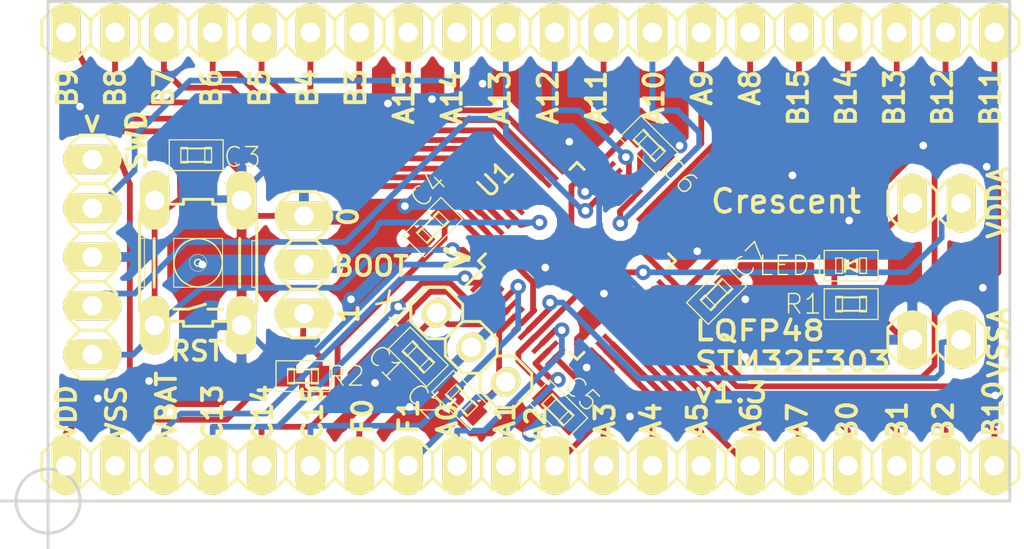
<source format=kicad_pcb>
(kicad_pcb (version 4) (host pcbnew 4.0.1-stable)

  (general
    (links 81)
    (no_connects 0)
    (area 119.418505 110.9203 175.426534 141.59721)
    (thickness 1.6)
    (drawings 58)
    (tracks 556)
    (zones 0)
    (modules 19)
    (nets 47)
  )

  (page A4)
  (title_block
    (title "STM32F303 LQFP48 -> DIP")
    (date 2017-01-22)
    (rev v1.3)
    (company Crescent)
  )

  (layers
    (0 F.Cu signal)
    (31 B.Cu signal)
    (32 B.Adhes user)
    (33 F.Adhes user)
    (34 B.Paste user)
    (35 F.Paste user)
    (36 B.SilkS user)
    (37 F.SilkS user)
    (38 B.Mask user)
    (39 F.Mask user)
    (40 Dwgs.User user)
    (41 Cmts.User user)
    (42 Eco1.User user)
    (43 Eco2.User user)
    (44 Edge.Cuts user)
    (45 Margin user)
    (46 B.CrtYd user)
    (47 F.CrtYd user)
    (48 B.Fab user)
    (49 F.Fab user)
  )

  (setup
    (last_trace_width 0.3)
    (trace_clearance 0.1524)
    (zone_clearance 0.508)
    (zone_45_only no)
    (trace_min 0.2)
    (segment_width 0.2)
    (edge_width 0.15)
    (via_size 0.8)
    (via_drill 0.4)
    (via_min_size 0.8)
    (via_min_drill 0.4)
    (uvia_size 0.3)
    (uvia_drill 0.1)
    (uvias_allowed no)
    (uvia_min_size 0.2)
    (uvia_min_drill 0.1)
    (pcb_text_width 0.3)
    (pcb_text_size 1.5 1.5)
    (mod_edge_width 0.15)
    (mod_text_size 1 1)
    (mod_text_width 0.15)
    (pad_size 1.524 3.048)
    (pad_drill 1.016)
    (pad_to_mask_clearance 0.2)
    (aux_axis_origin 122.25 139)
    (grid_origin 122.25 139)
    (visible_elements 7FFFFF7F)
    (pcbplotparams
      (layerselection 0x010f0_80000001)
      (usegerberextensions true)
      (excludeedgelayer true)
      (linewidth 0.100000)
      (plotframeref false)
      (viasonmask false)
      (mode 1)
      (useauxorigin false)
      (hpglpennumber 1)
      (hpglpenspeed 20)
      (hpglpendiameter 15)
      (hpglpenoverlay 2)
      (psnegative false)
      (psa4output false)
      (plotreference true)
      (plotvalue true)
      (plotinvisibletext false)
      (padsonsilk false)
      (subtractmaskfromsilk false)
      (outputformat 1)
      (mirror false)
      (drillshape 0)
      (scaleselection 1)
      (outputdirectory GERBER/))
  )

  (net 0 "")
  (net 1 OSCI)
  (net 2 VSS)
  (net 3 OSCO)
  (net 4 NRST)
  (net 5 VDD)
  (net 6 VDDA)
  (net 7 PA14)
  (net 8 PA13)
  (net 9 "Net-(JP2-Pad1)")
  (net 10 BOOT)
  (net 11 VBAT)
  (net 12 PC13)
  (net 13 PC14)
  (net 14 PC15)
  (net 15 PA0)
  (net 16 PA1)
  (net 17 PA2)
  (net 18 PA3)
  (net 19 PA4)
  (net 20 PA5)
  (net 21 PA6)
  (net 22 PA7)
  (net 23 PB0)
  (net 24 PB1)
  (net 25 PB2)
  (net 26 PB10)
  (net 27 VSSA)
  (net 28 PB9)
  (net 29 PB8)
  (net 30 PB7)
  (net 31 PB6)
  (net 32 PB5)
  (net 33 PB4)
  (net 34 PB3)
  (net 35 PA15)
  (net 36 PA12)
  (net 37 PA11)
  (net 38 PA10)
  (net 39 PA9)
  (net 40 PA8)
  (net 41 PB15)
  (net 42 PB14)
  (net 43 PB13)
  (net 44 PB12)
  (net 45 PB11)
  (net 46 "Net-(LED1-PadK)")

  (net_class Default "これは標準のネット クラスです。"
    (clearance 0.1524)
    (trace_width 0.3)
    (via_dia 0.8)
    (via_drill 0.4)
    (uvia_dia 0.3)
    (uvia_drill 0.1)
    (add_net BOOT)
    (add_net NRST)
    (add_net "Net-(JP2-Pad1)")
    (add_net "Net-(LED1-PadK)")
    (add_net OSCI)
    (add_net OSCO)
    (add_net PA0)
    (add_net PA1)
    (add_net PA10)
    (add_net PA11)
    (add_net PA12)
    (add_net PA13)
    (add_net PA14)
    (add_net PA15)
    (add_net PA2)
    (add_net PA3)
    (add_net PA4)
    (add_net PA5)
    (add_net PA6)
    (add_net PA7)
    (add_net PA8)
    (add_net PA9)
    (add_net PB0)
    (add_net PB1)
    (add_net PB10)
    (add_net PB11)
    (add_net PB12)
    (add_net PB13)
    (add_net PB14)
    (add_net PB15)
    (add_net PB2)
    (add_net PB3)
    (add_net PB4)
    (add_net PB5)
    (add_net PB6)
    (add_net PB7)
    (add_net PB8)
    (add_net PB9)
    (add_net PC13)
    (add_net PC14)
    (add_net PC15)
    (add_net VBAT)
    (add_net VSS)
    (add_net VSSA)
  )

  (net_class POW ""
    (clearance 0.1524)
    (trace_width 0.3)
    (via_dia 0.8)
    (via_drill 0.4)
    (uvia_dia 0.3)
    (uvia_drill 0.1)
    (add_net VDD)
    (add_net VDDA)
  )

  (module pin-head:pinhead-1X20 (layer F.Cu) (tedit 5884AE18) (tstamp 57F7A7B3)
    (at 147.32 137.16)
    (descr "PIN HEADER")
    (tags "PIN HEADER")
    (path /57F66BA2)
    (attr virtual)
    (fp_text reference JP4 (at -22.3012 -2.4638) (layer F.SilkS) hide
      (effects (font (size 1.27 1.27) (thickness 0.127)))
    )
    (fp_text value PINHD-1X20 (at -21.59 2.54) (layer F.SilkS) hide
      (effects (font (size 1.27 1.27) (thickness 0.1016)))
    )
    (fp_line (start 21.336 0.254) (end 21.844 0.254) (layer F.SilkS) (width 0.06604))
    (fp_line (start 21.844 0.254) (end 21.844 -0.254) (layer F.SilkS) (width 0.06604))
    (fp_line (start 21.336 -0.254) (end 21.844 -0.254) (layer F.SilkS) (width 0.06604))
    (fp_line (start 21.336 0.254) (end 21.336 -0.254) (layer F.SilkS) (width 0.06604))
    (fp_line (start 18.796 0.254) (end 19.304 0.254) (layer F.SilkS) (width 0.06604))
    (fp_line (start 19.304 0.254) (end 19.304 -0.254) (layer F.SilkS) (width 0.06604))
    (fp_line (start 18.796 -0.254) (end 19.304 -0.254) (layer F.SilkS) (width 0.06604))
    (fp_line (start 18.796 0.254) (end 18.796 -0.254) (layer F.SilkS) (width 0.06604))
    (fp_line (start 16.256 0.254) (end 16.764 0.254) (layer F.SilkS) (width 0.06604))
    (fp_line (start 16.764 0.254) (end 16.764 -0.254) (layer F.SilkS) (width 0.06604))
    (fp_line (start 16.256 -0.254) (end 16.764 -0.254) (layer F.SilkS) (width 0.06604))
    (fp_line (start 16.256 0.254) (end 16.256 -0.254) (layer F.SilkS) (width 0.06604))
    (fp_line (start 13.716 0.254) (end 14.224 0.254) (layer F.SilkS) (width 0.06604))
    (fp_line (start 14.224 0.254) (end 14.224 -0.254) (layer F.SilkS) (width 0.06604))
    (fp_line (start 13.716 -0.254) (end 14.224 -0.254) (layer F.SilkS) (width 0.06604))
    (fp_line (start 13.716 0.254) (end 13.716 -0.254) (layer F.SilkS) (width 0.06604))
    (fp_line (start 11.176 0.254) (end 11.684 0.254) (layer F.SilkS) (width 0.06604))
    (fp_line (start 11.684 0.254) (end 11.684 -0.254) (layer F.SilkS) (width 0.06604))
    (fp_line (start 11.176 -0.254) (end 11.684 -0.254) (layer F.SilkS) (width 0.06604))
    (fp_line (start 11.176 0.254) (end 11.176 -0.254) (layer F.SilkS) (width 0.06604))
    (fp_line (start 8.636 0.254) (end 9.144 0.254) (layer F.SilkS) (width 0.06604))
    (fp_line (start 9.144 0.254) (end 9.144 -0.254) (layer F.SilkS) (width 0.06604))
    (fp_line (start 8.636 -0.254) (end 9.144 -0.254) (layer F.SilkS) (width 0.06604))
    (fp_line (start 8.636 0.254) (end 8.636 -0.254) (layer F.SilkS) (width 0.06604))
    (fp_line (start 6.096 0.254) (end 6.604 0.254) (layer F.SilkS) (width 0.06604))
    (fp_line (start 6.604 0.254) (end 6.604 -0.254) (layer F.SilkS) (width 0.06604))
    (fp_line (start 6.096 -0.254) (end 6.604 -0.254) (layer F.SilkS) (width 0.06604))
    (fp_line (start 6.096 0.254) (end 6.096 -0.254) (layer F.SilkS) (width 0.06604))
    (fp_line (start 3.556 0.254) (end 4.064 0.254) (layer F.SilkS) (width 0.06604))
    (fp_line (start 4.064 0.254) (end 4.064 -0.254) (layer F.SilkS) (width 0.06604))
    (fp_line (start 3.556 -0.254) (end 4.064 -0.254) (layer F.SilkS) (width 0.06604))
    (fp_line (start 3.556 0.254) (end 3.556 -0.254) (layer F.SilkS) (width 0.06604))
    (fp_line (start 1.016 0.254) (end 1.524 0.254) (layer F.SilkS) (width 0.06604))
    (fp_line (start 1.524 0.254) (end 1.524 -0.254) (layer F.SilkS) (width 0.06604))
    (fp_line (start 1.016 -0.254) (end 1.524 -0.254) (layer F.SilkS) (width 0.06604))
    (fp_line (start 1.016 0.254) (end 1.016 -0.254) (layer F.SilkS) (width 0.06604))
    (fp_line (start -1.524 0.254) (end -1.016 0.254) (layer F.SilkS) (width 0.06604))
    (fp_line (start -1.016 0.254) (end -1.016 -0.254) (layer F.SilkS) (width 0.06604))
    (fp_line (start -1.524 -0.254) (end -1.016 -0.254) (layer F.SilkS) (width 0.06604))
    (fp_line (start -1.524 0.254) (end -1.524 -0.254) (layer F.SilkS) (width 0.06604))
    (fp_line (start -4.064 0.254) (end -3.556 0.254) (layer F.SilkS) (width 0.06604))
    (fp_line (start -3.556 0.254) (end -3.556 -0.254) (layer F.SilkS) (width 0.06604))
    (fp_line (start -4.064 -0.254) (end -3.556 -0.254) (layer F.SilkS) (width 0.06604))
    (fp_line (start -4.064 0.254) (end -4.064 -0.254) (layer F.SilkS) (width 0.06604))
    (fp_line (start -6.604 0.254) (end -6.096 0.254) (layer F.SilkS) (width 0.06604))
    (fp_line (start -6.096 0.254) (end -6.096 -0.254) (layer F.SilkS) (width 0.06604))
    (fp_line (start -6.604 -0.254) (end -6.096 -0.254) (layer F.SilkS) (width 0.06604))
    (fp_line (start -6.604 0.254) (end -6.604 -0.254) (layer F.SilkS) (width 0.06604))
    (fp_line (start -9.144 0.254) (end -8.636 0.254) (layer F.SilkS) (width 0.06604))
    (fp_line (start -8.636 0.254) (end -8.636 -0.254) (layer F.SilkS) (width 0.06604))
    (fp_line (start -9.144 -0.254) (end -8.636 -0.254) (layer F.SilkS) (width 0.06604))
    (fp_line (start -9.144 0.254) (end -9.144 -0.254) (layer F.SilkS) (width 0.06604))
    (fp_line (start -11.684 0.254) (end -11.176 0.254) (layer F.SilkS) (width 0.06604))
    (fp_line (start -11.176 0.254) (end -11.176 -0.254) (layer F.SilkS) (width 0.06604))
    (fp_line (start -11.684 -0.254) (end -11.176 -0.254) (layer F.SilkS) (width 0.06604))
    (fp_line (start -11.684 0.254) (end -11.684 -0.254) (layer F.SilkS) (width 0.06604))
    (fp_line (start -14.224 0.254) (end -13.716 0.254) (layer F.SilkS) (width 0.06604))
    (fp_line (start -13.716 0.254) (end -13.716 -0.254) (layer F.SilkS) (width 0.06604))
    (fp_line (start -14.224 -0.254) (end -13.716 -0.254) (layer F.SilkS) (width 0.06604))
    (fp_line (start -14.224 0.254) (end -14.224 -0.254) (layer F.SilkS) (width 0.06604))
    (fp_line (start -16.764 0.254) (end -16.256 0.254) (layer F.SilkS) (width 0.06604))
    (fp_line (start -16.256 0.254) (end -16.256 -0.254) (layer F.SilkS) (width 0.06604))
    (fp_line (start -16.764 -0.254) (end -16.256 -0.254) (layer F.SilkS) (width 0.06604))
    (fp_line (start -16.764 0.254) (end -16.764 -0.254) (layer F.SilkS) (width 0.06604))
    (fp_line (start -19.304 0.254) (end -18.796 0.254) (layer F.SilkS) (width 0.06604))
    (fp_line (start -18.796 0.254) (end -18.796 -0.254) (layer F.SilkS) (width 0.06604))
    (fp_line (start -19.304 -0.254) (end -18.796 -0.254) (layer F.SilkS) (width 0.06604))
    (fp_line (start -19.304 0.254) (end -19.304 -0.254) (layer F.SilkS) (width 0.06604))
    (fp_line (start -21.844 0.254) (end -21.336 0.254) (layer F.SilkS) (width 0.06604))
    (fp_line (start -21.336 0.254) (end -21.336 -0.254) (layer F.SilkS) (width 0.06604))
    (fp_line (start -21.844 -0.254) (end -21.336 -0.254) (layer F.SilkS) (width 0.06604))
    (fp_line (start -21.844 0.254) (end -21.844 -0.254) (layer F.SilkS) (width 0.06604))
    (fp_line (start -24.384 0.254) (end -23.876 0.254) (layer F.SilkS) (width 0.06604))
    (fp_line (start -23.876 0.254) (end -23.876 -0.254) (layer F.SilkS) (width 0.06604))
    (fp_line (start -24.384 -0.254) (end -23.876 -0.254) (layer F.SilkS) (width 0.06604))
    (fp_line (start -24.384 0.254) (end -24.384 -0.254) (layer F.SilkS) (width 0.06604))
    (fp_line (start 23.876 0.254) (end 24.384 0.254) (layer F.SilkS) (width 0.06604))
    (fp_line (start 24.384 0.254) (end 24.384 -0.254) (layer F.SilkS) (width 0.06604))
    (fp_line (start 23.876 -0.254) (end 24.384 -0.254) (layer F.SilkS) (width 0.06604))
    (fp_line (start 23.876 0.254) (end 23.876 -0.254) (layer F.SilkS) (width 0.06604))
    (fp_line (start 20.955 -1.27) (end 22.225 -1.27) (layer F.SilkS) (width 0.1524))
    (fp_line (start 22.225 -1.27) (end 22.86 -0.635) (layer F.SilkS) (width 0.1524))
    (fp_line (start 22.86 -0.635) (end 22.86 0.635) (layer F.SilkS) (width 0.1524))
    (fp_line (start 22.86 0.635) (end 22.225 1.27) (layer F.SilkS) (width 0.1524))
    (fp_line (start 17.78 -0.635) (end 18.415 -1.27) (layer F.SilkS) (width 0.1524))
    (fp_line (start 18.415 -1.27) (end 19.685 -1.27) (layer F.SilkS) (width 0.1524))
    (fp_line (start 19.685 -1.27) (end 20.32 -0.635) (layer F.SilkS) (width 0.1524))
    (fp_line (start 20.32 -0.635) (end 20.32 0.635) (layer F.SilkS) (width 0.1524))
    (fp_line (start 20.32 0.635) (end 19.685 1.27) (layer F.SilkS) (width 0.1524))
    (fp_line (start 19.685 1.27) (end 18.415 1.27) (layer F.SilkS) (width 0.1524))
    (fp_line (start 18.415 1.27) (end 17.78 0.635) (layer F.SilkS) (width 0.1524))
    (fp_line (start 20.955 -1.27) (end 20.32 -0.635) (layer F.SilkS) (width 0.1524))
    (fp_line (start 20.32 0.635) (end 20.955 1.27) (layer F.SilkS) (width 0.1524))
    (fp_line (start 22.225 1.27) (end 20.955 1.27) (layer F.SilkS) (width 0.1524))
    (fp_line (start 13.335 -1.27) (end 14.605 -1.27) (layer F.SilkS) (width 0.1524))
    (fp_line (start 14.605 -1.27) (end 15.24 -0.635) (layer F.SilkS) (width 0.1524))
    (fp_line (start 15.24 -0.635) (end 15.24 0.635) (layer F.SilkS) (width 0.1524))
    (fp_line (start 15.24 0.635) (end 14.605 1.27) (layer F.SilkS) (width 0.1524))
    (fp_line (start 15.24 -0.635) (end 15.875 -1.27) (layer F.SilkS) (width 0.1524))
    (fp_line (start 15.875 -1.27) (end 17.145 -1.27) (layer F.SilkS) (width 0.1524))
    (fp_line (start 17.145 -1.27) (end 17.78 -0.635) (layer F.SilkS) (width 0.1524))
    (fp_line (start 17.78 -0.635) (end 17.78 0.635) (layer F.SilkS) (width 0.1524))
    (fp_line (start 17.78 0.635) (end 17.145 1.27) (layer F.SilkS) (width 0.1524))
    (fp_line (start 17.145 1.27) (end 15.875 1.27) (layer F.SilkS) (width 0.1524))
    (fp_line (start 15.875 1.27) (end 15.24 0.635) (layer F.SilkS) (width 0.1524))
    (fp_line (start 10.16 -0.635) (end 10.795 -1.27) (layer F.SilkS) (width 0.1524))
    (fp_line (start 10.795 -1.27) (end 12.065 -1.27) (layer F.SilkS) (width 0.1524))
    (fp_line (start 12.065 -1.27) (end 12.7 -0.635) (layer F.SilkS) (width 0.1524))
    (fp_line (start 12.7 -0.635) (end 12.7 0.635) (layer F.SilkS) (width 0.1524))
    (fp_line (start 12.7 0.635) (end 12.065 1.27) (layer F.SilkS) (width 0.1524))
    (fp_line (start 12.065 1.27) (end 10.795 1.27) (layer F.SilkS) (width 0.1524))
    (fp_line (start 10.795 1.27) (end 10.16 0.635) (layer F.SilkS) (width 0.1524))
    (fp_line (start 13.335 -1.27) (end 12.7 -0.635) (layer F.SilkS) (width 0.1524))
    (fp_line (start 12.7 0.635) (end 13.335 1.27) (layer F.SilkS) (width 0.1524))
    (fp_line (start 14.605 1.27) (end 13.335 1.27) (layer F.SilkS) (width 0.1524))
    (fp_line (start 5.715 -1.27) (end 6.985 -1.27) (layer F.SilkS) (width 0.1524))
    (fp_line (start 6.985 -1.27) (end 7.62 -0.635) (layer F.SilkS) (width 0.1524))
    (fp_line (start 7.62 -0.635) (end 7.62 0.635) (layer F.SilkS) (width 0.1524))
    (fp_line (start 7.62 0.635) (end 6.985 1.27) (layer F.SilkS) (width 0.1524))
    (fp_line (start 7.62 -0.635) (end 8.255 -1.27) (layer F.SilkS) (width 0.1524))
    (fp_line (start 8.255 -1.27) (end 9.525 -1.27) (layer F.SilkS) (width 0.1524))
    (fp_line (start 9.525 -1.27) (end 10.16 -0.635) (layer F.SilkS) (width 0.1524))
    (fp_line (start 10.16 -0.635) (end 10.16 0.635) (layer F.SilkS) (width 0.1524))
    (fp_line (start 10.16 0.635) (end 9.525 1.27) (layer F.SilkS) (width 0.1524))
    (fp_line (start 9.525 1.27) (end 8.255 1.27) (layer F.SilkS) (width 0.1524))
    (fp_line (start 8.255 1.27) (end 7.62 0.635) (layer F.SilkS) (width 0.1524))
    (fp_line (start 2.54 -0.635) (end 3.175 -1.27) (layer F.SilkS) (width 0.1524))
    (fp_line (start 3.175 -1.27) (end 4.445 -1.27) (layer F.SilkS) (width 0.1524))
    (fp_line (start 4.445 -1.27) (end 5.08 -0.635) (layer F.SilkS) (width 0.1524))
    (fp_line (start 5.08 -0.635) (end 5.08 0.635) (layer F.SilkS) (width 0.1524))
    (fp_line (start 5.08 0.635) (end 4.445 1.27) (layer F.SilkS) (width 0.1524))
    (fp_line (start 4.445 1.27) (end 3.175 1.27) (layer F.SilkS) (width 0.1524))
    (fp_line (start 3.175 1.27) (end 2.54 0.635) (layer F.SilkS) (width 0.1524))
    (fp_line (start 5.715 -1.27) (end 5.08 -0.635) (layer F.SilkS) (width 0.1524))
    (fp_line (start 5.08 0.635) (end 5.715 1.27) (layer F.SilkS) (width 0.1524))
    (fp_line (start 6.985 1.27) (end 5.715 1.27) (layer F.SilkS) (width 0.1524))
    (fp_line (start -1.905 -1.27) (end -0.635 -1.27) (layer F.SilkS) (width 0.1524))
    (fp_line (start -0.635 -1.27) (end 0 -0.635) (layer F.SilkS) (width 0.1524))
    (fp_line (start 0 -0.635) (end 0 0.635) (layer F.SilkS) (width 0.1524))
    (fp_line (start 0 0.635) (end -0.635 1.27) (layer F.SilkS) (width 0.1524))
    (fp_line (start 0 -0.635) (end 0.635 -1.27) (layer F.SilkS) (width 0.1524))
    (fp_line (start 0.635 -1.27) (end 1.905 -1.27) (layer F.SilkS) (width 0.1524))
    (fp_line (start 1.905 -1.27) (end 2.54 -0.635) (layer F.SilkS) (width 0.1524))
    (fp_line (start 2.54 -0.635) (end 2.54 0.635) (layer F.SilkS) (width 0.1524))
    (fp_line (start 2.54 0.635) (end 1.905 1.27) (layer F.SilkS) (width 0.1524))
    (fp_line (start 1.905 1.27) (end 0.635 1.27) (layer F.SilkS) (width 0.1524))
    (fp_line (start 0.635 1.27) (end 0 0.635) (layer F.SilkS) (width 0.1524))
    (fp_line (start -5.08 -0.635) (end -4.445 -1.27) (layer F.SilkS) (width 0.1524))
    (fp_line (start -4.445 -1.27) (end -3.175 -1.27) (layer F.SilkS) (width 0.1524))
    (fp_line (start -3.175 -1.27) (end -2.54 -0.635) (layer F.SilkS) (width 0.1524))
    (fp_line (start -2.54 -0.635) (end -2.54 0.635) (layer F.SilkS) (width 0.1524))
    (fp_line (start -2.54 0.635) (end -3.175 1.27) (layer F.SilkS) (width 0.1524))
    (fp_line (start -3.175 1.27) (end -4.445 1.27) (layer F.SilkS) (width 0.1524))
    (fp_line (start -4.445 1.27) (end -5.08 0.635) (layer F.SilkS) (width 0.1524))
    (fp_line (start -1.905 -1.27) (end -2.54 -0.635) (layer F.SilkS) (width 0.1524))
    (fp_line (start -2.54 0.635) (end -1.905 1.27) (layer F.SilkS) (width 0.1524))
    (fp_line (start -0.635 1.27) (end -1.905 1.27) (layer F.SilkS) (width 0.1524))
    (fp_line (start -9.525 -1.27) (end -8.255 -1.27) (layer F.SilkS) (width 0.1524))
    (fp_line (start -8.255 -1.27) (end -7.62 -0.635) (layer F.SilkS) (width 0.1524))
    (fp_line (start -7.62 -0.635) (end -7.62 0.635) (layer F.SilkS) (width 0.1524))
    (fp_line (start -7.62 0.635) (end -8.255 1.27) (layer F.SilkS) (width 0.1524))
    (fp_line (start -7.62 -0.635) (end -6.985 -1.27) (layer F.SilkS) (width 0.1524))
    (fp_line (start -6.985 -1.27) (end -5.715 -1.27) (layer F.SilkS) (width 0.1524))
    (fp_line (start -5.715 -1.27) (end -5.08 -0.635) (layer F.SilkS) (width 0.1524))
    (fp_line (start -5.08 -0.635) (end -5.08 0.635) (layer F.SilkS) (width 0.1524))
    (fp_line (start -5.08 0.635) (end -5.715 1.27) (layer F.SilkS) (width 0.1524))
    (fp_line (start -5.715 1.27) (end -6.985 1.27) (layer F.SilkS) (width 0.1524))
    (fp_line (start -6.985 1.27) (end -7.62 0.635) (layer F.SilkS) (width 0.1524))
    (fp_line (start -12.7 -0.635) (end -12.065 -1.27) (layer F.SilkS) (width 0.1524))
    (fp_line (start -12.065 -1.27) (end -10.795 -1.27) (layer F.SilkS) (width 0.1524))
    (fp_line (start -10.795 -1.27) (end -10.16 -0.635) (layer F.SilkS) (width 0.1524))
    (fp_line (start -10.16 -0.635) (end -10.16 0.635) (layer F.SilkS) (width 0.1524))
    (fp_line (start -10.16 0.635) (end -10.795 1.27) (layer F.SilkS) (width 0.1524))
    (fp_line (start -10.795 1.27) (end -12.065 1.27) (layer F.SilkS) (width 0.1524))
    (fp_line (start -12.065 1.27) (end -12.7 0.635) (layer F.SilkS) (width 0.1524))
    (fp_line (start -9.525 -1.27) (end -10.16 -0.635) (layer F.SilkS) (width 0.1524))
    (fp_line (start -10.16 0.635) (end -9.525 1.27) (layer F.SilkS) (width 0.1524))
    (fp_line (start -8.255 1.27) (end -9.525 1.27) (layer F.SilkS) (width 0.1524))
    (fp_line (start -17.145 -1.27) (end -15.875 -1.27) (layer F.SilkS) (width 0.1524))
    (fp_line (start -15.875 -1.27) (end -15.24 -0.635) (layer F.SilkS) (width 0.1524))
    (fp_line (start -15.24 -0.635) (end -15.24 0.635) (layer F.SilkS) (width 0.1524))
    (fp_line (start -15.24 0.635) (end -15.875 1.27) (layer F.SilkS) (width 0.1524))
    (fp_line (start -15.24 -0.635) (end -14.605 -1.27) (layer F.SilkS) (width 0.1524))
    (fp_line (start -14.605 -1.27) (end -13.335 -1.27) (layer F.SilkS) (width 0.1524))
    (fp_line (start -13.335 -1.27) (end -12.7 -0.635) (layer F.SilkS) (width 0.1524))
    (fp_line (start -12.7 -0.635) (end -12.7 0.635) (layer F.SilkS) (width 0.1524))
    (fp_line (start -12.7 0.635) (end -13.335 1.27) (layer F.SilkS) (width 0.1524))
    (fp_line (start -13.335 1.27) (end -14.605 1.27) (layer F.SilkS) (width 0.1524))
    (fp_line (start -14.605 1.27) (end -15.24 0.635) (layer F.SilkS) (width 0.1524))
    (fp_line (start -20.32 -0.635) (end -19.685 -1.27) (layer F.SilkS) (width 0.1524))
    (fp_line (start -19.685 -1.27) (end -18.415 -1.27) (layer F.SilkS) (width 0.1524))
    (fp_line (start -18.415 -1.27) (end -17.78 -0.635) (layer F.SilkS) (width 0.1524))
    (fp_line (start -17.78 -0.635) (end -17.78 0.635) (layer F.SilkS) (width 0.1524))
    (fp_line (start -17.78 0.635) (end -18.415 1.27) (layer F.SilkS) (width 0.1524))
    (fp_line (start -18.415 1.27) (end -19.685 1.27) (layer F.SilkS) (width 0.1524))
    (fp_line (start -19.685 1.27) (end -20.32 0.635) (layer F.SilkS) (width 0.1524))
    (fp_line (start -17.145 -1.27) (end -17.78 -0.635) (layer F.SilkS) (width 0.1524))
    (fp_line (start -17.78 0.635) (end -17.145 1.27) (layer F.SilkS) (width 0.1524))
    (fp_line (start -15.875 1.27) (end -17.145 1.27) (layer F.SilkS) (width 0.1524))
    (fp_line (start -24.765 -1.27) (end -23.495 -1.27) (layer F.SilkS) (width 0.1524))
    (fp_line (start -23.495 -1.27) (end -22.86 -0.635) (layer F.SilkS) (width 0.1524))
    (fp_line (start -22.86 -0.635) (end -22.86 0.635) (layer F.SilkS) (width 0.1524))
    (fp_line (start -22.86 0.635) (end -23.495 1.27) (layer F.SilkS) (width 0.1524))
    (fp_line (start -22.86 -0.635) (end -22.225 -1.27) (layer F.SilkS) (width 0.1524))
    (fp_line (start -22.225 -1.27) (end -20.955 -1.27) (layer F.SilkS) (width 0.1524))
    (fp_line (start -20.955 -1.27) (end -20.32 -0.635) (layer F.SilkS) (width 0.1524))
    (fp_line (start -20.32 -0.635) (end -20.32 0.635) (layer F.SilkS) (width 0.1524))
    (fp_line (start -20.32 0.635) (end -20.955 1.27) (layer F.SilkS) (width 0.1524))
    (fp_line (start -20.955 1.27) (end -22.225 1.27) (layer F.SilkS) (width 0.1524))
    (fp_line (start -22.225 1.27) (end -22.86 0.635) (layer F.SilkS) (width 0.1524))
    (fp_line (start -25.4 -0.635) (end -25.4 0.635) (layer F.SilkS) (width 0.1524))
    (fp_line (start -24.765 -1.27) (end -25.4 -0.635) (layer F.SilkS) (width 0.1524))
    (fp_line (start -25.4 0.635) (end -24.765 1.27) (layer F.SilkS) (width 0.1524))
    (fp_line (start -23.495 1.27) (end -24.765 1.27) (layer F.SilkS) (width 0.1524))
    (fp_line (start 23.495 -1.27) (end 24.765 -1.27) (layer F.SilkS) (width 0.1524))
    (fp_line (start 24.765 -1.27) (end 25.4 -0.635) (layer F.SilkS) (width 0.1524))
    (fp_line (start 25.4 -0.635) (end 25.4 0.635) (layer F.SilkS) (width 0.1524))
    (fp_line (start 25.4 0.635) (end 24.765 1.27) (layer F.SilkS) (width 0.1524))
    (fp_line (start 23.495 -1.27) (end 22.86 -0.635) (layer F.SilkS) (width 0.1524))
    (fp_line (start 22.86 0.635) (end 23.495 1.27) (layer F.SilkS) (width 0.1524))
    (fp_line (start 24.765 1.27) (end 23.495 1.27) (layer F.SilkS) (width 0.1524))
    (pad 1 thru_hole oval (at -24.13 0 180) (size 1.524 3.048) (drill 1.016) (layers *.Cu *.Paste *.Mask F.SilkS)
      (net 5 VDD))
    (pad 2 thru_hole oval (at -21.59 0 180) (size 1.524 3.048) (drill 1.016) (layers *.Cu *.Paste *.Mask F.SilkS)
      (net 2 VSS))
    (pad 3 thru_hole oval (at -19.05 0 180) (size 1.524 3.048) (drill 1.016) (layers *.Cu *.Paste *.Mask F.SilkS)
      (net 11 VBAT))
    (pad 4 thru_hole oval (at -16.51 0 180) (size 1.524 3.048) (drill 1.016) (layers *.Cu *.Paste *.Mask F.SilkS)
      (net 12 PC13))
    (pad 5 thru_hole oval (at -13.97 0 180) (size 1.524 3.048) (drill 1.016) (layers *.Cu *.Paste *.Mask F.SilkS)
      (net 13 PC14))
    (pad 6 thru_hole oval (at -11.43 0 180) (size 1.524 3.048) (drill 1.016) (layers *.Cu *.Paste *.Mask F.SilkS)
      (net 14 PC15))
    (pad 7 thru_hole oval (at -8.89 0 180) (size 1.524 3.048) (drill 1.016) (layers *.Cu *.Paste *.Mask F.SilkS)
      (net 1 OSCI))
    (pad 8 thru_hole oval (at -6.35 0 180) (size 1.524 3.048) (drill 1.016) (layers *.Cu *.Paste *.Mask F.SilkS)
      (net 3 OSCO))
    (pad 9 thru_hole oval (at -3.81 0 180) (size 1.524 3.048) (drill 1.016) (layers *.Cu *.Paste *.Mask F.SilkS)
      (net 15 PA0))
    (pad 10 thru_hole oval (at -1.27 0 180) (size 1.524 3.048) (drill 1.016) (layers *.Cu *.Paste *.Mask F.SilkS)
      (net 16 PA1))
    (pad 11 thru_hole oval (at 1.27 0 180) (size 1.524 3.048) (drill 1.016) (layers *.Cu *.Paste *.Mask F.SilkS)
      (net 17 PA2))
    (pad 12 thru_hole oval (at 3.81 0 180) (size 1.524 3.048) (drill 1.016) (layers *.Cu *.Paste *.Mask F.SilkS)
      (net 18 PA3))
    (pad 13 thru_hole oval (at 6.35 0 180) (size 1.524 3.048) (drill 1.016) (layers *.Cu *.Paste *.Mask F.SilkS)
      (net 19 PA4))
    (pad 14 thru_hole oval (at 8.89 0 180) (size 1.524 3.048) (drill 1.016) (layers *.Cu *.Paste *.Mask F.SilkS)
      (net 20 PA5))
    (pad 15 thru_hole oval (at 11.43 0 180) (size 1.524 3.048) (drill 1.016) (layers *.Cu *.Paste *.Mask F.SilkS)
      (net 21 PA6))
    (pad 16 thru_hole oval (at 13.97 0 180) (size 1.524 3.048) (drill 1.016) (layers *.Cu *.Paste *.Mask F.SilkS)
      (net 22 PA7))
    (pad 17 thru_hole oval (at 16.51 0 180) (size 1.524 3.048) (drill 1.016) (layers *.Cu *.Paste *.Mask F.SilkS)
      (net 23 PB0))
    (pad 18 thru_hole oval (at 19.05 0 180) (size 1.524 3.048) (drill 1.016) (layers *.Cu *.Paste *.Mask F.SilkS)
      (net 24 PB1))
    (pad 19 thru_hole oval (at 21.59 0 180) (size 1.524 3.048) (drill 1.016) (layers *.Cu *.Paste *.Mask F.SilkS)
      (net 25 PB2))
    (pad 20 thru_hole oval (at 24.13 0 180) (size 1.524 3.048) (drill 1.016) (layers *.Cu *.Paste *.Mask F.SilkS)
      (net 26 PB10))
  )

  (module pin-head:pinhead-1X20 (layer F.Cu) (tedit 5884AD80) (tstamp 57F7A7D1)
    (at 147.3198 114.616)
    (descr "PIN HEADER")
    (tags "PIN HEADER")
    (path /57F66C63)
    (attr virtual)
    (fp_text reference JP6 (at -22.3012 -2.4638) (layer F.SilkS) hide
      (effects (font (size 1.27 1.27) (thickness 0.127)))
    )
    (fp_text value PINHD-1X20 (at -21.59 2.54) (layer F.SilkS) hide
      (effects (font (size 1.27 1.27) (thickness 0.1016)))
    )
    (fp_line (start 21.336 0.254) (end 21.844 0.254) (layer F.SilkS) (width 0.06604))
    (fp_line (start 21.844 0.254) (end 21.844 -0.254) (layer F.SilkS) (width 0.06604))
    (fp_line (start 21.336 -0.254) (end 21.844 -0.254) (layer F.SilkS) (width 0.06604))
    (fp_line (start 21.336 0.254) (end 21.336 -0.254) (layer F.SilkS) (width 0.06604))
    (fp_line (start 18.796 0.254) (end 19.304 0.254) (layer F.SilkS) (width 0.06604))
    (fp_line (start 19.304 0.254) (end 19.304 -0.254) (layer F.SilkS) (width 0.06604))
    (fp_line (start 18.796 -0.254) (end 19.304 -0.254) (layer F.SilkS) (width 0.06604))
    (fp_line (start 18.796 0.254) (end 18.796 -0.254) (layer F.SilkS) (width 0.06604))
    (fp_line (start 16.256 0.254) (end 16.764 0.254) (layer F.SilkS) (width 0.06604))
    (fp_line (start 16.764 0.254) (end 16.764 -0.254) (layer F.SilkS) (width 0.06604))
    (fp_line (start 16.256 -0.254) (end 16.764 -0.254) (layer F.SilkS) (width 0.06604))
    (fp_line (start 16.256 0.254) (end 16.256 -0.254) (layer F.SilkS) (width 0.06604))
    (fp_line (start 13.716 0.254) (end 14.224 0.254) (layer F.SilkS) (width 0.06604))
    (fp_line (start 14.224 0.254) (end 14.224 -0.254) (layer F.SilkS) (width 0.06604))
    (fp_line (start 13.716 -0.254) (end 14.224 -0.254) (layer F.SilkS) (width 0.06604))
    (fp_line (start 13.716 0.254) (end 13.716 -0.254) (layer F.SilkS) (width 0.06604))
    (fp_line (start 11.176 0.254) (end 11.684 0.254) (layer F.SilkS) (width 0.06604))
    (fp_line (start 11.684 0.254) (end 11.684 -0.254) (layer F.SilkS) (width 0.06604))
    (fp_line (start 11.176 -0.254) (end 11.684 -0.254) (layer F.SilkS) (width 0.06604))
    (fp_line (start 11.176 0.254) (end 11.176 -0.254) (layer F.SilkS) (width 0.06604))
    (fp_line (start 8.636 0.254) (end 9.144 0.254) (layer F.SilkS) (width 0.06604))
    (fp_line (start 9.144 0.254) (end 9.144 -0.254) (layer F.SilkS) (width 0.06604))
    (fp_line (start 8.636 -0.254) (end 9.144 -0.254) (layer F.SilkS) (width 0.06604))
    (fp_line (start 8.636 0.254) (end 8.636 -0.254) (layer F.SilkS) (width 0.06604))
    (fp_line (start 6.096 0.254) (end 6.604 0.254) (layer F.SilkS) (width 0.06604))
    (fp_line (start 6.604 0.254) (end 6.604 -0.254) (layer F.SilkS) (width 0.06604))
    (fp_line (start 6.096 -0.254) (end 6.604 -0.254) (layer F.SilkS) (width 0.06604))
    (fp_line (start 6.096 0.254) (end 6.096 -0.254) (layer F.SilkS) (width 0.06604))
    (fp_line (start 3.556 0.254) (end 4.064 0.254) (layer F.SilkS) (width 0.06604))
    (fp_line (start 4.064 0.254) (end 4.064 -0.254) (layer F.SilkS) (width 0.06604))
    (fp_line (start 3.556 -0.254) (end 4.064 -0.254) (layer F.SilkS) (width 0.06604))
    (fp_line (start 3.556 0.254) (end 3.556 -0.254) (layer F.SilkS) (width 0.06604))
    (fp_line (start 1.016 0.254) (end 1.524 0.254) (layer F.SilkS) (width 0.06604))
    (fp_line (start 1.524 0.254) (end 1.524 -0.254) (layer F.SilkS) (width 0.06604))
    (fp_line (start 1.016 -0.254) (end 1.524 -0.254) (layer F.SilkS) (width 0.06604))
    (fp_line (start 1.016 0.254) (end 1.016 -0.254) (layer F.SilkS) (width 0.06604))
    (fp_line (start -1.524 0.254) (end -1.016 0.254) (layer F.SilkS) (width 0.06604))
    (fp_line (start -1.016 0.254) (end -1.016 -0.254) (layer F.SilkS) (width 0.06604))
    (fp_line (start -1.524 -0.254) (end -1.016 -0.254) (layer F.SilkS) (width 0.06604))
    (fp_line (start -1.524 0.254) (end -1.524 -0.254) (layer F.SilkS) (width 0.06604))
    (fp_line (start -4.064 0.254) (end -3.556 0.254) (layer F.SilkS) (width 0.06604))
    (fp_line (start -3.556 0.254) (end -3.556 -0.254) (layer F.SilkS) (width 0.06604))
    (fp_line (start -4.064 -0.254) (end -3.556 -0.254) (layer F.SilkS) (width 0.06604))
    (fp_line (start -4.064 0.254) (end -4.064 -0.254) (layer F.SilkS) (width 0.06604))
    (fp_line (start -6.604 0.254) (end -6.096 0.254) (layer F.SilkS) (width 0.06604))
    (fp_line (start -6.096 0.254) (end -6.096 -0.254) (layer F.SilkS) (width 0.06604))
    (fp_line (start -6.604 -0.254) (end -6.096 -0.254) (layer F.SilkS) (width 0.06604))
    (fp_line (start -6.604 0.254) (end -6.604 -0.254) (layer F.SilkS) (width 0.06604))
    (fp_line (start -9.144 0.254) (end -8.636 0.254) (layer F.SilkS) (width 0.06604))
    (fp_line (start -8.636 0.254) (end -8.636 -0.254) (layer F.SilkS) (width 0.06604))
    (fp_line (start -9.144 -0.254) (end -8.636 -0.254) (layer F.SilkS) (width 0.06604))
    (fp_line (start -9.144 0.254) (end -9.144 -0.254) (layer F.SilkS) (width 0.06604))
    (fp_line (start -11.684 0.254) (end -11.176 0.254) (layer F.SilkS) (width 0.06604))
    (fp_line (start -11.176 0.254) (end -11.176 -0.254) (layer F.SilkS) (width 0.06604))
    (fp_line (start -11.684 -0.254) (end -11.176 -0.254) (layer F.SilkS) (width 0.06604))
    (fp_line (start -11.684 0.254) (end -11.684 -0.254) (layer F.SilkS) (width 0.06604))
    (fp_line (start -14.224 0.254) (end -13.716 0.254) (layer F.SilkS) (width 0.06604))
    (fp_line (start -13.716 0.254) (end -13.716 -0.254) (layer F.SilkS) (width 0.06604))
    (fp_line (start -14.224 -0.254) (end -13.716 -0.254) (layer F.SilkS) (width 0.06604))
    (fp_line (start -14.224 0.254) (end -14.224 -0.254) (layer F.SilkS) (width 0.06604))
    (fp_line (start -16.764 0.254) (end -16.256 0.254) (layer F.SilkS) (width 0.06604))
    (fp_line (start -16.256 0.254) (end -16.256 -0.254) (layer F.SilkS) (width 0.06604))
    (fp_line (start -16.764 -0.254) (end -16.256 -0.254) (layer F.SilkS) (width 0.06604))
    (fp_line (start -16.764 0.254) (end -16.764 -0.254) (layer F.SilkS) (width 0.06604))
    (fp_line (start -19.304 0.254) (end -18.796 0.254) (layer F.SilkS) (width 0.06604))
    (fp_line (start -18.796 0.254) (end -18.796 -0.254) (layer F.SilkS) (width 0.06604))
    (fp_line (start -19.304 -0.254) (end -18.796 -0.254) (layer F.SilkS) (width 0.06604))
    (fp_line (start -19.304 0.254) (end -19.304 -0.254) (layer F.SilkS) (width 0.06604))
    (fp_line (start -21.844 0.254) (end -21.336 0.254) (layer F.SilkS) (width 0.06604))
    (fp_line (start -21.336 0.254) (end -21.336 -0.254) (layer F.SilkS) (width 0.06604))
    (fp_line (start -21.844 -0.254) (end -21.336 -0.254) (layer F.SilkS) (width 0.06604))
    (fp_line (start -21.844 0.254) (end -21.844 -0.254) (layer F.SilkS) (width 0.06604))
    (fp_line (start -24.384 0.254) (end -23.876 0.254) (layer F.SilkS) (width 0.06604))
    (fp_line (start -23.876 0.254) (end -23.876 -0.254) (layer F.SilkS) (width 0.06604))
    (fp_line (start -24.384 -0.254) (end -23.876 -0.254) (layer F.SilkS) (width 0.06604))
    (fp_line (start -24.384 0.254) (end -24.384 -0.254) (layer F.SilkS) (width 0.06604))
    (fp_line (start 23.876 0.254) (end 24.384 0.254) (layer F.SilkS) (width 0.06604))
    (fp_line (start 24.384 0.254) (end 24.384 -0.254) (layer F.SilkS) (width 0.06604))
    (fp_line (start 23.876 -0.254) (end 24.384 -0.254) (layer F.SilkS) (width 0.06604))
    (fp_line (start 23.876 0.254) (end 23.876 -0.254) (layer F.SilkS) (width 0.06604))
    (fp_line (start 20.955 -1.27) (end 22.225 -1.27) (layer F.SilkS) (width 0.1524))
    (fp_line (start 22.225 -1.27) (end 22.86 -0.635) (layer F.SilkS) (width 0.1524))
    (fp_line (start 22.86 -0.635) (end 22.86 0.635) (layer F.SilkS) (width 0.1524))
    (fp_line (start 22.86 0.635) (end 22.225 1.27) (layer F.SilkS) (width 0.1524))
    (fp_line (start 17.78 -0.635) (end 18.415 -1.27) (layer F.SilkS) (width 0.1524))
    (fp_line (start 18.415 -1.27) (end 19.685 -1.27) (layer F.SilkS) (width 0.1524))
    (fp_line (start 19.685 -1.27) (end 20.32 -0.635) (layer F.SilkS) (width 0.1524))
    (fp_line (start 20.32 -0.635) (end 20.32 0.635) (layer F.SilkS) (width 0.1524))
    (fp_line (start 20.32 0.635) (end 19.685 1.27) (layer F.SilkS) (width 0.1524))
    (fp_line (start 19.685 1.27) (end 18.415 1.27) (layer F.SilkS) (width 0.1524))
    (fp_line (start 18.415 1.27) (end 17.78 0.635) (layer F.SilkS) (width 0.1524))
    (fp_line (start 20.955 -1.27) (end 20.32 -0.635) (layer F.SilkS) (width 0.1524))
    (fp_line (start 20.32 0.635) (end 20.955 1.27) (layer F.SilkS) (width 0.1524))
    (fp_line (start 22.225 1.27) (end 20.955 1.27) (layer F.SilkS) (width 0.1524))
    (fp_line (start 13.335 -1.27) (end 14.605 -1.27) (layer F.SilkS) (width 0.1524))
    (fp_line (start 14.605 -1.27) (end 15.24 -0.635) (layer F.SilkS) (width 0.1524))
    (fp_line (start 15.24 -0.635) (end 15.24 0.635) (layer F.SilkS) (width 0.1524))
    (fp_line (start 15.24 0.635) (end 14.605 1.27) (layer F.SilkS) (width 0.1524))
    (fp_line (start 15.24 -0.635) (end 15.875 -1.27) (layer F.SilkS) (width 0.1524))
    (fp_line (start 15.875 -1.27) (end 17.145 -1.27) (layer F.SilkS) (width 0.1524))
    (fp_line (start 17.145 -1.27) (end 17.78 -0.635) (layer F.SilkS) (width 0.1524))
    (fp_line (start 17.78 -0.635) (end 17.78 0.635) (layer F.SilkS) (width 0.1524))
    (fp_line (start 17.78 0.635) (end 17.145 1.27) (layer F.SilkS) (width 0.1524))
    (fp_line (start 17.145 1.27) (end 15.875 1.27) (layer F.SilkS) (width 0.1524))
    (fp_line (start 15.875 1.27) (end 15.24 0.635) (layer F.SilkS) (width 0.1524))
    (fp_line (start 10.16 -0.635) (end 10.795 -1.27) (layer F.SilkS) (width 0.1524))
    (fp_line (start 10.795 -1.27) (end 12.065 -1.27) (layer F.SilkS) (width 0.1524))
    (fp_line (start 12.065 -1.27) (end 12.7 -0.635) (layer F.SilkS) (width 0.1524))
    (fp_line (start 12.7 -0.635) (end 12.7 0.635) (layer F.SilkS) (width 0.1524))
    (fp_line (start 12.7 0.635) (end 12.065 1.27) (layer F.SilkS) (width 0.1524))
    (fp_line (start 12.065 1.27) (end 10.795 1.27) (layer F.SilkS) (width 0.1524))
    (fp_line (start 10.795 1.27) (end 10.16 0.635) (layer F.SilkS) (width 0.1524))
    (fp_line (start 13.335 -1.27) (end 12.7 -0.635) (layer F.SilkS) (width 0.1524))
    (fp_line (start 12.7 0.635) (end 13.335 1.27) (layer F.SilkS) (width 0.1524))
    (fp_line (start 14.605 1.27) (end 13.335 1.27) (layer F.SilkS) (width 0.1524))
    (fp_line (start 5.715 -1.27) (end 6.985 -1.27) (layer F.SilkS) (width 0.1524))
    (fp_line (start 6.985 -1.27) (end 7.62 -0.635) (layer F.SilkS) (width 0.1524))
    (fp_line (start 7.62 -0.635) (end 7.62 0.635) (layer F.SilkS) (width 0.1524))
    (fp_line (start 7.62 0.635) (end 6.985 1.27) (layer F.SilkS) (width 0.1524))
    (fp_line (start 7.62 -0.635) (end 8.255 -1.27) (layer F.SilkS) (width 0.1524))
    (fp_line (start 8.255 -1.27) (end 9.525 -1.27) (layer F.SilkS) (width 0.1524))
    (fp_line (start 9.525 -1.27) (end 10.16 -0.635) (layer F.SilkS) (width 0.1524))
    (fp_line (start 10.16 -0.635) (end 10.16 0.635) (layer F.SilkS) (width 0.1524))
    (fp_line (start 10.16 0.635) (end 9.525 1.27) (layer F.SilkS) (width 0.1524))
    (fp_line (start 9.525 1.27) (end 8.255 1.27) (layer F.SilkS) (width 0.1524))
    (fp_line (start 8.255 1.27) (end 7.62 0.635) (layer F.SilkS) (width 0.1524))
    (fp_line (start 2.54 -0.635) (end 3.175 -1.27) (layer F.SilkS) (width 0.1524))
    (fp_line (start 3.175 -1.27) (end 4.445 -1.27) (layer F.SilkS) (width 0.1524))
    (fp_line (start 4.445 -1.27) (end 5.08 -0.635) (layer F.SilkS) (width 0.1524))
    (fp_line (start 5.08 -0.635) (end 5.08 0.635) (layer F.SilkS) (width 0.1524))
    (fp_line (start 5.08 0.635) (end 4.445 1.27) (layer F.SilkS) (width 0.1524))
    (fp_line (start 4.445 1.27) (end 3.175 1.27) (layer F.SilkS) (width 0.1524))
    (fp_line (start 3.175 1.27) (end 2.54 0.635) (layer F.SilkS) (width 0.1524))
    (fp_line (start 5.715 -1.27) (end 5.08 -0.635) (layer F.SilkS) (width 0.1524))
    (fp_line (start 5.08 0.635) (end 5.715 1.27) (layer F.SilkS) (width 0.1524))
    (fp_line (start 6.985 1.27) (end 5.715 1.27) (layer F.SilkS) (width 0.1524))
    (fp_line (start -1.905 -1.27) (end -0.635 -1.27) (layer F.SilkS) (width 0.1524))
    (fp_line (start -0.635 -1.27) (end 0 -0.635) (layer F.SilkS) (width 0.1524))
    (fp_line (start 0 -0.635) (end 0 0.635) (layer F.SilkS) (width 0.1524))
    (fp_line (start 0 0.635) (end -0.635 1.27) (layer F.SilkS) (width 0.1524))
    (fp_line (start 0 -0.635) (end 0.635 -1.27) (layer F.SilkS) (width 0.1524))
    (fp_line (start 0.635 -1.27) (end 1.905 -1.27) (layer F.SilkS) (width 0.1524))
    (fp_line (start 1.905 -1.27) (end 2.54 -0.635) (layer F.SilkS) (width 0.1524))
    (fp_line (start 2.54 -0.635) (end 2.54 0.635) (layer F.SilkS) (width 0.1524))
    (fp_line (start 2.54 0.635) (end 1.905 1.27) (layer F.SilkS) (width 0.1524))
    (fp_line (start 1.905 1.27) (end 0.635 1.27) (layer F.SilkS) (width 0.1524))
    (fp_line (start 0.635 1.27) (end 0 0.635) (layer F.SilkS) (width 0.1524))
    (fp_line (start -5.08 -0.635) (end -4.445 -1.27) (layer F.SilkS) (width 0.1524))
    (fp_line (start -4.445 -1.27) (end -3.175 -1.27) (layer F.SilkS) (width 0.1524))
    (fp_line (start -3.175 -1.27) (end -2.54 -0.635) (layer F.SilkS) (width 0.1524))
    (fp_line (start -2.54 -0.635) (end -2.54 0.635) (layer F.SilkS) (width 0.1524))
    (fp_line (start -2.54 0.635) (end -3.175 1.27) (layer F.SilkS) (width 0.1524))
    (fp_line (start -3.175 1.27) (end -4.445 1.27) (layer F.SilkS) (width 0.1524))
    (fp_line (start -4.445 1.27) (end -5.08 0.635) (layer F.SilkS) (width 0.1524))
    (fp_line (start -1.905 -1.27) (end -2.54 -0.635) (layer F.SilkS) (width 0.1524))
    (fp_line (start -2.54 0.635) (end -1.905 1.27) (layer F.SilkS) (width 0.1524))
    (fp_line (start -0.635 1.27) (end -1.905 1.27) (layer F.SilkS) (width 0.1524))
    (fp_line (start -9.525 -1.27) (end -8.255 -1.27) (layer F.SilkS) (width 0.1524))
    (fp_line (start -8.255 -1.27) (end -7.62 -0.635) (layer F.SilkS) (width 0.1524))
    (fp_line (start -7.62 -0.635) (end -7.62 0.635) (layer F.SilkS) (width 0.1524))
    (fp_line (start -7.62 0.635) (end -8.255 1.27) (layer F.SilkS) (width 0.1524))
    (fp_line (start -7.62 -0.635) (end -6.985 -1.27) (layer F.SilkS) (width 0.1524))
    (fp_line (start -6.985 -1.27) (end -5.715 -1.27) (layer F.SilkS) (width 0.1524))
    (fp_line (start -5.715 -1.27) (end -5.08 -0.635) (layer F.SilkS) (width 0.1524))
    (fp_line (start -5.08 -0.635) (end -5.08 0.635) (layer F.SilkS) (width 0.1524))
    (fp_line (start -5.08 0.635) (end -5.715 1.27) (layer F.SilkS) (width 0.1524))
    (fp_line (start -5.715 1.27) (end -6.985 1.27) (layer F.SilkS) (width 0.1524))
    (fp_line (start -6.985 1.27) (end -7.62 0.635) (layer F.SilkS) (width 0.1524))
    (fp_line (start -12.7 -0.635) (end -12.065 -1.27) (layer F.SilkS) (width 0.1524))
    (fp_line (start -12.065 -1.27) (end -10.795 -1.27) (layer F.SilkS) (width 0.1524))
    (fp_line (start -10.795 -1.27) (end -10.16 -0.635) (layer F.SilkS) (width 0.1524))
    (fp_line (start -10.16 -0.635) (end -10.16 0.635) (layer F.SilkS) (width 0.1524))
    (fp_line (start -10.16 0.635) (end -10.795 1.27) (layer F.SilkS) (width 0.1524))
    (fp_line (start -10.795 1.27) (end -12.065 1.27) (layer F.SilkS) (width 0.1524))
    (fp_line (start -12.065 1.27) (end -12.7 0.635) (layer F.SilkS) (width 0.1524))
    (fp_line (start -9.525 -1.27) (end -10.16 -0.635) (layer F.SilkS) (width 0.1524))
    (fp_line (start -10.16 0.635) (end -9.525 1.27) (layer F.SilkS) (width 0.1524))
    (fp_line (start -8.255 1.27) (end -9.525 1.27) (layer F.SilkS) (width 0.1524))
    (fp_line (start -17.145 -1.27) (end -15.875 -1.27) (layer F.SilkS) (width 0.1524))
    (fp_line (start -15.875 -1.27) (end -15.24 -0.635) (layer F.SilkS) (width 0.1524))
    (fp_line (start -15.24 -0.635) (end -15.24 0.635) (layer F.SilkS) (width 0.1524))
    (fp_line (start -15.24 0.635) (end -15.875 1.27) (layer F.SilkS) (width 0.1524))
    (fp_line (start -15.24 -0.635) (end -14.605 -1.27) (layer F.SilkS) (width 0.1524))
    (fp_line (start -14.605 -1.27) (end -13.335 -1.27) (layer F.SilkS) (width 0.1524))
    (fp_line (start -13.335 -1.27) (end -12.7 -0.635) (layer F.SilkS) (width 0.1524))
    (fp_line (start -12.7 -0.635) (end -12.7 0.635) (layer F.SilkS) (width 0.1524))
    (fp_line (start -12.7 0.635) (end -13.335 1.27) (layer F.SilkS) (width 0.1524))
    (fp_line (start -13.335 1.27) (end -14.605 1.27) (layer F.SilkS) (width 0.1524))
    (fp_line (start -14.605 1.27) (end -15.24 0.635) (layer F.SilkS) (width 0.1524))
    (fp_line (start -20.32 -0.635) (end -19.685 -1.27) (layer F.SilkS) (width 0.1524))
    (fp_line (start -19.685 -1.27) (end -18.415 -1.27) (layer F.SilkS) (width 0.1524))
    (fp_line (start -18.415 -1.27) (end -17.78 -0.635) (layer F.SilkS) (width 0.1524))
    (fp_line (start -17.78 -0.635) (end -17.78 0.635) (layer F.SilkS) (width 0.1524))
    (fp_line (start -17.78 0.635) (end -18.415 1.27) (layer F.SilkS) (width 0.1524))
    (fp_line (start -18.415 1.27) (end -19.685 1.27) (layer F.SilkS) (width 0.1524))
    (fp_line (start -19.685 1.27) (end -20.32 0.635) (layer F.SilkS) (width 0.1524))
    (fp_line (start -17.145 -1.27) (end -17.78 -0.635) (layer F.SilkS) (width 0.1524))
    (fp_line (start -17.78 0.635) (end -17.145 1.27) (layer F.SilkS) (width 0.1524))
    (fp_line (start -15.875 1.27) (end -17.145 1.27) (layer F.SilkS) (width 0.1524))
    (fp_line (start -24.765 -1.27) (end -23.495 -1.27) (layer F.SilkS) (width 0.1524))
    (fp_line (start -23.495 -1.27) (end -22.86 -0.635) (layer F.SilkS) (width 0.1524))
    (fp_line (start -22.86 -0.635) (end -22.86 0.635) (layer F.SilkS) (width 0.1524))
    (fp_line (start -22.86 0.635) (end -23.495 1.27) (layer F.SilkS) (width 0.1524))
    (fp_line (start -22.86 -0.635) (end -22.225 -1.27) (layer F.SilkS) (width 0.1524))
    (fp_line (start -22.225 -1.27) (end -20.955 -1.27) (layer F.SilkS) (width 0.1524))
    (fp_line (start -20.955 -1.27) (end -20.32 -0.635) (layer F.SilkS) (width 0.1524))
    (fp_line (start -20.32 -0.635) (end -20.32 0.635) (layer F.SilkS) (width 0.1524))
    (fp_line (start -20.32 0.635) (end -20.955 1.27) (layer F.SilkS) (width 0.1524))
    (fp_line (start -20.955 1.27) (end -22.225 1.27) (layer F.SilkS) (width 0.1524))
    (fp_line (start -22.225 1.27) (end -22.86 0.635) (layer F.SilkS) (width 0.1524))
    (fp_line (start -25.4 -0.635) (end -25.4 0.635) (layer F.SilkS) (width 0.1524))
    (fp_line (start -24.765 -1.27) (end -25.4 -0.635) (layer F.SilkS) (width 0.1524))
    (fp_line (start -25.4 0.635) (end -24.765 1.27) (layer F.SilkS) (width 0.1524))
    (fp_line (start -23.495 1.27) (end -24.765 1.27) (layer F.SilkS) (width 0.1524))
    (fp_line (start 23.495 -1.27) (end 24.765 -1.27) (layer F.SilkS) (width 0.1524))
    (fp_line (start 24.765 -1.27) (end 25.4 -0.635) (layer F.SilkS) (width 0.1524))
    (fp_line (start 25.4 -0.635) (end 25.4 0.635) (layer F.SilkS) (width 0.1524))
    (fp_line (start 25.4 0.635) (end 24.765 1.27) (layer F.SilkS) (width 0.1524))
    (fp_line (start 23.495 -1.27) (end 22.86 -0.635) (layer F.SilkS) (width 0.1524))
    (fp_line (start 22.86 0.635) (end 23.495 1.27) (layer F.SilkS) (width 0.1524))
    (fp_line (start 24.765 1.27) (end 23.495 1.27) (layer F.SilkS) (width 0.1524))
    (pad 1 thru_hole oval (at -24.13 0 180) (size 1.524 3.048) (drill 1.016) (layers *.Cu *.Paste *.Mask F.SilkS)
      (net 28 PB9))
    (pad 2 thru_hole oval (at -21.59 0 180) (size 1.524 3.048) (drill 1.016) (layers *.Cu *.Paste *.Mask F.SilkS)
      (net 29 PB8))
    (pad 3 thru_hole oval (at -19.05 0 180) (size 1.524 3.048) (drill 1.016) (layers *.Cu *.Paste *.Mask F.SilkS)
      (net 30 PB7))
    (pad 4 thru_hole oval (at -16.51 0 180) (size 1.524 3.048) (drill 1.016) (layers *.Cu *.Paste *.Mask F.SilkS)
      (net 31 PB6))
    (pad 5 thru_hole oval (at -13.97 0 180) (size 1.524 3.048) (drill 1.016) (layers *.Cu *.Paste *.Mask F.SilkS)
      (net 32 PB5))
    (pad 6 thru_hole oval (at -11.43 0 180) (size 1.524 3.048) (drill 1.016) (layers *.Cu *.Paste *.Mask F.SilkS)
      (net 33 PB4))
    (pad 7 thru_hole oval (at -8.89 0 180) (size 1.524 3.048) (drill 1.016) (layers *.Cu *.Paste *.Mask F.SilkS)
      (net 34 PB3))
    (pad 8 thru_hole oval (at -6.35 0 180) (size 1.524 3.048) (drill 1.016) (layers *.Cu *.Paste *.Mask F.SilkS)
      (net 35 PA15))
    (pad 9 thru_hole oval (at -3.81 0 180) (size 1.524 3.048) (drill 1.016) (layers *.Cu *.Paste *.Mask F.SilkS)
      (net 7 PA14))
    (pad 10 thru_hole oval (at -1.27 0 180) (size 1.524 3.048) (drill 1.016) (layers *.Cu *.Paste *.Mask F.SilkS)
      (net 8 PA13))
    (pad 11 thru_hole oval (at 1.27 0 180) (size 1.524 3.048) (drill 1.016) (layers *.Cu *.Paste *.Mask F.SilkS)
      (net 36 PA12))
    (pad 12 thru_hole oval (at 3.81 0 180) (size 1.524 3.048) (drill 1.016) (layers *.Cu *.Paste *.Mask F.SilkS)
      (net 37 PA11))
    (pad 13 thru_hole oval (at 6.35 0 180) (size 1.524 3.048) (drill 1.016) (layers *.Cu *.Paste *.Mask F.SilkS)
      (net 38 PA10))
    (pad 14 thru_hole oval (at 8.89 0 180) (size 1.524 3.048) (drill 1.016) (layers *.Cu *.Paste *.Mask F.SilkS)
      (net 39 PA9))
    (pad 15 thru_hole oval (at 11.43 0 180) (size 1.524 3.048) (drill 1.016) (layers *.Cu *.Paste *.Mask F.SilkS)
      (net 40 PA8))
    (pad 16 thru_hole oval (at 13.97 0 180) (size 1.524 3.048) (drill 1.016) (layers *.Cu *.Paste *.Mask F.SilkS)
      (net 41 PB15))
    (pad 17 thru_hole oval (at 16.51 0 180) (size 1.524 3.048) (drill 1.016) (layers *.Cu *.Paste *.Mask F.SilkS)
      (net 42 PB14))
    (pad 18 thru_hole oval (at 19.05 0 180) (size 1.524 3.048) (drill 1.016) (layers *.Cu *.Paste *.Mask F.SilkS)
      (net 43 PB13))
    (pad 19 thru_hole oval (at 21.59 0 180) (size 1.524 3.048) (drill 1.016) (layers *.Cu *.Paste *.Mask F.SilkS)
      (net 44 PB12))
    (pad 20 thru_hole oval (at 24.13 0 180) (size 1.524 3.048) (drill 1.016) (layers *.Cu *.Paste *.Mask F.SilkS)
      (net 45 PB11))
  )

  (module generic:generic-LED1608 (layer F.Cu) (tedit 57F7AF45) (tstamp 57F7A7D7)
    (at 164 126.75 180)
    (descr "1608M 0603")
    (tags "1608M 0603")
    (path /57F7C444)
    (attr smd)
    (fp_text reference LED1 (at 3 0 180) (layer F.SilkS)
      (effects (font (size 1 1) (thickness 0.0762)))
    )
    (fp_text value LED1608 (at 2.2479 1.19126 180) (layer B.SilkS) hide
      (effects (font (size 1.016 1.016) (thickness 0.0762)) (justify mirror))
    )
    (fp_line (start -0.79756 0.39878) (end -0.44958 0.39878) (layer F.SilkS) (width 0.06604))
    (fp_line (start -0.44958 0.39878) (end -0.44958 -0.39878) (layer F.SilkS) (width 0.06604))
    (fp_line (start -0.79756 -0.39878) (end -0.44958 -0.39878) (layer F.SilkS) (width 0.06604))
    (fp_line (start -0.79756 0.39878) (end -0.79756 -0.39878) (layer F.SilkS) (width 0.06604))
    (fp_line (start 0.44958 0.39878) (end 0.79756 0.39878) (layer F.SilkS) (width 0.06604))
    (fp_line (start 0.79756 0.39878) (end 0.79756 -0.39878) (layer F.SilkS) (width 0.06604))
    (fp_line (start 0.44958 -0.39878) (end 0.79756 -0.39878) (layer F.SilkS) (width 0.06604))
    (fp_line (start 0.44958 0.39878) (end 0.44958 -0.39878) (layer F.SilkS) (width 0.06604))
    (fp_line (start -1.39954 0.79756) (end 1.39954 0.79756) (layer F.SilkS) (width 0.06604))
    (fp_line (start 1.39954 0.79756) (end 1.39954 -0.79756) (layer F.SilkS) (width 0.06604))
    (fp_line (start -1.39954 -0.79756) (end 1.39954 -0.79756) (layer F.SilkS) (width 0.06604))
    (fp_line (start -1.39954 0.79756) (end -1.39954 -0.79756) (layer F.SilkS) (width 0.06604))
    (fp_line (start 0.3175 -0.3175) (end 0.3175 0.3175) (layer F.SilkS) (width 0.127))
    (fp_line (start 0.3175 0) (end -0.3175 -0.3175) (layer F.SilkS) (width 0.127))
    (fp_line (start -0.3175 -0.3175) (end -0.3175 0.3175) (layer F.SilkS) (width 0.127))
    (fp_line (start -0.3175 0.3175) (end 0.3175 0) (layer F.SilkS) (width 0.127))
    (pad A smd rect (at -0.87376 0 180) (size 1.04902 1.0795) (layers F.Cu F.Paste F.Mask)
      (net 5 VDD))
    (pad K smd rect (at 0.87376 0 180) (size 1.04902 1.0795) (layers F.Cu F.Paste F.Mask)
      (net 46 "Net-(LED1-PadK)"))
  )

  (module pin-head:pinhead-1X03 (layer F.Cu) (tedit 57F7C843) (tstamp 57F7A826)
    (at 144.25 131 315)
    (descr "PIN HEADER")
    (tags "PIN HEADER")
    (path /57F79249)
    (attr virtual)
    (fp_text reference X1 (at -4.277996 1.449569 315) (layer F.SilkS)
      (effects (font (size 1 1) (thickness 0.127)))
    )
    (fp_text value CRYSTAL_SMD (at 0 2.54 315) (layer F.SilkS) hide
      (effects (font (size 1.27 1.27) (thickness 0.1016)))
    )
    (fp_line (start -0.254 0.254) (end 0.254 0.254) (layer F.SilkS) (width 0.06604))
    (fp_line (start 0.254 0.254) (end 0.254 -0.254) (layer F.SilkS) (width 0.06604))
    (fp_line (start -0.254 -0.254) (end 0.254 -0.254) (layer F.SilkS) (width 0.06604))
    (fp_line (start -0.254 0.254) (end -0.254 -0.254) (layer F.SilkS) (width 0.06604))
    (fp_line (start -2.794 0.254) (end -2.286 0.254) (layer F.SilkS) (width 0.06604))
    (fp_line (start -2.286 0.254) (end -2.286 -0.254) (layer F.SilkS) (width 0.06604))
    (fp_line (start -2.794 -0.254) (end -2.286 -0.254) (layer F.SilkS) (width 0.06604))
    (fp_line (start -2.794 0.254) (end -2.794 -0.254) (layer F.SilkS) (width 0.06604))
    (fp_line (start 2.286 0.254) (end 2.794 0.254) (layer F.SilkS) (width 0.06604))
    (fp_line (start 2.794 0.254) (end 2.794 -0.254) (layer F.SilkS) (width 0.06604))
    (fp_line (start 2.286 -0.254) (end 2.794 -0.254) (layer F.SilkS) (width 0.06604))
    (fp_line (start 2.286 0.254) (end 2.286 -0.254) (layer F.SilkS) (width 0.06604))
    (fp_line (start -3.175 -1.27) (end -1.905 -1.27) (layer F.SilkS) (width 0.1524))
    (fp_line (start -1.905 -1.27) (end -1.27 -0.635) (layer F.SilkS) (width 0.1524))
    (fp_line (start -1.27 -0.635) (end -1.27 0.635) (layer F.SilkS) (width 0.1524))
    (fp_line (start -1.27 0.635) (end -1.905 1.27) (layer F.SilkS) (width 0.1524))
    (fp_line (start -1.27 -0.635) (end -0.635 -1.27) (layer F.SilkS) (width 0.1524))
    (fp_line (start -0.635 -1.27) (end 0.635 -1.27) (layer F.SilkS) (width 0.1524))
    (fp_line (start 0.635 -1.27) (end 1.27 -0.635) (layer F.SilkS) (width 0.1524))
    (fp_line (start 1.27 -0.635) (end 1.27 0.635) (layer F.SilkS) (width 0.1524))
    (fp_line (start 1.27 0.635) (end 0.635 1.27) (layer F.SilkS) (width 0.1524))
    (fp_line (start 0.635 1.27) (end -0.635 1.27) (layer F.SilkS) (width 0.1524))
    (fp_line (start -0.635 1.27) (end -1.27 0.635) (layer F.SilkS) (width 0.1524))
    (fp_line (start -3.81 -0.635) (end -3.81 0.635) (layer F.SilkS) (width 0.1524))
    (fp_line (start -3.175 -1.27) (end -3.81 -0.635) (layer F.SilkS) (width 0.1524))
    (fp_line (start -3.81 0.635) (end -3.175 1.27) (layer F.SilkS) (width 0.1524))
    (fp_line (start -1.905 1.27) (end -3.175 1.27) (layer F.SilkS) (width 0.1524))
    (fp_line (start 1.27 -0.635) (end 1.905 -1.27) (layer F.SilkS) (width 0.1524))
    (fp_line (start 1.905 -1.27) (end 3.175 -1.27) (layer F.SilkS) (width 0.1524))
    (fp_line (start 3.175 -1.27) (end 3.81 -0.635) (layer F.SilkS) (width 0.1524))
    (fp_line (start 3.81 -0.635) (end 3.81 0.635) (layer F.SilkS) (width 0.1524))
    (fp_line (start 3.81 0.635) (end 3.175 1.27) (layer F.SilkS) (width 0.1524))
    (fp_line (start 3.175 1.27) (end 1.905 1.27) (layer F.SilkS) (width 0.1524))
    (fp_line (start 1.905 1.27) (end 1.27 0.635) (layer F.SilkS) (width 0.1524))
    (pad 1 thru_hole oval (at -2.54 0 135) (size 1.4 1.6) (drill 1.016) (layers *.Cu *.Paste *.Mask F.SilkS)
      (net 1 OSCI))
    (pad 3 thru_hole oval (at 0 0 135) (size 1.4 1.6) (drill 1.016) (layers *.Cu *.Paste *.Mask F.SilkS)
      (net 2 VSS))
    (pad 2 thru_hole oval (at 2.54 0 135) (size 1.4 1.6) (drill 1.016) (layers *.Cu *.Paste *.Mask F.SilkS)
      (net 3 OSCO))
  )

  (module generic:generic-SMD1608 (layer F.Cu) (tedit 57F7CBF2) (tstamp 57F7A76C)
    (at 141.5 131.5 315)
    (descr "1608M 0603")
    (tags "1608M 0603")
    (path /57F7AA94)
    (attr smd)
    (fp_text reference C1 (at -0.989949 1.414214 315) (layer F.SilkS)
      (effects (font (size 1.016 1.016) (thickness 0.0762)))
    )
    (fp_text value CAPACITOR1608 (at 2.2479 1.14046 315) (layer B.SilkS) hide
      (effects (font (size 1.016 1.016) (thickness 0.0762)) (justify mirror))
    )
    (fp_line (start -0.79756 0.39878) (end -0.44958 0.39878) (layer F.SilkS) (width 0.06604))
    (fp_line (start -0.44958 0.39878) (end -0.44958 -0.39878) (layer F.SilkS) (width 0.06604))
    (fp_line (start -0.79756 -0.39878) (end -0.44958 -0.39878) (layer F.SilkS) (width 0.06604))
    (fp_line (start -0.79756 0.39878) (end -0.79756 -0.39878) (layer F.SilkS) (width 0.06604))
    (fp_line (start 0.44958 0.39878) (end 0.79756 0.39878) (layer F.SilkS) (width 0.06604))
    (fp_line (start 0.79756 0.39878) (end 0.79756 -0.39878) (layer F.SilkS) (width 0.06604))
    (fp_line (start 0.44958 -0.39878) (end 0.79756 -0.39878) (layer F.SilkS) (width 0.06604))
    (fp_line (start 0.44958 0.39878) (end 0.44958 -0.39878) (layer F.SilkS) (width 0.06604))
    (fp_line (start -1.39954 0.79756) (end 1.39954 0.79756) (layer F.SilkS) (width 0.06604))
    (fp_line (start 1.39954 0.79756) (end 1.39954 -0.79756) (layer F.SilkS) (width 0.06604))
    (fp_line (start -1.39954 -0.79756) (end 1.39954 -0.79756) (layer F.SilkS) (width 0.06604))
    (fp_line (start -1.39954 0.79756) (end -1.39954 -0.79756) (layer F.SilkS) (width 0.06604))
    (fp_line (start -0.7239 -0.34798) (end 0.7239 -0.34798) (layer F.SilkS) (width 0.1016))
    (fp_line (start 0.7239 0.34798) (end -0.7239 0.34798) (layer F.SilkS) (width 0.1016))
    (pad 1 smd rect (at -0.87376 0 315) (size 1.04902 1.0795) (layers F.Cu F.Paste F.Mask)
      (net 1 OSCI))
    (pad 2 smd rect (at 0.87376 0 315) (size 1.04902 1.0795) (layers F.Cu F.Paste F.Mask)
      (net 2 VSS))
  )

  (module generic:generic-SMD1608 (layer F.Cu) (tedit 57F7CBED) (tstamp 57F7A772)
    (at 143.75 133.75 135)
    (descr "1608M 0603")
    (tags "1608M 0603")
    (path /57F7AC68)
    (attr smd)
    (fp_text reference C2 (at 1.343503 -1.414214 135) (layer F.SilkS)
      (effects (font (size 1.016 1.016) (thickness 0.0762)))
    )
    (fp_text value CAPACITOR1608 (at 2.2479 1.14046 135) (layer B.SilkS) hide
      (effects (font (size 1.016 1.016) (thickness 0.0762)) (justify mirror))
    )
    (fp_line (start -0.79756 0.39878) (end -0.44958 0.39878) (layer F.SilkS) (width 0.06604))
    (fp_line (start -0.44958 0.39878) (end -0.44958 -0.39878) (layer F.SilkS) (width 0.06604))
    (fp_line (start -0.79756 -0.39878) (end -0.44958 -0.39878) (layer F.SilkS) (width 0.06604))
    (fp_line (start -0.79756 0.39878) (end -0.79756 -0.39878) (layer F.SilkS) (width 0.06604))
    (fp_line (start 0.44958 0.39878) (end 0.79756 0.39878) (layer F.SilkS) (width 0.06604))
    (fp_line (start 0.79756 0.39878) (end 0.79756 -0.39878) (layer F.SilkS) (width 0.06604))
    (fp_line (start 0.44958 -0.39878) (end 0.79756 -0.39878) (layer F.SilkS) (width 0.06604))
    (fp_line (start 0.44958 0.39878) (end 0.44958 -0.39878) (layer F.SilkS) (width 0.06604))
    (fp_line (start -1.39954 0.79756) (end 1.39954 0.79756) (layer F.SilkS) (width 0.06604))
    (fp_line (start 1.39954 0.79756) (end 1.39954 -0.79756) (layer F.SilkS) (width 0.06604))
    (fp_line (start -1.39954 -0.79756) (end 1.39954 -0.79756) (layer F.SilkS) (width 0.06604))
    (fp_line (start -1.39954 0.79756) (end -1.39954 -0.79756) (layer F.SilkS) (width 0.06604))
    (fp_line (start -0.7239 -0.34798) (end 0.7239 -0.34798) (layer F.SilkS) (width 0.1016))
    (fp_line (start 0.7239 0.34798) (end -0.7239 0.34798) (layer F.SilkS) (width 0.1016))
    (pad 1 smd rect (at -0.87376 0 135) (size 1.04902 1.0795) (layers F.Cu F.Paste F.Mask)
      (net 3 OSCO))
    (pad 2 smd rect (at 0.87376 0 135) (size 1.04902 1.0795) (layers F.Cu F.Paste F.Mask)
      (net 2 VSS))
  )

  (module generic:generic-SMD1608 (layer F.Cu) (tedit 57F7CB5E) (tstamp 57F7A778)
    (at 129.95 121)
    (descr "1608M 0603")
    (tags "1608M 0603")
    (path /57F6A563)
    (attr smd)
    (fp_text reference C3 (at 2.4 0.1) (layer F.SilkS)
      (effects (font (size 1.016 1.016) (thickness 0.0762)))
    )
    (fp_text value CAPACITOR1608 (at 2.2479 1.14046) (layer B.SilkS) hide
      (effects (font (size 1.016 1.016) (thickness 0.0762)) (justify mirror))
    )
    (fp_line (start -0.79756 0.39878) (end -0.44958 0.39878) (layer F.SilkS) (width 0.06604))
    (fp_line (start -0.44958 0.39878) (end -0.44958 -0.39878) (layer F.SilkS) (width 0.06604))
    (fp_line (start -0.79756 -0.39878) (end -0.44958 -0.39878) (layer F.SilkS) (width 0.06604))
    (fp_line (start -0.79756 0.39878) (end -0.79756 -0.39878) (layer F.SilkS) (width 0.06604))
    (fp_line (start 0.44958 0.39878) (end 0.79756 0.39878) (layer F.SilkS) (width 0.06604))
    (fp_line (start 0.79756 0.39878) (end 0.79756 -0.39878) (layer F.SilkS) (width 0.06604))
    (fp_line (start 0.44958 -0.39878) (end 0.79756 -0.39878) (layer F.SilkS) (width 0.06604))
    (fp_line (start 0.44958 0.39878) (end 0.44958 -0.39878) (layer F.SilkS) (width 0.06604))
    (fp_line (start -1.39954 0.79756) (end 1.39954 0.79756) (layer F.SilkS) (width 0.06604))
    (fp_line (start 1.39954 0.79756) (end 1.39954 -0.79756) (layer F.SilkS) (width 0.06604))
    (fp_line (start -1.39954 -0.79756) (end 1.39954 -0.79756) (layer F.SilkS) (width 0.06604))
    (fp_line (start -1.39954 0.79756) (end -1.39954 -0.79756) (layer F.SilkS) (width 0.06604))
    (fp_line (start -0.7239 -0.34798) (end 0.7239 -0.34798) (layer F.SilkS) (width 0.1016))
    (fp_line (start 0.7239 0.34798) (end -0.7239 0.34798) (layer F.SilkS) (width 0.1016))
    (pad 1 smd rect (at -0.87376 0) (size 1.04902 1.0795) (layers F.Cu F.Paste F.Mask)
      (net 4 NRST))
    (pad 2 smd rect (at 0.87376 0) (size 1.04902 1.0795) (layers F.Cu F.Paste F.Mask)
      (net 2 VSS))
  )

  (module generic:generic-SMD1608 (layer F.Cu) (tedit 57F7C6A3) (tstamp 57F7A77E)
    (at 142.25 124.75 225)
    (descr "1608M 0603")
    (tags "1608M 0603")
    (path /57F68D89)
    (attr smd)
    (fp_text reference C4 (at -1.202082 1.555635 225) (layer F.SilkS)
      (effects (font (size 1.016 1.016) (thickness 0.0762)))
    )
    (fp_text value CAPACITOR1608 (at 2.2479 1.14046 225) (layer B.SilkS) hide
      (effects (font (size 1.016 1.016) (thickness 0.0762)) (justify mirror))
    )
    (fp_line (start -0.79756 0.39878) (end -0.44958 0.39878) (layer F.SilkS) (width 0.06604))
    (fp_line (start -0.44958 0.39878) (end -0.44958 -0.39878) (layer F.SilkS) (width 0.06604))
    (fp_line (start -0.79756 -0.39878) (end -0.44958 -0.39878) (layer F.SilkS) (width 0.06604))
    (fp_line (start -0.79756 0.39878) (end -0.79756 -0.39878) (layer F.SilkS) (width 0.06604))
    (fp_line (start 0.44958 0.39878) (end 0.79756 0.39878) (layer F.SilkS) (width 0.06604))
    (fp_line (start 0.79756 0.39878) (end 0.79756 -0.39878) (layer F.SilkS) (width 0.06604))
    (fp_line (start 0.44958 -0.39878) (end 0.79756 -0.39878) (layer F.SilkS) (width 0.06604))
    (fp_line (start 0.44958 0.39878) (end 0.44958 -0.39878) (layer F.SilkS) (width 0.06604))
    (fp_line (start -1.39954 0.79756) (end 1.39954 0.79756) (layer F.SilkS) (width 0.06604))
    (fp_line (start 1.39954 0.79756) (end 1.39954 -0.79756) (layer F.SilkS) (width 0.06604))
    (fp_line (start -1.39954 -0.79756) (end 1.39954 -0.79756) (layer F.SilkS) (width 0.06604))
    (fp_line (start -1.39954 0.79756) (end -1.39954 -0.79756) (layer F.SilkS) (width 0.06604))
    (fp_line (start -0.7239 -0.34798) (end 0.7239 -0.34798) (layer F.SilkS) (width 0.1016))
    (fp_line (start 0.7239 0.34798) (end -0.7239 0.34798) (layer F.SilkS) (width 0.1016))
    (pad 1 smd rect (at -0.87376 0 225) (size 1.04902 1.0795) (layers F.Cu F.Paste F.Mask)
      (net 5 VDD))
    (pad 2 smd rect (at 0.87376 0 225) (size 1.04902 1.0795) (layers F.Cu F.Paste F.Mask)
      (net 2 VSS))
  )

  (module generic:generic-SMD1608 (layer F.Cu) (tedit 57F7C6B9) (tstamp 57F7A784)
    (at 148.75 134.25 315)
    (descr "1608M 0603")
    (tags "1608M 0603")
    (path /57F68E3C)
    (attr smd)
    (fp_text reference C5 (at 0.282843 -1.484924 315) (layer F.SilkS)
      (effects (font (size 1.016 1.016) (thickness 0.0762)))
    )
    (fp_text value CAPACITOR1608 (at 2.2479 1.14046 315) (layer B.SilkS) hide
      (effects (font (size 1.016 1.016) (thickness 0.0762)) (justify mirror))
    )
    (fp_line (start -0.79756 0.39878) (end -0.44958 0.39878) (layer F.SilkS) (width 0.06604))
    (fp_line (start -0.44958 0.39878) (end -0.44958 -0.39878) (layer F.SilkS) (width 0.06604))
    (fp_line (start -0.79756 -0.39878) (end -0.44958 -0.39878) (layer F.SilkS) (width 0.06604))
    (fp_line (start -0.79756 0.39878) (end -0.79756 -0.39878) (layer F.SilkS) (width 0.06604))
    (fp_line (start 0.44958 0.39878) (end 0.79756 0.39878) (layer F.SilkS) (width 0.06604))
    (fp_line (start 0.79756 0.39878) (end 0.79756 -0.39878) (layer F.SilkS) (width 0.06604))
    (fp_line (start 0.44958 -0.39878) (end 0.79756 -0.39878) (layer F.SilkS) (width 0.06604))
    (fp_line (start 0.44958 0.39878) (end 0.44958 -0.39878) (layer F.SilkS) (width 0.06604))
    (fp_line (start -1.39954 0.79756) (end 1.39954 0.79756) (layer F.SilkS) (width 0.06604))
    (fp_line (start 1.39954 0.79756) (end 1.39954 -0.79756) (layer F.SilkS) (width 0.06604))
    (fp_line (start -1.39954 -0.79756) (end 1.39954 -0.79756) (layer F.SilkS) (width 0.06604))
    (fp_line (start -1.39954 0.79756) (end -1.39954 -0.79756) (layer F.SilkS) (width 0.06604))
    (fp_line (start -0.7239 -0.34798) (end 0.7239 -0.34798) (layer F.SilkS) (width 0.1016))
    (fp_line (start 0.7239 0.34798) (end -0.7239 0.34798) (layer F.SilkS) (width 0.1016))
    (pad 1 smd rect (at -0.87376 0 315) (size 1.04902 1.0795) (layers F.Cu F.Paste F.Mask)
      (net 6 VDDA))
    (pad 2 smd rect (at 0.87376 0 315) (size 1.04902 1.0795) (layers F.Cu F.Paste F.Mask)
      (net 2 VSS))
  )

  (module pin-head:pinhead-1X03 (layer F.Cu) (tedit 57F7C73E) (tstamp 57F7A795)
    (at 135.55 126.7 90)
    (descr "PIN HEADER")
    (tags "PIN HEADER")
    (path /57F795AF)
    (attr virtual)
    (fp_text reference JP2 (at 5.5 0 90) (layer F.SilkS) hide
      (effects (font (size 1 1) (thickness 0.127)))
    )
    (fp_text value PINHD-1X3 (at 0 2.54 90) (layer F.SilkS) hide
      (effects (font (size 1.27 1.27) (thickness 0.1016)))
    )
    (fp_line (start -0.254 0.254) (end 0.254 0.254) (layer F.SilkS) (width 0.06604))
    (fp_line (start 0.254 0.254) (end 0.254 -0.254) (layer F.SilkS) (width 0.06604))
    (fp_line (start -0.254 -0.254) (end 0.254 -0.254) (layer F.SilkS) (width 0.06604))
    (fp_line (start -0.254 0.254) (end -0.254 -0.254) (layer F.SilkS) (width 0.06604))
    (fp_line (start -2.794 0.254) (end -2.286 0.254) (layer F.SilkS) (width 0.06604))
    (fp_line (start -2.286 0.254) (end -2.286 -0.254) (layer F.SilkS) (width 0.06604))
    (fp_line (start -2.794 -0.254) (end -2.286 -0.254) (layer F.SilkS) (width 0.06604))
    (fp_line (start -2.794 0.254) (end -2.794 -0.254) (layer F.SilkS) (width 0.06604))
    (fp_line (start 2.286 0.254) (end 2.794 0.254) (layer F.SilkS) (width 0.06604))
    (fp_line (start 2.794 0.254) (end 2.794 -0.254) (layer F.SilkS) (width 0.06604))
    (fp_line (start 2.286 -0.254) (end 2.794 -0.254) (layer F.SilkS) (width 0.06604))
    (fp_line (start 2.286 0.254) (end 2.286 -0.254) (layer F.SilkS) (width 0.06604))
    (fp_line (start -3.175 -1.27) (end -1.905 -1.27) (layer F.SilkS) (width 0.1524))
    (fp_line (start -1.905 -1.27) (end -1.27 -0.635) (layer F.SilkS) (width 0.1524))
    (fp_line (start -1.27 -0.635) (end -1.27 0.635) (layer F.SilkS) (width 0.1524))
    (fp_line (start -1.27 0.635) (end -1.905 1.27) (layer F.SilkS) (width 0.1524))
    (fp_line (start -1.27 -0.635) (end -0.635 -1.27) (layer F.SilkS) (width 0.1524))
    (fp_line (start -0.635 -1.27) (end 0.635 -1.27) (layer F.SilkS) (width 0.1524))
    (fp_line (start 0.635 -1.27) (end 1.27 -0.635) (layer F.SilkS) (width 0.1524))
    (fp_line (start 1.27 -0.635) (end 1.27 0.635) (layer F.SilkS) (width 0.1524))
    (fp_line (start 1.27 0.635) (end 0.635 1.27) (layer F.SilkS) (width 0.1524))
    (fp_line (start 0.635 1.27) (end -0.635 1.27) (layer F.SilkS) (width 0.1524))
    (fp_line (start -0.635 1.27) (end -1.27 0.635) (layer F.SilkS) (width 0.1524))
    (fp_line (start -3.81 -0.635) (end -3.81 0.635) (layer F.SilkS) (width 0.1524))
    (fp_line (start -3.175 -1.27) (end -3.81 -0.635) (layer F.SilkS) (width 0.1524))
    (fp_line (start -3.81 0.635) (end -3.175 1.27) (layer F.SilkS) (width 0.1524))
    (fp_line (start -1.905 1.27) (end -3.175 1.27) (layer F.SilkS) (width 0.1524))
    (fp_line (start 1.27 -0.635) (end 1.905 -1.27) (layer F.SilkS) (width 0.1524))
    (fp_line (start 1.905 -1.27) (end 3.175 -1.27) (layer F.SilkS) (width 0.1524))
    (fp_line (start 3.175 -1.27) (end 3.81 -0.635) (layer F.SilkS) (width 0.1524))
    (fp_line (start 3.81 -0.635) (end 3.81 0.635) (layer F.SilkS) (width 0.1524))
    (fp_line (start 3.81 0.635) (end 3.175 1.27) (layer F.SilkS) (width 0.1524))
    (fp_line (start 3.175 1.27) (end 1.905 1.27) (layer F.SilkS) (width 0.1524))
    (fp_line (start 1.905 1.27) (end 1.27 0.635) (layer F.SilkS) (width 0.1524))
    (pad 1 thru_hole oval (at -2.54 0 270) (size 1.524 3.048) (drill 1.016) (layers *.Cu *.Paste *.Mask F.SilkS)
      (net 9 "Net-(JP2-Pad1)"))
    (pad 2 thru_hole oval (at 0 0 270) (size 1.524 3.048) (drill 1.016) (layers *.Cu *.Paste *.Mask F.SilkS)
      (net 10 BOOT))
    (pad 3 thru_hole oval (at 2.54 0 270) (size 1.524 3.048) (drill 1.016) (layers *.Cu *.Paste *.Mask F.SilkS)
      (net 2 VSS))
  )

  (module pin-head:pinhead-1X02 (layer F.Cu) (tedit 5884AD12) (tstamp 57F7A79B)
    (at 168.45 123.5)
    (descr "PIN HEADER")
    (tags "PIN HEADER")
    (path /57F66D51)
    (attr virtual)
    (fp_text reference JP3 (at 0 -2.25) (layer F.SilkS) hide
      (effects (font (size 1 1) (thickness 0.127)))
    )
    (fp_text value PINHD-1X2 (at 1.27 2.54) (layer F.SilkS) hide
      (effects (font (size 1.27 1.27) (thickness 0.1016)))
    )
    (fp_line (start -1.524 0.254) (end -1.016 0.254) (layer F.SilkS) (width 0.06604))
    (fp_line (start -1.016 0.254) (end -1.016 -0.254) (layer F.SilkS) (width 0.06604))
    (fp_line (start -1.524 -0.254) (end -1.016 -0.254) (layer F.SilkS) (width 0.06604))
    (fp_line (start -1.524 0.254) (end -1.524 -0.254) (layer F.SilkS) (width 0.06604))
    (fp_line (start 1.016 0.254) (end 1.524 0.254) (layer F.SilkS) (width 0.06604))
    (fp_line (start 1.524 0.254) (end 1.524 -0.254) (layer F.SilkS) (width 0.06604))
    (fp_line (start 1.016 -0.254) (end 1.524 -0.254) (layer F.SilkS) (width 0.06604))
    (fp_line (start 1.016 0.254) (end 1.016 -0.254) (layer F.SilkS) (width 0.06604))
    (fp_line (start -1.905 -1.27) (end -0.635 -1.27) (layer F.SilkS) (width 0.1524))
    (fp_line (start -0.635 -1.27) (end 0 -0.635) (layer F.SilkS) (width 0.1524))
    (fp_line (start 0 -0.635) (end 0 0.635) (layer F.SilkS) (width 0.1524))
    (fp_line (start 0 0.635) (end -0.635 1.27) (layer F.SilkS) (width 0.1524))
    (fp_line (start -2.54 -0.635) (end -2.54 0.635) (layer F.SilkS) (width 0.1524))
    (fp_line (start -1.905 -1.27) (end -2.54 -0.635) (layer F.SilkS) (width 0.1524))
    (fp_line (start -2.54 0.635) (end -1.905 1.27) (layer F.SilkS) (width 0.1524))
    (fp_line (start -0.635 1.27) (end -1.905 1.27) (layer F.SilkS) (width 0.1524))
    (fp_line (start 0 -0.635) (end 0.635 -1.27) (layer F.SilkS) (width 0.1524))
    (fp_line (start 0.635 -1.27) (end 1.905 -1.27) (layer F.SilkS) (width 0.1524))
    (fp_line (start 1.905 -1.27) (end 2.54 -0.635) (layer F.SilkS) (width 0.1524))
    (fp_line (start 2.54 -0.635) (end 2.54 0.635) (layer F.SilkS) (width 0.1524))
    (fp_line (start 2.54 0.635) (end 1.905 1.27) (layer F.SilkS) (width 0.1524))
    (fp_line (start 1.905 1.27) (end 0.635 1.27) (layer F.SilkS) (width 0.1524))
    (fp_line (start 0.635 1.27) (end 0 0.635) (layer F.SilkS) (width 0.1524))
    (pad 1 thru_hole oval (at -1.27 0 180) (size 1.524 3.048) (drill 1.016) (layers *.Cu *.Paste *.Mask F.SilkS)
      (net 5 VDD))
    (pad 2 thru_hole oval (at 1.27 0 180) (size 1.524 3.048) (drill 1.016) (layers *.Cu *.Paste *.Mask F.SilkS)
      (net 6 VDDA))
  )

  (module pin-head:pinhead-1X02 (layer F.Cu) (tedit 5884AD23) (tstamp 57F7A7B9)
    (at 168.45 130.6)
    (descr "PIN HEADER")
    (tags "PIN HEADER")
    (path /57F66DA7)
    (attr virtual)
    (fp_text reference JP5 (at 0 2.5) (layer F.SilkS) hide
      (effects (font (size 1 1) (thickness 0.127)))
    )
    (fp_text value PINHD-1X2 (at 1.27 2.54) (layer F.SilkS) hide
      (effects (font (size 1.27 1.27) (thickness 0.1016)))
    )
    (fp_line (start -1.524 0.254) (end -1.016 0.254) (layer F.SilkS) (width 0.06604))
    (fp_line (start -1.016 0.254) (end -1.016 -0.254) (layer F.SilkS) (width 0.06604))
    (fp_line (start -1.524 -0.254) (end -1.016 -0.254) (layer F.SilkS) (width 0.06604))
    (fp_line (start -1.524 0.254) (end -1.524 -0.254) (layer F.SilkS) (width 0.06604))
    (fp_line (start 1.016 0.254) (end 1.524 0.254) (layer F.SilkS) (width 0.06604))
    (fp_line (start 1.524 0.254) (end 1.524 -0.254) (layer F.SilkS) (width 0.06604))
    (fp_line (start 1.016 -0.254) (end 1.524 -0.254) (layer F.SilkS) (width 0.06604))
    (fp_line (start 1.016 0.254) (end 1.016 -0.254) (layer F.SilkS) (width 0.06604))
    (fp_line (start -1.905 -1.27) (end -0.635 -1.27) (layer F.SilkS) (width 0.1524))
    (fp_line (start -0.635 -1.27) (end 0 -0.635) (layer F.SilkS) (width 0.1524))
    (fp_line (start 0 -0.635) (end 0 0.635) (layer F.SilkS) (width 0.1524))
    (fp_line (start 0 0.635) (end -0.635 1.27) (layer F.SilkS) (width 0.1524))
    (fp_line (start -2.54 -0.635) (end -2.54 0.635) (layer F.SilkS) (width 0.1524))
    (fp_line (start -1.905 -1.27) (end -2.54 -0.635) (layer F.SilkS) (width 0.1524))
    (fp_line (start -2.54 0.635) (end -1.905 1.27) (layer F.SilkS) (width 0.1524))
    (fp_line (start -0.635 1.27) (end -1.905 1.27) (layer F.SilkS) (width 0.1524))
    (fp_line (start 0 -0.635) (end 0.635 -1.27) (layer F.SilkS) (width 0.1524))
    (fp_line (start 0.635 -1.27) (end 1.905 -1.27) (layer F.SilkS) (width 0.1524))
    (fp_line (start 1.905 -1.27) (end 2.54 -0.635) (layer F.SilkS) (width 0.1524))
    (fp_line (start 2.54 -0.635) (end 2.54 0.635) (layer F.SilkS) (width 0.1524))
    (fp_line (start 2.54 0.635) (end 1.905 1.27) (layer F.SilkS) (width 0.1524))
    (fp_line (start 1.905 1.27) (end 0.635 1.27) (layer F.SilkS) (width 0.1524))
    (fp_line (start 0.635 1.27) (end 0 0.635) (layer F.SilkS) (width 0.1524))
    (pad 1 thru_hole oval (at -1.27 0 180) (size 1.524 3.048) (drill 1.016) (layers *.Cu *.Paste *.Mask F.SilkS)
      (net 2 VSS))
    (pad 2 thru_hole oval (at 1.27 0 180) (size 1.524 3.048) (drill 1.016) (layers *.Cu *.Paste *.Mask F.SilkS)
      (net 27 VSSA))
  )

  (module generic:generic-SMD1608 (layer F.Cu) (tedit 57F7AC48) (tstamp 57F7A7DD)
    (at 164 128.75)
    (descr "1608M 0603")
    (tags "1608M 0603")
    (path /57F7C8AB)
    (attr smd)
    (fp_text reference R1 (at -2.5 0) (layer F.SilkS)
      (effects (font (size 1.016 1.016) (thickness 0.0762)))
    )
    (fp_text value RESISTOR1608 (at 2.2479 1.14046) (layer B.SilkS) hide
      (effects (font (size 1.016 1.016) (thickness 0.0762)) (justify mirror))
    )
    (fp_line (start -0.79756 0.39878) (end -0.44958 0.39878) (layer F.SilkS) (width 0.06604))
    (fp_line (start -0.44958 0.39878) (end -0.44958 -0.39878) (layer F.SilkS) (width 0.06604))
    (fp_line (start -0.79756 -0.39878) (end -0.44958 -0.39878) (layer F.SilkS) (width 0.06604))
    (fp_line (start -0.79756 0.39878) (end -0.79756 -0.39878) (layer F.SilkS) (width 0.06604))
    (fp_line (start 0.44958 0.39878) (end 0.79756 0.39878) (layer F.SilkS) (width 0.06604))
    (fp_line (start 0.79756 0.39878) (end 0.79756 -0.39878) (layer F.SilkS) (width 0.06604))
    (fp_line (start 0.44958 -0.39878) (end 0.79756 -0.39878) (layer F.SilkS) (width 0.06604))
    (fp_line (start 0.44958 0.39878) (end 0.44958 -0.39878) (layer F.SilkS) (width 0.06604))
    (fp_line (start -1.39954 0.79756) (end 1.39954 0.79756) (layer F.SilkS) (width 0.06604))
    (fp_line (start 1.39954 0.79756) (end 1.39954 -0.79756) (layer F.SilkS) (width 0.06604))
    (fp_line (start -1.39954 -0.79756) (end 1.39954 -0.79756) (layer F.SilkS) (width 0.06604))
    (fp_line (start -1.39954 0.79756) (end -1.39954 -0.79756) (layer F.SilkS) (width 0.06604))
    (fp_line (start -0.7239 -0.34798) (end 0.7239 -0.34798) (layer F.SilkS) (width 0.1016))
    (fp_line (start 0.7239 0.34798) (end -0.7239 0.34798) (layer F.SilkS) (width 0.1016))
    (pad 1 smd rect (at -0.87376 0) (size 1.04902 1.0795) (layers F.Cu F.Paste F.Mask)
      (net 46 "Net-(LED1-PadK)"))
    (pad 2 smd rect (at 0.87376 0) (size 1.04902 1.0795) (layers F.Cu F.Paste F.Mask)
      (net 2 VSS))
  )

  (module generic:generic-SMD1608 (layer F.Cu) (tedit 57F7AED4) (tstamp 57F7A7E3)
    (at 135.5 132.5)
    (descr "1608M 0603")
    (tags "1608M 0603")
    (path /57F6B1EB)
    (attr smd)
    (fp_text reference R2 (at 2.25 0) (layer F.SilkS)
      (effects (font (size 1.016 1.016) (thickness 0.0762)))
    )
    (fp_text value RESISTOR1608 (at 2.2479 1.14046) (layer B.SilkS) hide
      (effects (font (size 1.016 1.016) (thickness 0.0762)) (justify mirror))
    )
    (fp_line (start -0.79756 0.39878) (end -0.44958 0.39878) (layer F.SilkS) (width 0.06604))
    (fp_line (start -0.44958 0.39878) (end -0.44958 -0.39878) (layer F.SilkS) (width 0.06604))
    (fp_line (start -0.79756 -0.39878) (end -0.44958 -0.39878) (layer F.SilkS) (width 0.06604))
    (fp_line (start -0.79756 0.39878) (end -0.79756 -0.39878) (layer F.SilkS) (width 0.06604))
    (fp_line (start 0.44958 0.39878) (end 0.79756 0.39878) (layer F.SilkS) (width 0.06604))
    (fp_line (start 0.79756 0.39878) (end 0.79756 -0.39878) (layer F.SilkS) (width 0.06604))
    (fp_line (start 0.44958 -0.39878) (end 0.79756 -0.39878) (layer F.SilkS) (width 0.06604))
    (fp_line (start 0.44958 0.39878) (end 0.44958 -0.39878) (layer F.SilkS) (width 0.06604))
    (fp_line (start -1.39954 0.79756) (end 1.39954 0.79756) (layer F.SilkS) (width 0.06604))
    (fp_line (start 1.39954 0.79756) (end 1.39954 -0.79756) (layer F.SilkS) (width 0.06604))
    (fp_line (start -1.39954 -0.79756) (end 1.39954 -0.79756) (layer F.SilkS) (width 0.06604))
    (fp_line (start -1.39954 0.79756) (end -1.39954 -0.79756) (layer F.SilkS) (width 0.06604))
    (fp_line (start -0.7239 -0.34798) (end 0.7239 -0.34798) (layer F.SilkS) (width 0.1016))
    (fp_line (start 0.7239 0.34798) (end -0.7239 0.34798) (layer F.SilkS) (width 0.1016))
    (pad 1 smd rect (at -0.87376 0) (size 1.04902 1.0795) (layers F.Cu F.Paste F.Mask)
      (net 5 VDD))
    (pad 2 smd rect (at 0.87376 0) (size 1.04902 1.0795) (layers F.Cu F.Paste F.Mask)
      (net 9 "Net-(JP2-Pad1)"))
  )

  (module switch-omron:switch-omron-B3F-10XX placed (layer F.Cu) (tedit 57F7C576) (tstamp 57F7A7EB)
    (at 130.05 126.6 90)
    (descr "OMRON SWITCH")
    (tags "OMRON SWITCH")
    (path /57F69FD3)
    (attr virtual)
    (fp_text reference S1 (at -5 0 90) (layer F.SilkS) hide
      (effects (font (size 1 1) (thickness 0.127)))
    )
    (fp_text value 10-XX (at 0.762 4.445 90) (layer F.SilkS) hide
      (effects (font (size 1.27 1.27) (thickness 0.127)))
    )
    (fp_line (start 3.302 0.762) (end 3.048 0.762) (layer F.SilkS) (width 0.1524))
    (fp_line (start 3.302 0.762) (end 3.302 -0.762) (layer F.SilkS) (width 0.1524))
    (fp_line (start 3.048 -0.762) (end 3.302 -0.762) (layer F.SilkS) (width 0.1524))
    (fp_line (start 3.048 -1.016) (end 3.048 -2.54) (layer F.SilkS) (width 0.1524))
    (fp_line (start -3.302 -0.762) (end -3.048 -0.762) (layer F.SilkS) (width 0.1524))
    (fp_line (start -3.302 -0.762) (end -3.302 0.762) (layer F.SilkS) (width 0.1524))
    (fp_line (start -3.048 0.762) (end -3.302 0.762) (layer F.SilkS) (width 0.1524))
    (fp_line (start 3.048 -2.54) (end 2.54 -3.048) (layer F.SilkS) (width 0.1524))
    (fp_line (start 2.54 3.048) (end 3.048 2.54) (layer F.SilkS) (width 0.1524))
    (fp_line (start 3.048 2.54) (end 3.048 1.016) (layer F.SilkS) (width 0.1524))
    (fp_line (start -2.54 -3.048) (end -3.048 -2.54) (layer F.SilkS) (width 0.1524))
    (fp_line (start -3.048 -2.54) (end -3.048 -1.016) (layer F.SilkS) (width 0.1524))
    (fp_line (start -2.54 3.048) (end -3.048 2.54) (layer F.SilkS) (width 0.1524))
    (fp_line (start -3.048 2.54) (end -3.048 1.016) (layer F.SilkS) (width 0.1524))
    (fp_line (start -1.27 -1.27) (end -1.27 1.27) (layer F.SilkS) (width 0.0508))
    (fp_line (start 1.27 1.27) (end -1.27 1.27) (layer F.SilkS) (width 0.0508))
    (fp_line (start 1.27 1.27) (end 1.27 -1.27) (layer F.SilkS) (width 0.0508))
    (fp_line (start -1.27 -1.27) (end 1.27 -1.27) (layer F.SilkS) (width 0.0508))
    (fp_line (start -1.27 -3.048) (end -1.27 -2.794) (layer F.SilkS) (width 0.0508))
    (fp_line (start 1.27 -2.794) (end -1.27 -2.794) (layer F.SilkS) (width 0.0508))
    (fp_line (start 1.27 -2.794) (end 1.27 -3.048) (layer F.SilkS) (width 0.0508))
    (fp_line (start 1.143 2.794) (end -1.27 2.794) (layer F.SilkS) (width 0.0508))
    (fp_line (start 1.143 2.794) (end 1.143 3.048) (layer F.SilkS) (width 0.0508))
    (fp_line (start -1.27 2.794) (end -1.27 3.048) (layer F.SilkS) (width 0.0508))
    (fp_line (start 2.54 3.048) (end 2.159 3.048) (layer F.SilkS) (width 0.1524))
    (fp_line (start -2.54 3.048) (end -2.159 3.048) (layer F.SilkS) (width 0.1524))
    (fp_line (start -2.159 3.048) (end -1.27 3.048) (layer F.SilkS) (width 0.1524))
    (fp_line (start -2.54 -3.048) (end -2.159 -3.048) (layer F.SilkS) (width 0.1524))
    (fp_line (start 2.54 -3.048) (end 2.159 -3.048) (layer F.SilkS) (width 0.1524))
    (fp_line (start 2.159 -3.048) (end 1.27 -3.048) (layer F.SilkS) (width 0.1524))
    (fp_line (start 1.27 -3.048) (end -1.27 -3.048) (layer F.SilkS) (width 0.1524))
    (fp_line (start -1.27 -3.048) (end -2.159 -3.048) (layer F.SilkS) (width 0.1524))
    (fp_line (start -1.27 3.048) (end 1.143 3.048) (layer F.SilkS) (width 0.1524))
    (fp_line (start 1.143 3.048) (end 2.159 3.048) (layer F.SilkS) (width 0.1524))
    (fp_line (start 3.048 0.762) (end 3.048 1.016) (layer F.SilkS) (width 0.1524))
    (fp_line (start 3.048 -0.762) (end 3.048 -1.016) (layer F.SilkS) (width 0.1524))
    (fp_line (start -3.048 0.762) (end -3.048 1.016) (layer F.SilkS) (width 0.1524))
    (fp_line (start -3.048 -0.762) (end -3.048 -1.016) (layer F.SilkS) (width 0.1524))
    (fp_line (start -1.27 2.159) (end 1.27 2.159) (layer F.SilkS) (width 0.1524))
    (fp_line (start 1.27 -2.286) (end -1.27 -2.286) (layer F.SilkS) (width 0.1524))
    (fp_line (start -2.413 -1.27) (end -2.413 -0.508) (layer F.SilkS) (width 0.1524))
    (fp_line (start -2.413 0.508) (end -2.413 1.27) (layer F.SilkS) (width 0.1524))
    (fp_line (start -2.413 -0.508) (end -2.159 0.381) (layer F.SilkS) (width 0.1524))
    (fp_circle (center 0 0) (end -0.889 0.889) (layer F.SilkS) (width 0.0762))
    (fp_circle (center -2.159 2.159) (end -2.413 2.413) (layer F.SilkS) (width 0.0762))
    (fp_circle (center 2.159 2.032) (end 2.413 2.286) (layer F.SilkS) (width 0.0762))
    (fp_circle (center 2.159 -2.159) (end 2.413 -2.413) (layer F.SilkS) (width 0.0762))
    (fp_circle (center -2.159 -2.159) (end -2.413 -2.413) (layer F.SilkS) (width 0.0762))
    (fp_circle (center 0 0) (end -0.3175 0.3175) (layer F.SilkS) (width 0.0254))
    (fp_circle (center 0 0) (end -0.127 0.127) (layer F.SilkS) (width 0.0762))
    (fp_text user 1 (at -3.683 -2.286 90) (layer F.SilkS)
      (effects (font (size 1.27 1.27) (thickness 0.127)))
    )
    (fp_text user 2 (at 4.191 -2.159 90) (layer F.SilkS)
      (effects (font (size 1.27 1.27) (thickness 0.127)))
    )
    (fp_text user 3 (at -3.937 2.159 90) (layer F.SilkS)
      (effects (font (size 1.27 1.27) (thickness 0.127)))
    )
    (fp_text user 4 (at 4.191 2.159 90) (layer F.SilkS)
      (effects (font (size 1.27 1.27) (thickness 0.127)))
    )
    (pad 1 thru_hole oval (at -3.2512 -2.2606 180) (size 1.524 3.048) (drill 1.016) (layers *.Cu *.Paste *.Mask F.SilkS)
      (net 4 NRST))
    (pad 2 thru_hole oval (at 3.2512 -2.2606 180) (size 1.524 3.048) (drill 1.016) (layers *.Cu *.Paste *.Mask F.SilkS)
      (net 4 NRST))
    (pad 3 thru_hole oval (at -3.2512 2.2606 180) (size 1.524 3.048) (drill 1.016) (layers *.Cu *.Paste *.Mask F.SilkS)
      (net 2 VSS))
    (pad 4 thru_hole oval (at 3.2512 2.2606 180) (size 1.524 3.048) (drill 1.016) (layers *.Cu *.Paste *.Mask F.SilkS)
      (net 2 VSS))
  )

  (module Housings_QFP:LQFP-48_7x7mm_Pitch0.5mm (layer F.Cu) (tedit 57F7AE05) (tstamp 57F7A81F)
    (at 149.75 126.5 45)
    (descr "48 LEAD LQFP 7x7mm (see MICREL LQFP7x7-48LD-PL-1.pdf)")
    (tags "QFP 0.5")
    (path /57F665B8)
    (attr smd)
    (fp_text reference U1 (at 0 -6 45) (layer F.SilkS)
      (effects (font (size 1 1) (thickness 0.15)))
    )
    (fp_text value STM32F100C8 (at 0 6 45) (layer F.Fab) hide
      (effects (font (size 1 1) (thickness 0.15)))
    )
    (fp_text user %R (at 0 0 45) (layer F.Fab)
      (effects (font (size 1 1) (thickness 0.15)))
    )
    (fp_line (start -2.5 -3.5) (end 3.5 -3.5) (layer F.Fab) (width 0.15))
    (fp_line (start 3.5 -3.5) (end 3.5 3.5) (layer F.Fab) (width 0.15))
    (fp_line (start 3.5 3.5) (end -3.5 3.5) (layer F.Fab) (width 0.15))
    (fp_line (start -3.5 3.5) (end -3.5 -2.5) (layer F.Fab) (width 0.15))
    (fp_line (start -3.5 -2.5) (end -2.5 -3.5) (layer F.Fab) (width 0.15))
    (fp_line (start -5.25 -5.25) (end -5.25 5.25) (layer F.CrtYd) (width 0.05))
    (fp_line (start 5.25 -5.25) (end 5.25 5.25) (layer F.CrtYd) (width 0.05))
    (fp_line (start -5.25 -5.25) (end 5.25 -5.25) (layer F.CrtYd) (width 0.05))
    (fp_line (start -5.25 5.25) (end 5.25 5.25) (layer F.CrtYd) (width 0.05))
    (fp_line (start -3.625 -3.625) (end -3.625 -3.175) (layer F.SilkS) (width 0.15))
    (fp_line (start 3.625 -3.625) (end 3.625 -3.1) (layer F.SilkS) (width 0.15))
    (fp_line (start 3.625 3.625) (end 3.625 3.1) (layer F.SilkS) (width 0.15))
    (fp_line (start -3.625 3.625) (end -3.625 3.1) (layer F.SilkS) (width 0.15))
    (fp_line (start -3.625 -3.625) (end -3.1 -3.625) (layer F.SilkS) (width 0.15))
    (fp_line (start -3.625 3.625) (end -3.1 3.625) (layer F.SilkS) (width 0.15))
    (fp_line (start 3.625 3.625) (end 3.1 3.625) (layer F.SilkS) (width 0.15))
    (fp_line (start 3.625 -3.625) (end 3.1 -3.625) (layer F.SilkS) (width 0.15))
    (fp_line (start -3.625 -3.175) (end -5 -3.175) (layer F.SilkS) (width 0.15))
    (pad 1 smd rect (at -4.35 -2.75 45) (size 1.3 0.25) (layers F.Cu F.Paste F.Mask)
      (net 11 VBAT))
    (pad 2 smd rect (at -4.35 -2.25 45) (size 1.3 0.25) (layers F.Cu F.Paste F.Mask)
      (net 12 PC13))
    (pad 3 smd rect (at -4.35 -1.75 45) (size 1.3 0.25) (layers F.Cu F.Paste F.Mask)
      (net 13 PC14))
    (pad 4 smd rect (at -4.35 -1.25 45) (size 1.3 0.25) (layers F.Cu F.Paste F.Mask)
      (net 14 PC15))
    (pad 5 smd rect (at -4.35 -0.75 45) (size 1.3 0.25) (layers F.Cu F.Paste F.Mask)
      (net 1 OSCI))
    (pad 6 smd rect (at -4.35 -0.25 45) (size 1.3 0.25) (layers F.Cu F.Paste F.Mask)
      (net 3 OSCO))
    (pad 7 smd rect (at -4.35 0.25 45) (size 1.3 0.25) (layers F.Cu F.Paste F.Mask)
      (net 4 NRST))
    (pad 8 smd rect (at -4.35 0.75 45) (size 1.3 0.25) (layers F.Cu F.Paste F.Mask)
      (net 27 VSSA))
    (pad 9 smd rect (at -4.35 1.25 45) (size 1.3 0.25) (layers F.Cu F.Paste F.Mask)
      (net 6 VDDA))
    (pad 10 smd rect (at -4.35 1.75 45) (size 1.3 0.25) (layers F.Cu F.Paste F.Mask)
      (net 15 PA0))
    (pad 11 smd rect (at -4.35 2.25 45) (size 1.3 0.25) (layers F.Cu F.Paste F.Mask)
      (net 16 PA1))
    (pad 12 smd rect (at -4.35 2.75 45) (size 1.3 0.25) (layers F.Cu F.Paste F.Mask)
      (net 17 PA2))
    (pad 13 smd rect (at -2.75 4.35 135) (size 1.3 0.25) (layers F.Cu F.Paste F.Mask)
      (net 18 PA3))
    (pad 14 smd rect (at -2.25 4.35 135) (size 1.3 0.25) (layers F.Cu F.Paste F.Mask)
      (net 19 PA4))
    (pad 15 smd rect (at -1.75 4.35 135) (size 1.3 0.25) (layers F.Cu F.Paste F.Mask)
      (net 20 PA5))
    (pad 16 smd rect (at -1.25 4.35 135) (size 1.3 0.25) (layers F.Cu F.Paste F.Mask)
      (net 21 PA6))
    (pad 17 smd rect (at -0.75 4.35 135) (size 1.3 0.25) (layers F.Cu F.Paste F.Mask)
      (net 22 PA7))
    (pad 18 smd rect (at -0.25 4.35 135) (size 1.3 0.25) (layers F.Cu F.Paste F.Mask)
      (net 23 PB0))
    (pad 19 smd rect (at 0.25 4.35 135) (size 1.3 0.25) (layers F.Cu F.Paste F.Mask)
      (net 24 PB1))
    (pad 20 smd rect (at 0.75 4.35 135) (size 1.3 0.25) (layers F.Cu F.Paste F.Mask)
      (net 25 PB2))
    (pad 21 smd rect (at 1.25 4.35 135) (size 1.3 0.25) (layers F.Cu F.Paste F.Mask)
      (net 26 PB10))
    (pad 22 smd rect (at 1.75 4.35 135) (size 1.3 0.25) (layers F.Cu F.Paste F.Mask)
      (net 45 PB11))
    (pad 23 smd rect (at 2.25 4.35 135) (size 1.3 0.25) (layers F.Cu F.Paste F.Mask)
      (net 2 VSS))
    (pad 24 smd rect (at 2.75 4.35 135) (size 1.3 0.25) (layers F.Cu F.Paste F.Mask)
      (net 5 VDD))
    (pad 25 smd rect (at 4.35 2.75 45) (size 1.3 0.25) (layers F.Cu F.Paste F.Mask)
      (net 44 PB12))
    (pad 26 smd rect (at 4.35 2.25 45) (size 1.3 0.25) (layers F.Cu F.Paste F.Mask)
      (net 43 PB13))
    (pad 27 smd rect (at 4.35 1.75 45) (size 1.3 0.25) (layers F.Cu F.Paste F.Mask)
      (net 42 PB14))
    (pad 28 smd rect (at 4.35 1.25 45) (size 1.3 0.25) (layers F.Cu F.Paste F.Mask)
      (net 41 PB15))
    (pad 29 smd rect (at 4.35 0.75 45) (size 1.3 0.25) (layers F.Cu F.Paste F.Mask)
      (net 40 PA8))
    (pad 30 smd rect (at 4.35 0.25 45) (size 1.3 0.25) (layers F.Cu F.Paste F.Mask)
      (net 39 PA9))
    (pad 31 smd rect (at 4.35 -0.25 45) (size 1.3 0.25) (layers F.Cu F.Paste F.Mask)
      (net 38 PA10))
    (pad 32 smd rect (at 4.35 -0.75 45) (size 1.3 0.25) (layers F.Cu F.Paste F.Mask)
      (net 37 PA11))
    (pad 33 smd rect (at 4.35 -1.25 45) (size 1.3 0.25) (layers F.Cu F.Paste F.Mask)
      (net 36 PA12))
    (pad 34 smd rect (at 4.35 -1.75 45) (size 1.3 0.25) (layers F.Cu F.Paste F.Mask)
      (net 8 PA13))
    (pad 35 smd rect (at 4.35 -2.25 45) (size 1.3 0.25) (layers F.Cu F.Paste F.Mask)
      (net 2 VSS))
    (pad 36 smd rect (at 4.35 -2.75 45) (size 1.3 0.25) (layers F.Cu F.Paste F.Mask)
      (net 5 VDD))
    (pad 37 smd rect (at 2.75 -4.35 135) (size 1.3 0.25) (layers F.Cu F.Paste F.Mask)
      (net 7 PA14))
    (pad 38 smd rect (at 2.25 -4.35 135) (size 1.3 0.25) (layers F.Cu F.Paste F.Mask)
      (net 35 PA15))
    (pad 39 smd rect (at 1.75 -4.35 135) (size 1.3 0.25) (layers F.Cu F.Paste F.Mask)
      (net 34 PB3))
    (pad 40 smd rect (at 1.25 -4.35 135) (size 1.3 0.25) (layers F.Cu F.Paste F.Mask)
      (net 33 PB4))
    (pad 41 smd rect (at 0.75 -4.35 135) (size 1.3 0.25) (layers F.Cu F.Paste F.Mask)
      (net 32 PB5))
    (pad 42 smd rect (at 0.25 -4.35 135) (size 1.3 0.25) (layers F.Cu F.Paste F.Mask)
      (net 31 PB6))
    (pad 43 smd rect (at -0.25 -4.35 135) (size 1.3 0.25) (layers F.Cu F.Paste F.Mask)
      (net 30 PB7))
    (pad 44 smd rect (at -0.75 -4.35 135) (size 1.3 0.25) (layers F.Cu F.Paste F.Mask)
      (net 10 BOOT))
    (pad 45 smd rect (at -1.25 -4.35 135) (size 1.3 0.25) (layers F.Cu F.Paste F.Mask)
      (net 29 PB8))
    (pad 46 smd rect (at -1.75 -4.35 135) (size 1.3 0.25) (layers F.Cu F.Paste F.Mask)
      (net 28 PB9))
    (pad 47 smd rect (at -2.25 -4.35 135) (size 1.3 0.25) (layers F.Cu F.Paste F.Mask)
      (net 2 VSS))
    (pad 48 smd rect (at -2.75 -4.35 135) (size 1.3 0.25) (layers F.Cu F.Paste F.Mask)
      (net 5 VDD))
    (model Housings_QFP.3dshapes/LQFP-48_7x7mm_Pitch0.5mm.wrl
      (at (xyz 0 0 0))
      (scale (xyz 1 1 1))
      (rotate (xyz 0 0 0))
    )
  )

  (module pin-head:pinhead-1X05 placed (layer F.Cu) (tedit 5884AD30) (tstamp 57F7A78E)
    (at 124.55 126.3 270)
    (descr "PIN HEADER")
    (tags "PIN HEADER")
    (path /57F83950)
    (attr virtual)
    (fp_text reference JP1 (at 4.6 2.1 270) (layer F.SilkS) hide
      (effects (font (size 1 1) (thickness 0.127)))
    )
    (fp_text value PINHD-1X5 (at -2.54 2.54 270) (layer F.SilkS) hide
      (effects (font (size 1.27 1.27) (thickness 0.1016)))
    )
    (fp_line (start 2.286 0.254) (end 2.794 0.254) (layer F.SilkS) (width 0.06604))
    (fp_line (start 2.794 0.254) (end 2.794 -0.254) (layer F.SilkS) (width 0.06604))
    (fp_line (start 2.286 -0.254) (end 2.794 -0.254) (layer F.SilkS) (width 0.06604))
    (fp_line (start 2.286 0.254) (end 2.286 -0.254) (layer F.SilkS) (width 0.06604))
    (fp_line (start -0.254 0.254) (end 0.254 0.254) (layer F.SilkS) (width 0.06604))
    (fp_line (start 0.254 0.254) (end 0.254 -0.254) (layer F.SilkS) (width 0.06604))
    (fp_line (start -0.254 -0.254) (end 0.254 -0.254) (layer F.SilkS) (width 0.06604))
    (fp_line (start -0.254 0.254) (end -0.254 -0.254) (layer F.SilkS) (width 0.06604))
    (fp_line (start -2.794 0.254) (end -2.286 0.254) (layer F.SilkS) (width 0.06604))
    (fp_line (start -2.286 0.254) (end -2.286 -0.254) (layer F.SilkS) (width 0.06604))
    (fp_line (start -2.794 -0.254) (end -2.286 -0.254) (layer F.SilkS) (width 0.06604))
    (fp_line (start -2.794 0.254) (end -2.794 -0.254) (layer F.SilkS) (width 0.06604))
    (fp_line (start -5.334 0.254) (end -4.826 0.254) (layer F.SilkS) (width 0.06604))
    (fp_line (start -4.826 0.254) (end -4.826 -0.254) (layer F.SilkS) (width 0.06604))
    (fp_line (start -5.334 -0.254) (end -4.826 -0.254) (layer F.SilkS) (width 0.06604))
    (fp_line (start -5.334 0.254) (end -5.334 -0.254) (layer F.SilkS) (width 0.06604))
    (fp_line (start 4.826 0.254) (end 5.334 0.254) (layer F.SilkS) (width 0.06604))
    (fp_line (start 5.334 0.254) (end 5.334 -0.254) (layer F.SilkS) (width 0.06604))
    (fp_line (start 4.826 -0.254) (end 5.334 -0.254) (layer F.SilkS) (width 0.06604))
    (fp_line (start 4.826 0.254) (end 4.826 -0.254) (layer F.SilkS) (width 0.06604))
    (fp_line (start 1.905 -1.27) (end 3.175 -1.27) (layer F.SilkS) (width 0.1524))
    (fp_line (start 3.175 -1.27) (end 3.81 -0.635) (layer F.SilkS) (width 0.1524))
    (fp_line (start 3.81 -0.635) (end 3.81 0.635) (layer F.SilkS) (width 0.1524))
    (fp_line (start 3.81 0.635) (end 3.175 1.27) (layer F.SilkS) (width 0.1524))
    (fp_line (start -1.27 -0.635) (end -0.635 -1.27) (layer F.SilkS) (width 0.1524))
    (fp_line (start -0.635 -1.27) (end 0.635 -1.27) (layer F.SilkS) (width 0.1524))
    (fp_line (start 0.635 -1.27) (end 1.27 -0.635) (layer F.SilkS) (width 0.1524))
    (fp_line (start 1.27 -0.635) (end 1.27 0.635) (layer F.SilkS) (width 0.1524))
    (fp_line (start 1.27 0.635) (end 0.635 1.27) (layer F.SilkS) (width 0.1524))
    (fp_line (start 0.635 1.27) (end -0.635 1.27) (layer F.SilkS) (width 0.1524))
    (fp_line (start -0.635 1.27) (end -1.27 0.635) (layer F.SilkS) (width 0.1524))
    (fp_line (start 1.905 -1.27) (end 1.27 -0.635) (layer F.SilkS) (width 0.1524))
    (fp_line (start 1.27 0.635) (end 1.905 1.27) (layer F.SilkS) (width 0.1524))
    (fp_line (start 3.175 1.27) (end 1.905 1.27) (layer F.SilkS) (width 0.1524))
    (fp_line (start -5.715 -1.27) (end -4.445 -1.27) (layer F.SilkS) (width 0.1524))
    (fp_line (start -4.445 -1.27) (end -3.81 -0.635) (layer F.SilkS) (width 0.1524))
    (fp_line (start -3.81 -0.635) (end -3.81 0.635) (layer F.SilkS) (width 0.1524))
    (fp_line (start -3.81 0.635) (end -4.445 1.27) (layer F.SilkS) (width 0.1524))
    (fp_line (start -3.81 -0.635) (end -3.175 -1.27) (layer F.SilkS) (width 0.1524))
    (fp_line (start -3.175 -1.27) (end -1.905 -1.27) (layer F.SilkS) (width 0.1524))
    (fp_line (start -1.905 -1.27) (end -1.27 -0.635) (layer F.SilkS) (width 0.1524))
    (fp_line (start -1.27 -0.635) (end -1.27 0.635) (layer F.SilkS) (width 0.1524))
    (fp_line (start -1.27 0.635) (end -1.905 1.27) (layer F.SilkS) (width 0.1524))
    (fp_line (start -1.905 1.27) (end -3.175 1.27) (layer F.SilkS) (width 0.1524))
    (fp_line (start -3.175 1.27) (end -3.81 0.635) (layer F.SilkS) (width 0.1524))
    (fp_line (start -6.35 -0.635) (end -6.35 0.635) (layer F.SilkS) (width 0.1524))
    (fp_line (start -5.715 -1.27) (end -6.35 -0.635) (layer F.SilkS) (width 0.1524))
    (fp_line (start -6.35 0.635) (end -5.715 1.27) (layer F.SilkS) (width 0.1524))
    (fp_line (start -4.445 1.27) (end -5.715 1.27) (layer F.SilkS) (width 0.1524))
    (fp_line (start 4.445 -1.27) (end 5.715 -1.27) (layer F.SilkS) (width 0.1524))
    (fp_line (start 5.715 -1.27) (end 6.35 -0.635) (layer F.SilkS) (width 0.1524))
    (fp_line (start 6.35 -0.635) (end 6.35 0.635) (layer F.SilkS) (width 0.1524))
    (fp_line (start 6.35 0.635) (end 5.715 1.27) (layer F.SilkS) (width 0.1524))
    (fp_line (start 4.445 -1.27) (end 3.81 -0.635) (layer F.SilkS) (width 0.1524))
    (fp_line (start 3.81 0.635) (end 4.445 1.27) (layer F.SilkS) (width 0.1524))
    (fp_line (start 5.715 1.27) (end 4.445 1.27) (layer F.SilkS) (width 0.1524))
    (pad 1 thru_hole oval (at -5.08 0 90) (size 1.524 3.048) (drill 1.016) (layers *.Cu *.Paste *.Mask F.SilkS)
      (net 5 VDD))
    (pad 2 thru_hole oval (at -2.54 0 90) (size 1.524 3.048) (drill 1.016) (layers *.Cu *.Paste *.Mask F.SilkS)
      (net 7 PA14))
    (pad 3 thru_hole oval (at 0 0 90) (size 1.524 3.048) (drill 1.016) (layers *.Cu *.Paste *.Mask F.SilkS)
      (net 2 VSS))
    (pad 4 thru_hole oval (at 2.54 0 90) (size 1.524 3.048) (drill 1.016) (layers *.Cu *.Paste *.Mask F.SilkS)
      (net 8 PA13))
    (pad 5 thru_hole oval (at 5.08 0 90) (size 1.524 3.048) (drill 1.016) (layers *.Cu *.Paste *.Mask F.SilkS)
      (net 4 NRST))
  )

  (module generic:generic-SMD1608 (layer F.Cu) (tedit 57F7AEC4) (tstamp 57F7ADAE)
    (at 153.5 120.5 315)
    (descr "1608M 0603")
    (tags "1608M 0603")
    (path /57F8412B)
    (attr smd)
    (fp_text reference C6 (at 2.25 0 315) (layer F.SilkS)
      (effects (font (size 1.016 1.016) (thickness 0.0762)))
    )
    (fp_text value CAPACITOR1608 (at 2.2479 1.14046 315) (layer B.SilkS) hide
      (effects (font (size 1.016 1.016) (thickness 0.0762)) (justify mirror))
    )
    (fp_line (start -0.79756 0.39878) (end -0.44958 0.39878) (layer F.SilkS) (width 0.06604))
    (fp_line (start -0.44958 0.39878) (end -0.44958 -0.39878) (layer F.SilkS) (width 0.06604))
    (fp_line (start -0.79756 -0.39878) (end -0.44958 -0.39878) (layer F.SilkS) (width 0.06604))
    (fp_line (start -0.79756 0.39878) (end -0.79756 -0.39878) (layer F.SilkS) (width 0.06604))
    (fp_line (start 0.44958 0.39878) (end 0.79756 0.39878) (layer F.SilkS) (width 0.06604))
    (fp_line (start 0.79756 0.39878) (end 0.79756 -0.39878) (layer F.SilkS) (width 0.06604))
    (fp_line (start 0.44958 -0.39878) (end 0.79756 -0.39878) (layer F.SilkS) (width 0.06604))
    (fp_line (start 0.44958 0.39878) (end 0.44958 -0.39878) (layer F.SilkS) (width 0.06604))
    (fp_line (start -1.39954 0.79756) (end 1.39954 0.79756) (layer F.SilkS) (width 0.06604))
    (fp_line (start 1.39954 0.79756) (end 1.39954 -0.79756) (layer F.SilkS) (width 0.06604))
    (fp_line (start -1.39954 -0.79756) (end 1.39954 -0.79756) (layer F.SilkS) (width 0.06604))
    (fp_line (start -1.39954 0.79756) (end -1.39954 -0.79756) (layer F.SilkS) (width 0.06604))
    (fp_line (start -0.7239 -0.34798) (end 0.7239 -0.34798) (layer F.SilkS) (width 0.1016))
    (fp_line (start 0.7239 0.34798) (end -0.7239 0.34798) (layer F.SilkS) (width 0.1016))
    (pad 1 smd rect (at -0.87376 0 315) (size 1.04902 1.0795) (layers F.Cu F.Paste F.Mask)
      (net 5 VDD))
    (pad 2 smd rect (at 0.87376 0 315) (size 1.04902 1.0795) (layers F.Cu F.Paste F.Mask)
      (net 2 VSS))
  )

  (module generic:generic-SMD1608 (layer F.Cu) (tedit 57F7AEBE) (tstamp 57F7ADB4)
    (at 157 128.25 45)
    (descr "1608M 0603")
    (tags "1608M 0603")
    (path /57F840DF)
    (attr smd)
    (fp_text reference C7 (at 2.5 0 45) (layer F.SilkS)
      (effects (font (size 1.016 1.016) (thickness 0.0762)))
    )
    (fp_text value CAPACITOR1608 (at 2.2479 1.14046 45) (layer B.SilkS) hide
      (effects (font (size 1.016 1.016) (thickness 0.0762)) (justify mirror))
    )
    (fp_line (start -0.79756 0.39878) (end -0.44958 0.39878) (layer F.SilkS) (width 0.06604))
    (fp_line (start -0.44958 0.39878) (end -0.44958 -0.39878) (layer F.SilkS) (width 0.06604))
    (fp_line (start -0.79756 -0.39878) (end -0.44958 -0.39878) (layer F.SilkS) (width 0.06604))
    (fp_line (start -0.79756 0.39878) (end -0.79756 -0.39878) (layer F.SilkS) (width 0.06604))
    (fp_line (start 0.44958 0.39878) (end 0.79756 0.39878) (layer F.SilkS) (width 0.06604))
    (fp_line (start 0.79756 0.39878) (end 0.79756 -0.39878) (layer F.SilkS) (width 0.06604))
    (fp_line (start 0.44958 -0.39878) (end 0.79756 -0.39878) (layer F.SilkS) (width 0.06604))
    (fp_line (start 0.44958 0.39878) (end 0.44958 -0.39878) (layer F.SilkS) (width 0.06604))
    (fp_line (start -1.39954 0.79756) (end 1.39954 0.79756) (layer F.SilkS) (width 0.06604))
    (fp_line (start 1.39954 0.79756) (end 1.39954 -0.79756) (layer F.SilkS) (width 0.06604))
    (fp_line (start -1.39954 -0.79756) (end 1.39954 -0.79756) (layer F.SilkS) (width 0.06604))
    (fp_line (start -1.39954 0.79756) (end -1.39954 -0.79756) (layer F.SilkS) (width 0.06604))
    (fp_line (start -0.7239 -0.34798) (end 0.7239 -0.34798) (layer F.SilkS) (width 0.1016))
    (fp_line (start 0.7239 0.34798) (end -0.7239 0.34798) (layer F.SilkS) (width 0.1016))
    (pad 1 smd rect (at -0.87376 0 45) (size 1.04902 1.0795) (layers F.Cu F.Paste F.Mask)
      (net 5 VDD))
    (pad 2 smd rect (at 0.87376 0 45) (size 1.04902 1.0795) (layers F.Cu F.Paste F.Mask)
      (net 2 VSS))
  )

  (gr_line (start 172.25 115) (end 172.25 113) (angle 90) (layer Edge.Cuts) (width 0.15))
  (gr_line (start 122.25 113) (end 122.25 115) (angle 90) (layer Edge.Cuts) (width 0.15))
  (gr_line (start 172.25 139) (end 122.25 139) (angle 90) (layer Edge.Cuts) (width 0.15))
  (gr_line (start 122.25 113) (end 172.25 113) (angle 90) (layer Edge.Cuts) (width 0.15))
  (gr_line (start 172.25 115) (end 172.25 139) (angle 90) (layer Edge.Cuts) (width 0.15))
  (target plus (at 122.25 139) (size 5) (width 0.15) (layer Edge.Cuts))
  (gr_line (start 122.25 115) (end 122.25 139) (angle 90) (layer Edge.Cuts) (width 0.15))
  (gr_text Crescent (at 156.6 123.4) (layer F.SilkS)
    (effects (font (size 1.2 1.2) (thickness 0.2)) (justify left))
  )
  (gr_text "LQFP48\nSTM32F303\nv1.3" (at 155.75 131.75) (layer F.SilkS)
    (effects (font (size 1 1.2) (thickness 0.2)) (justify left))
  )
  (gr_text B9 (at 123.25 117.5 90) (layer F.SilkS)
    (effects (font (size 1 1) (thickness 0.2)))
  )
  (gr_text B8 (at 125.75 117.5 90) (layer F.SilkS)
    (effects (font (size 1 1) (thickness 0.2)))
  )
  (gr_text B7 (at 128.25 117.5 90) (layer F.SilkS)
    (effects (font (size 1 1) (thickness 0.2)))
  )
  (gr_text B6 (at 130.75 117.5 90) (layer F.SilkS)
    (effects (font (size 1 1) (thickness 0.2)))
  )
  (gr_text B5 (at 133.25 117.5 90) (layer F.SilkS)
    (effects (font (size 1 1) (thickness 0.2)))
  )
  (gr_text B4 (at 135.75 117.5 90) (layer F.SilkS)
    (effects (font (size 1 1) (thickness 0.2)))
  )
  (gr_text B3 (at 138.25 117.5 90) (layer F.SilkS)
    (effects (font (size 1 1) (thickness 0.2)))
  )
  (gr_text A15 (at 140.75 118 90) (layer F.SilkS)
    (effects (font (size 1 1) (thickness 0.2)))
  )
  (gr_text A14 (at 143.25 118 90) (layer F.SilkS)
    (effects (font (size 1 1) (thickness 0.2)))
  )
  (gr_text A13 (at 145.75 118 90) (layer F.SilkS)
    (effects (font (size 1 1) (thickness 0.2)))
  )
  (gr_text A12 (at 148.25 118 90) (layer F.SilkS)
    (effects (font (size 1 1) (thickness 0.2)))
  )
  (gr_text A11 (at 150.75 118 90) (layer F.SilkS)
    (effects (font (size 1 1) (thickness 0.2)))
  )
  (gr_text A10 (at 153.75 118 90) (layer F.SilkS)
    (effects (font (size 1 1) (thickness 0.2)))
  )
  (gr_text A9 (at 156.25 117.5 90) (layer F.SilkS)
    (effects (font (size 1 1) (thickness 0.2)))
  )
  (gr_text A8 (at 158.75 117.5 90) (layer F.SilkS)
    (effects (font (size 1 1) (thickness 0.2)))
  )
  (gr_text B15 (at 161.25 118 90) (layer F.SilkS)
    (effects (font (size 1 1) (thickness 0.2)))
  )
  (gr_text B14 (at 163.75 118 90) (layer F.SilkS)
    (effects (font (size 1 1) (thickness 0.2)))
  )
  (gr_text B13 (at 166.25 118 90) (layer F.SilkS)
    (effects (font (size 1 1) (thickness 0.2)))
  )
  (gr_text B12 (at 168.75 118 90) (layer F.SilkS)
    (effects (font (size 1 1) (thickness 0.2)))
  )
  (gr_text B11 (at 171.25 118 90) (layer F.SilkS)
    (effects (font (size 1 1) (thickness 0.2)))
  )
  (gr_text B10 (at 171.4 134.2 90) (layer F.SilkS)
    (effects (font (size 1 1) (thickness 0.2)))
  )
  (gr_text B2 (at 168.8 134.8 90) (layer F.SilkS)
    (effects (font (size 1 1) (thickness 0.2)))
  )
  (gr_text B1 (at 166.4 134.8 90) (layer F.SilkS)
    (effects (font (size 1 1) (thickness 0.2)))
  )
  (gr_text B0 (at 163.8 134.8 90) (layer F.SilkS)
    (effects (font (size 1 1) (thickness 0.2)))
  )
  (gr_text A7 (at 161.2 134.8 90) (layer F.SilkS)
    (effects (font (size 1 1) (thickness 0.2)))
  )
  (gr_text A6 (at 158.8 134.8 90) (layer F.SilkS)
    (effects (font (size 1 1) (thickness 0.2)))
  )
  (gr_text A5 (at 156 134.8 90) (layer F.SilkS)
    (effects (font (size 1 1) (thickness 0.2)))
  )
  (gr_text A4 (at 153.6 134.8 90) (layer F.SilkS)
    (effects (font (size 1 1) (thickness 0.2)))
  )
  (gr_text A3 (at 151.2 134.8 90) (layer F.SilkS)
    (effects (font (size 1 1) (thickness 0.2)))
  )
  (gr_text A2 (at 147.6 135 90) (layer F.SilkS)
    (effects (font (size 1 1) (thickness 0.2)))
  )
  (gr_text A1 (at 146 134.8 90) (layer F.SilkS)
    (effects (font (size 1 1) (thickness 0.2)))
  )
  (gr_text A0 (at 143 134.8 90) (layer F.SilkS)
    (effects (font (size 1 1) (thickness 0.2)))
  )
  (gr_text F1 (at 141 134.6 90) (layer F.SilkS)
    (effects (font (size 1 1) (thickness 0.2)))
  )
  (gr_text F0 (at 138.6 134.6 90) (layer F.SilkS)
    (effects (font (size 1 1) (thickness 0.2)))
  )
  (gr_text C15 (at 136 134.4 90) (layer F.SilkS)
    (effects (font (size 1 1) (thickness 0.2)))
  )
  (gr_text C14 (at 133.4 134.4 90) (layer F.SilkS)
    (effects (font (size 1 1) (thickness 0.2)))
  )
  (gr_text VDDA (at 171.63 123.47 90) (layer F.SilkS)
    (effects (font (size 1 1) (thickness 0.2)))
  )
  (gr_text VSSA (at 171.66 130.76 90) (layer F.SilkS)
    (effects (font (size 1 1) (thickness 0.2)))
  )
  (gr_text BOOT (at 139.05 126.78) (layer F.SilkS)
    (effects (font (size 1 1) (thickness 0.2)))
  )
  (gr_text 0 (at 137.86 124.2 90) (layer F.SilkS)
    (effects (font (size 1 1) (thickness 0.2)))
  )
  (gr_text RST (at 130 131.2) (layer F.SilkS)
    (effects (font (size 1 1) (thickness 0.2)))
  )
  (gr_text SWD (at 126.85 120.24 90) (layer F.SilkS)
    (effects (font (size 1 1) (thickness 0.2)))
  )
  (gr_text > (at 124.61 119.36 270) (layer F.SilkS)
    (effects (font (size 1 1) (thickness 0.2)))
  )
  (gr_text 1 (at 137.89 129.24 90) (layer F.SilkS)
    (effects (font (size 1 1) (thickness 0.2)))
  )
  (gr_text C13 (at 130.8 134.4 90) (layer F.SilkS)
    (effects (font (size 1 1) (thickness 0.2)))
  )
  (gr_text VBAT (at 128.4 134 90) (layer F.SilkS)
    (effects (font (size 1 1) (thickness 0.2)))
  )
  (gr_text VSS (at 125.8 134.4 90) (layer F.SilkS)
    (effects (font (size 1 1) (thickness 0.2)))
  )
  (gr_text VDD (at 123.2 134.4 90) (layer F.SilkS)
    (effects (font (size 1 1) (thickness 0.2)))
  )
  (gr_text > (at 143.5 126.25) (layer F.SilkS)
    (effects (font (size 1.5 1.5) (thickness 0.3)))
  )

  (segment (start 140.8821 130.8819) (end 140.882 130.882) (width 0.3) (layer F.Cu) (net 1))
  (segment (start 146.144 129.0458) (end 146.144 129.046) (width 0.3) (layer F.Cu) (net 1))
  (segment (start 146.1438 129.0456) (end 146.144 129.0458) (width 0.3) (layer F.Cu) (net 1))
  (segment (start 142.752 129.502) (end 142.4539 129.2039) (width 0.3) (layer F.Cu) (net 1))
  (segment (start 143.05 129.8) (end 142.752 129.502) (width 0.3) (layer F.Cu) (net 1))
  (segment (start 145.4 129.8) (end 143.05 129.8) (width 0.3) (layer F.Cu) (net 1))
  (segment (start 146.144 129.056) (end 145.4 129.8) (width 0.3) (layer F.Cu) (net 1))
  (segment (start 146.144 129.046) (end 146.144 129.056) (width 0.3) (layer F.Cu) (net 1))
  (segment (start 142.454 129.31) (end 140.8821 130.8819) (width 0.3) (layer F.Cu) (net 1))
  (segment (start 142.454 129.204) (end 142.454 129.31) (width 0.3) (layer F.Cu) (net 1))
  (segment (start 142.752 129.502) (end 142.454 129.204) (width 0.3) (layer F.Cu) (net 1))
  (segment (start 140.8821 130.8819) (end 140.8821 130.8821) (width 0.3) (layer F.Cu) (net 1))
  (segment (start 140.8821 132.8812) (end 138.43 135.3333) (width 0.3) (layer F.Cu) (net 1))
  (segment (start 140.8821 132.052) (end 140.8821 132.8812) (width 0.3) (layer F.Cu) (net 1))
  (segment (start 141.4671 131.467) (end 140.8821 132.052) (width 0.3) (layer F.Cu) (net 1))
  (segment (start 140.8821 130.8821) (end 141.4671 131.467) (width 0.3) (layer F.Cu) (net 1))
  (segment (start 138.43 137.16) (end 138.43 135.3333) (width 0.3) (layer F.Cu) (net 1))
  (segment (start 142.19 118.31) (end 142.19 118.11) (width 0.3) (layer B.Cu) (net 2))
  (via (at 142.21 118.09) (size 0.8) (drill 0.4) (layers F.Cu B.Cu) (net 2))
  (segment (start 142.19 118.11) (end 142.21 118.09) (width 0.3) (layer B.Cu) (net 2) (tstamp 586BA066))
  (segment (start 139.92 118.31) (end 142.19 118.31) (width 0.3) (layer B.Cu) (net 2))
  (segment (start 142.19 118.31) (end 143.81 118.31) (width 0.3) (layer B.Cu) (net 2) (tstamp 586BA064))
  (segment (start 137 118.31) (end 139.92 118.31) (width 0.3) (layer B.Cu) (net 2) (tstamp 586BA059))
  (via (at 139.92 118.31) (size 0.8) (drill 0.4) (layers F.Cu B.Cu) (net 2))
  (segment (start 132.3106 122.9994) (end 137 118.31) (width 0.3) (layer B.Cu) (net 2) (tstamp 586BA058))
  (via (at 144.84 117.28) (size 0.8) (drill 0.4) (layers F.Cu B.Cu) (net 2))
  (segment (start 143.81 118.31) (end 144.84 117.28) (width 0.3) (layer B.Cu) (net 2) (tstamp 586BA060))
  (segment (start 132.3106 123.3488) (end 132.3106 122.9994) (width 0.3) (layer B.Cu) (net 2))
  (segment (start 130.82376 121) (end 130.82376 119.99376) (width 0.3) (layer F.Cu) (net 2))
  (via (at 123.91 118.47) (size 0.8) (drill 0.4) (layers F.Cu B.Cu) (net 2))
  (segment (start 125.2 119.76) (end 123.91 118.47) (width 0.3) (layer F.Cu) (net 2) (tstamp 586BA03F))
  (segment (start 130.59 119.76) (end 125.2 119.76) (width 0.3) (layer F.Cu) (net 2) (tstamp 586BA03E))
  (segment (start 130.82376 119.99376) (end 130.59 119.76) (width 0.3) (layer F.Cu) (net 2) (tstamp 586BA03D))
  (segment (start 132.3106 126.5) (end 130.45 126.5) (width 0.3) (layer F.Cu) (net 2))
  (via (at 130.26 126.69) (size 0.8) (drill 0.4) (layers F.Cu B.Cu) (net 2))
  (segment (start 130.45 126.5) (end 130.26 126.69) (width 0.3) (layer F.Cu) (net 2) (tstamp 586BA038))
  (segment (start 127.5 132.75) (end 125.75 132.75) (width 0.3) (layer B.Cu) (net 2))
  (via (at 127.5 132.75) (size 0.8) (drill 0.4) (layers F.Cu B.Cu) (net 2))
  (segment (start 127.46835 132.53165) (end 127.5 132.75) (width 0.3) (layer B.Cu) (net 2) (tstamp 57F7F10D))
  (segment (start 128.53165 132.53165) (end 127.46835 132.53165) (width 0.3) (layer B.Cu) (net 2))
  (via (at 124.84 133.66) (size 0.8) (drill 0.4) (layers F.Cu B.Cu) (net 2))
  (segment (start 125.75 132.75) (end 124.84 133.66) (width 0.3) (layer B.Cu) (net 2) (tstamp 586BA032))
  (segment (start 167.18 130.6) (end 166.72376 130.6) (width 0.3) (layer F.Cu) (net 2))
  (segment (start 166.72376 130.6) (end 164.87376 128.75) (width 0.3) (layer F.Cu) (net 2) (tstamp 58443C61))
  (segment (start 167.18 130.6) (end 158.25 130.6) (width 0.3) (layer B.Cu) (net 2))
  (segment (start 158.25 130.6) (end 158 130.85) (width 0.3) (layer B.Cu) (net 2) (tstamp 58443C5B))
  (segment (start 132.3106 123.3488) (end 132.3106 126.5) (width 0.3) (layer F.Cu) (net 2))
  (segment (start 132.3106 126.5) (end 132.3106 129.8512) (width 0.3) (layer F.Cu) (net 2) (tstamp 586BA036))
  (segment (start 135.55 124.16) (end 133.1218 124.16) (width 0.3) (layer F.Cu) (net 2))
  (segment (start 133.1218 124.16) (end 132.3106 123.3488) (width 0.3) (layer F.Cu) (net 2) (tstamp 58443C24))
  (segment (start 135.85 124.46) (end 140.7242 124.46) (width 0.3) (layer F.Cu) (net 2))
  (segment (start 140.7242 124.46) (end 140.9752 124.7109) (width 0.3) (layer F.Cu) (net 2))
  (segment (start 135.85 124.46) (end 135.55 124.16) (width 0.3) (layer F.Cu) (net 2) (tstamp 58443C20))
  (segment (start 136.1522 131.2281) (end 133.6875 131.2281) (width 0.3) (layer B.Cu) (net 2))
  (segment (start 133.6875 131.2281) (end 132.3106 129.8512) (width 0.3) (layer B.Cu) (net 2) (tstamp 58443C1B))
  (segment (start 138.44015 128.94015) (end 136.1522 131.2281) (width 0.3) (layer B.Cu) (net 2))
  (segment (start 132.3106 129.8512) (end 131.2121 129.8512) (width 0.3) (layer B.Cu) (net 2))
  (segment (start 129.8352 131.2281) (end 128.53165 132.53165) (width 0.3) (layer B.Cu) (net 2))
  (segment (start 131.2121 129.8512) (end 129.8352 131.2281) (width 0.3) (layer B.Cu) (net 2) (tstamp 58443C16))
  (segment (start 132.3106 123.3488) (end 129.8988 123.3488) (width 0.3) (layer B.Cu) (net 2))
  (segment (start 129.8988 123.3488) (end 129.65 123.5976) (width 0.3) (layer B.Cu) (net 2) (tstamp 58443C07))
  (segment (start 129.65 123.5976) (end 129.65 124.3) (width 0.3) (layer B.Cu) (net 2) (tstamp 58443C08))
  (segment (start 129.65 124.3) (end 127.65 126.3) (width 0.3) (layer B.Cu) (net 2) (tstamp 58443C09))
  (segment (start 127.65 126.3) (end 124.55 126.3) (width 0.3) (layer B.Cu) (net 2) (tstamp 58443C0A))
  (segment (start 138.44015 128.94015) (end 138 128.5) (width 0.3) (layer B.Cu) (net 2))
  (via (at 138 128.5) (size 0.8) (drill 0.4) (layers F.Cu B.Cu) (net 2))
  (segment (start 160.95 122.05) (end 159.95 122.05) (width 0.3) (layer B.Cu) (net 2))
  (via (at 156 126) (size 0.8) (drill 0.4) (layers F.Cu B.Cu) (net 2))
  (segment (start 159.95 122.05) (end 156 126) (width 0.3) (layer B.Cu) (net 2) (tstamp 57F7F106))
  (segment (start 170.85 127.9) (end 170.85 128.85) (width 0.3) (layer F.Cu) (net 2))
  (via (at 171.5 133.5) (size 0.8) (drill 0.4) (layers F.Cu B.Cu) (net 2))
  (segment (start 171.5 129.5) (end 171.5 133.5) (width 0.3) (layer F.Cu) (net 2) (tstamp 57F7F102))
  (segment (start 170.85 128.85) (end 171.5 129.5) (width 0.3) (layer F.Cu) (net 2) (tstamp 57F7F101))
  (segment (start 158 130.75) (end 158 130.85) (width 0.3) (layer B.Cu) (net 2))
  (segment (start 158 130.75) (end 155.8011 130.75) (width 0.3) (layer B.Cu) (net 2) (tstamp 57F7F0FB))
  (segment (start 155.8011 130.75) (end 152.72555 127.67445) (width 0.3) (layer B.Cu) (net 2))
  (segment (start 158 130.85) (end 158 131) (width 0.3) (layer B.Cu) (net 2) (tstamp 58443C5E))
  (segment (start 158 131) (end 158.5 131.5) (width 0.3) (layer B.Cu) (net 2) (tstamp 57F7F0FD))
  (via (at 158.5 131.5) (size 0.8) (drill 0.4) (layers F.Cu B.Cu) (net 2))
  (segment (start 157.617842 127.632158) (end 157.632158 127.632158) (width 0.3) (layer F.Cu) (net 2))
  (segment (start 157.632158 127.632158) (end 158.5 128.5) (width 0.3) (layer F.Cu) (net 2) (tstamp 57F7F0F7))
  (via (at 158.5 128.5) (size 0.8) (drill 0.4) (layers F.Cu B.Cu) (net 2))
  (segment (start 147.85 134.8679) (end 147.85 134.95) (width 0.3) (layer F.Cu) (net 2))
  (segment (start 151.15 129.15) (end 149.75 130.55) (width 0.3) (layer F.Cu) (net 2) (tstamp 57F7F0D8))
  (segment (start 149.75 130.55) (end 149.75 131.55) (width 0.3) (layer F.Cu) (net 2) (tstamp 57F7F0D9))
  (segment (start 149.75 131.55) (end 150.25 132.05) (width 0.3) (layer F.Cu) (net 2) (tstamp 57F7F0DA))
  (via (at 150.25 132.05) (size 0.8) (drill 0.4) (layers F.Cu B.Cu) (net 2))
  (segment (start 150.25 132.05) (end 152.5 134.3) (width 0.3) (layer B.Cu) (net 2) (tstamp 57F7F0DD))
  (segment (start 152.5 134.3) (end 152.5 134.6) (width 0.3) (layer B.Cu) (net 2) (tstamp 57F7F0DE))
  (via (at 152.5 134.6) (size 0.8) (drill 0.4) (layers F.Cu B.Cu) (net 2))
  (segment (start 151.67555 127.67445) (end 152.72555 127.67445) (width 0.3) (layer B.Cu) (net 2))
  (via (at 151.15 128.2) (size 0.8) (drill 0.4) (layers F.Cu B.Cu) (net 2))
  (segment (start 151.67555 127.67445) (end 151.15 128.2) (width 0.3) (layer B.Cu) (net 2) (tstamp 57F7F098))
  (segment (start 151.15 128.2) (end 151.15 129.15) (width 0.3) (layer F.Cu) (net 2))
  (segment (start 148.2 134.6) (end 152.5 134.6) (width 0.3) (layer B.Cu) (net 2) (tstamp 57F7F0F0))
  (segment (start 147.3 135.5) (end 148.2 134.6) (width 0.3) (layer B.Cu) (net 2) (tstamp 57F7F0EF))
  (via (at 147.3 135.5) (size 0.8) (drill 0.4) (layers F.Cu B.Cu) (net 2))
  (segment (start 147.85 134.95) (end 147.3 135.5) (width 0.3) (layer F.Cu) (net 2) (tstamp 57F7F0ED))
  (segment (start 141.81805 123.86805) (end 141.01805 123.86805) (width 0.3) (layer F.Cu) (net 2))
  (segment (start 140.8 123.65) (end 140.8 123.7) (width 0.3) (layer B.Cu) (net 2) (tstamp 57F7F0E8))
  (via (at 140.8 123.65) (size 0.8) (drill 0.4) (layers F.Cu B.Cu) (net 2))
  (segment (start 141.01805 123.86805) (end 140.8 123.65) (width 0.3) (layer F.Cu) (net 2) (tstamp 57F7F0E6))
  (segment (start 142.117842 132.117842) (end 142.117842 133.032158) (width 0.3) (layer F.Cu) (net 2))
  (via (at 139.25 132.85) (size 0.8) (drill 0.4) (layers F.Cu B.Cu) (net 2))
  (segment (start 139.8 132.85) (end 139.25 132.85) (width 0.3) (layer B.Cu) (net 2) (tstamp 57F7F0D3))
  (segment (start 141.05 134.1) (end 139.8 132.85) (width 0.3) (layer B.Cu) (net 2) (tstamp 57F7F0D2))
  (via (at 141.05 134.1) (size 0.8) (drill 0.4) (layers F.Cu B.Cu) (net 2))
  (segment (start 142.117842 133.032158) (end 141.05 134.1) (width 0.3) (layer F.Cu) (net 2) (tstamp 57F7F0D0))
  (segment (start 147.5 125.848) (end 147.5 126.25) (width 0.3) (layer B.Cu) (net 2))
  (via (at 148.1 126.85) (size 0.8) (drill 0.4) (layers F.Cu B.Cu) (net 2))
  (segment (start 147.5 126.25) (end 148.1 126.85) (width 0.3) (layer B.Cu) (net 2) (tstamp 57F7F0CC))
  (segment (start 150.1667 122.9072) (end 150.1667 121.1167) (width 0.3) (layer B.Cu) (net 2))
  (via (at 149.35 120.3) (size 0.8) (drill 0.4) (layers F.Cu B.Cu) (net 2))
  (segment (start 150.1667 121.1167) (end 149.35 120.3) (width 0.3) (layer B.Cu) (net 2) (tstamp 57F7F0C3))
  (via (at 167.75 120.5) (size 0.8) (drill 0.4) (layers F.Cu B.Cu) (net 2))
  (segment (start 167.23 128.12) (end 167.45 127.9) (width 0.3) (layer B.Cu) (net 2) (tstamp 57F7F0AB))
  (segment (start 167.45 127.9) (end 170.85 127.9) (width 0.3) (layer B.Cu) (net 2) (tstamp 57F7F0AC))
  (via (at 170.85 127.9) (size 0.8) (drill 0.4) (layers F.Cu B.Cu) (net 2))
  (segment (start 170.85 127.9) (end 171.65 127.1) (width 0.3) (layer F.Cu) (net 2) (tstamp 57F7F0AF))
  (segment (start 171.65 127.1) (end 171.65 122.2) (width 0.3) (layer F.Cu) (net 2) (tstamp 57F7F0B0))
  (segment (start 171.65 122.2) (end 171.05 121.6) (width 0.3) (layer F.Cu) (net 2) (tstamp 57F7F0B1))
  (via (at 171.05 121.6) (size 0.8) (drill 0.4) (layers F.Cu B.Cu) (net 2))
  (segment (start 171.05 121.6) (end 169.95 120.5) (width 0.3) (layer B.Cu) (net 2) (tstamp 57F7F0B4))
  (segment (start 169.95 120.5) (end 167.75 120.5) (width 0.3) (layer B.Cu) (net 2) (tstamp 57F7F0B5))
  (segment (start 167.18 130.6) (end 167.23 128.12) (width 0.3) (layer B.Cu) (net 2) (status 10))
  (segment (start 160.95 122.05) (end 161.05 122.05) (width 0.3) (layer F.Cu) (net 2) (tstamp 57F7F0BF))
  (via (at 160.95 122.05) (size 0.8) (drill 0.4) (layers F.Cu B.Cu) (net 2))
  (segment (start 161.55 122.05) (end 160.95 122.05) (width 0.3) (layer B.Cu) (net 2) (tstamp 57F7F0BD))
  (segment (start 163.9 124.4) (end 161.55 122.05) (width 0.3) (layer B.Cu) (net 2) (tstamp 57F7F0BC))
  (via (at 163.9 124.4) (size 0.8) (drill 0.4) (layers F.Cu B.Cu) (net 2))
  (segment (start 163.9 124.35) (end 163.9 124.4) (width 0.3) (layer F.Cu) (net 2) (tstamp 57F7F0BA))
  (segment (start 167.75 120.5) (end 163.9 124.35) (width 0.3) (layer F.Cu) (net 2) (tstamp 57F7F0B9))
  (segment (start 130.96126 120.8625) (end 131.701 121.3625) (width 0.3) (layer F.Cu) (net 2) (status 10))
  (segment (start 132.2606 121.9221) (end 132.3106 123.3488) (width 0.3) (layer F.Cu) (net 2) (status 20))
  (segment (start 131.701 121.3625) (end 132.2606 121.9221) (width 0.3) (layer F.Cu) (net 2))
  (segment (start 130.96126 120.8625) (end 130.82376 121) (width 0.3) (layer F.Cu) (net 2) (tstamp 57F7C079) (status 30))
  (via (at 155.0872 120.5104) (size 0.8) (layers F.Cu B.Cu) (net 2))
  (via (at 150.1667 122.9072) (size 0.8) (layers F.Cu B.Cu) (net 2))
  (segment (start 143.132 131.968) (end 143.132 132.118) (width 0.3) (layer F.Cu) (net 2))
  (segment (start 144.1 131) (end 143.132 131.968) (width 0.3) (layer F.Cu) (net 2))
  (segment (start 144.25 131) (end 144.1 131) (width 0.3) (layer F.Cu) (net 2))
  (segment (start 143.132 132.118) (end 144.25 131) (width 0.3) (layer F.Cu) (net 2))
  (segment (start 143.132 132.118) (end 143.132 132.625) (width 0.3) (layer F.Cu) (net 2))
  (segment (start 142.625 132.625) (end 142.1179 132.1179) (width 0.3) (layer F.Cu) (net 2))
  (segment (start 143.132 133.132) (end 142.625 132.625) (width 0.3) (layer F.Cu) (net 2))
  (segment (start 143.132 132.625) (end 143.132 133.132) (width 0.3) (layer F.Cu) (net 2))
  (segment (start 142.118 132.118) (end 143.132 132.118) (width 0.3) (layer F.Cu) (net 2))
  (segment (start 142.625 132.625) (end 142.118 132.118) (width 0.3) (layer F.Cu) (net 2))
  (segment (start 132.3106 123.3488) (end 132.3106 124.2621) (width 0.3) (layer F.Cu) (net 2) (status 30))
  (segment (start 132.3106 129.8512) (end 132.2606 128.4245) (width 0.3) (layer F.Cu) (net 2) (status 10))
  (segment (start 157.6179 127.6321) (end 157.033 128.217) (width 0.3) (layer F.Cu) (net 2))
  (segment (start 156.5465 129.9433) (end 157.4717 129.0181) (width 0.3) (layer F.Cu) (net 2))
  (segment (start 156.2787 129.9433) (end 156.5465 129.9433) (width 0.3) (layer F.Cu) (net 2))
  (segment (start 155.0907 128.7553) (end 156.2787 129.9433) (width 0.3) (layer F.Cu) (net 2))
  (segment (start 155.0907 128.6587) (end 155.0907 128.7553) (width 0.3) (layer F.Cu) (net 2))
  (segment (start 157.4717 128.6558) (end 157.033 128.217) (width 0.3) (layer F.Cu) (net 2))
  (segment (start 157.4717 129.0181) (end 157.4717 128.6558) (width 0.3) (layer F.Cu) (net 2))
  (segment (start 164.0466 129.3704) (end 164.0466 128.75) (width 0.3) (layer F.Cu) (net 2))
  (segment (start 163.8245 129.5925) (end 164.0466 129.3704) (width 0.3) (layer F.Cu) (net 2))
  (segment (start 158.0461 129.5925) (end 163.8245 129.5925) (width 0.3) (layer F.Cu) (net 2))
  (segment (start 157.4717 129.0181) (end 158.0461 129.5925) (width 0.3) (layer F.Cu) (net 2))
  (segment (start 164.8738 128.75) (end 164.0466 128.75) (width 0.3) (layer F.Cu) (net 2))
  (segment (start 140.9752 124.7109) (end 141.6321 125.3679) (width 0.3) (layer F.Cu) (net 2))
  (segment (start 143.1321 132.6251) (end 143.1321 133.1321) (width 0.3) (layer F.Cu) (net 2))
  (segment (start 143.132 132.625) (end 143.1321 132.6251) (width 0.3) (layer F.Cu) (net 2))
  (segment (start 148.198 134.8679) (end 148.783 134.2829) (width 0.3) (layer F.Cu) (net 2))
  (segment (start 145.8885 134.8679) (end 147.85 134.8679) (width 0.3) (layer F.Cu) (net 2))
  (segment (start 147.85 134.8679) (end 148.198 134.8679) (width 0.3) (layer F.Cu) (net 2) (tstamp 57F7F0EB))
  (segment (start 145.278 135.4784) (end 145.8885 134.8679) (width 0.3) (layer F.Cu) (net 2))
  (segment (start 144.2232 135.4784) (end 145.278 135.4784) (width 0.3) (layer F.Cu) (net 2))
  (segment (start 143.2783 134.5335) (end 144.2232 135.4784) (width 0.3) (layer F.Cu) (net 2))
  (segment (start 143.2783 134.1558) (end 143.2783 134.5335) (width 0.3) (layer F.Cu) (net 2))
  (segment (start 143.7171 133.717) (end 143.2783 134.1558) (width 0.3) (layer F.Cu) (net 2))
  (segment (start 143.1321 133.1321) (end 143.7171 133.717) (width 0.3) (layer F.Cu) (net 2))
  (segment (start 128.53165 132.53165) (end 125.73 135.3333) (width 0.3) (layer B.Cu) (net 2) (tstamp 57F7F10B))
  (segment (start 125.73 137.16) (end 125.73 135.3333) (width 0.3) (layer B.Cu) (net 2))
  (segment (start 132.3106 129.8512) (end 132.3106 130.8281) (width 0.3) (layer B.Cu) (net 2) (status 30))
  (segment (start 149.3679 134.8679) (end 148.783 134.2829) (width 0.3) (layer F.Cu) (net 2))
  (segment (start 154.7538 128.3218) (end 155.0907 128.6587) (width 0.3) (layer F.Cu) (net 2))
  (segment (start 154.7538 128.3218) (end 154.4169 127.9849) (width 0.3) (layer F.Cu) (net 2))
  (segment (start 144.25 131) (end 145.0298 130.2202) (width 0.3) (layer B.Cu) (net 2))
  (segment (start 143.128 123.06) (end 145.0831 125.0151) (width 0.3) (layer F.Cu) (net 2))
  (segment (start 142.6261 123.06) (end 143.128 123.06) (width 0.3) (layer F.Cu) (net 2))
  (segment (start 140.9752 124.7109) (end 141.81805 123.86805) (width 0.3) (layer F.Cu) (net 2))
  (segment (start 141.81805 123.86805) (end 142.6261 123.06) (width 0.3) (layer F.Cu) (net 2) (tstamp 57F7F0E4))
  (segment (start 151.2349 121.8331) (end 150.5613 122.5067) (width 0.3) (layer F.Cu) (net 2))
  (segment (start 150.5613 122.5126) (end 150.1667 122.9072) (width 0.3) (layer F.Cu) (net 2))
  (segment (start 150.5613 122.5068) (end 150.5613 122.5126) (width 0.3) (layer F.Cu) (net 2))
  (segment (start 150.5613 122.5067) (end 150.5613 122.5068) (width 0.3) (layer F.Cu) (net 2))
  (segment (start 154.7254 120.5104) (end 154.1179 121.1179) (width 0.3) (layer F.Cu) (net 2))
  (segment (start 155.0872 120.5104) (end 154.7254 120.5104) (width 0.3) (layer F.Cu) (net 2))
  (segment (start 144.58 126.6915) (end 145.0297 127.1412) (width 0.3) (layer B.Cu) (net 2))
  (segment (start 140.6888 126.6915) (end 144.58 126.6915) (width 0.3) (layer B.Cu) (net 2))
  (segment (start 138.44015 128.94015) (end 140.6888 126.6915) (width 0.3) (layer B.Cu) (net 2) (tstamp 57F7F135))
  (segment (start 145.0297 130.2202) (end 145.0298 130.2202) (width 0.3) (layer B.Cu) (net 2))
  (segment (start 145.0297 127.1412) (end 145.0297 130.2202) (width 0.3) (layer B.Cu) (net 2))
  (segment (start 150.1667 122.9072) (end 150.8991 122.9072) (width 0.3) (layer B.Cu) (net 2))
  (segment (start 152.6904 122.9072) (end 155.0872 120.5104) (width 0.3) (layer B.Cu) (net 2))
  (segment (start 150.8991 122.9072) (end 152.6904 122.9072) (width 0.3) (layer B.Cu) (net 2))
  (segment (start 146.3229 125.848) (end 145.0297 127.1412) (width 0.3) (layer B.Cu) (net 2))
  (segment (start 150.8991 125.848) (end 147.5 125.848) (width 0.3) (layer B.Cu) (net 2))
  (segment (start 147.5 125.848) (end 146.3229 125.848) (width 0.3) (layer B.Cu) (net 2) (tstamp 57F7F0CA))
  (segment (start 152.72555 127.67445) (end 150.8991 125.848) (width 0.3) (layer B.Cu) (net 2) (tstamp 57F7F096))
  (segment (start 150.8991 125.848) (end 150.8991 122.9072) (width 0.3) (layer B.Cu) (net 2))
  (segment (start 146.497 129.399) (end 146.497 129.401) (width 0.3) (layer F.Cu) (net 3))
  (segment (start 146.4973 129.4007) (end 146.4973 129.3991) (width 0.3) (layer F.Cu) (net 3))
  (segment (start 146.497 129.401) (end 146.4973 129.4007) (width 0.3) (layer F.Cu) (net 3))
  (segment (start 145.154 133.582) (end 144.368 134.368) (width 0.3) (layer F.Cu) (net 3))
  (segment (start 145.1538 133.582) (end 144.3679 134.3679) (width 0.3) (layer F.Cu) (net 3))
  (segment (start 145.154 133.582) (end 145.1538 133.582) (width 0.3) (layer F.Cu) (net 3))
  (segment (start 144.5542 133.5758) (end 140.97 137.16) (width 0.3) (layer B.Cu) (net 3))
  (segment (start 145.2664 133.5758) (end 144.5542 133.5758) (width 0.3) (layer B.Cu) (net 3))
  (segment (start 146.0461 132.7961) (end 145.2664 133.5758) (width 0.3) (layer B.Cu) (net 3))
  (segment (start 145.873 132.623) (end 146.0461 132.7961) (width 0.3) (layer F.Cu) (net 3))
  (segment (start 145.7 132.45) (end 145.873 132.623) (width 0.3) (layer F.Cu) (net 3))
  (segment (start 145.7 130.2) (end 145.7 132.45) (width 0.3) (layer F.Cu) (net 3))
  (segment (start 146.497 129.403) (end 145.7 130.2) (width 0.3) (layer F.Cu) (net 3))
  (segment (start 146.497 129.401) (end 146.497 129.403) (width 0.3) (layer F.Cu) (net 3))
  (segment (start 145.94 132.796) (end 145.154 133.582) (width 0.3) (layer F.Cu) (net 3))
  (segment (start 146.046 132.796) (end 145.94 132.796) (width 0.3) (layer F.Cu) (net 3))
  (segment (start 145.873 132.623) (end 146.046 132.796) (width 0.3) (layer F.Cu) (net 3))
  (segment (start 127.7894 123.3488) (end 127.7894 129.8512) (width 0.3) (layer F.Cu) (net 4))
  (segment (start 127.7894 129.8512) (end 127.7894 130.2606) (width 0.3) (layer B.Cu) (net 4))
  (segment (start 127.7894 130.2606) (end 126.67 131.38) (width 0.3) (layer B.Cu) (net 4) (tstamp 58443C11))
  (segment (start 126.67 131.38) (end 124.55 131.38) (width 0.3) (layer B.Cu) (net 4) (tstamp 58443C12))
  (via (at 143.2773 125.932) (size 0.8) (layers F.Cu B.Cu) (net 4))
  (segment (start 127.7894 123.3488) (end 127.7894 124.2621) (width 0.3) (layer F.Cu) (net 4) (status 30))
  (segment (start 129.1262 123.2753) (end 129.0762 121) (width 0.3) (layer F.Cu) (net 4) (status 20))
  (segment (start 127.7894 124.2621) (end 129.1262 123.2753) (width 0.3) (layer F.Cu) (net 4) (status 10))
  (segment (start 127.7894 129.8512) (end 127.7394 128.4245) (width 0.3) (layer F.Cu) (net 4) (status 10))
  (segment (start 127.7894 129.8512) (end 127.7894 129.9082) (width 0.3) (layer B.Cu) (net 4) (status 30))
  (segment (start 127.7894 129.9082) (end 127.7894 130.0795) (width 0.3) (layer B.Cu) (net 4) (status 30))
  (segment (start 146.8509 129.7527) (end 147.5246 129.079) (width 0.3) (layer F.Cu) (net 4))
  (segment (start 139.368 125.932) (end 143.2773 125.932) (width 0.3) (layer B.Cu) (net 4))
  (segment (start 137.4 127.9) (end 139.368 125.932) (width 0.3) (layer B.Cu) (net 4))
  (segment (start 130.22665 127.9) (end 137.4 127.9) (width 0.3) (layer B.Cu) (net 4))
  (segment (start 127.7894 129.9082) (end 130.22665 127.9) (width 0.3) (layer B.Cu) (net 4) (status 10))
  (segment (start 143.8308 125.932) (end 143.2773 125.932) (width 0.3) (layer F.Cu) (net 4))
  (segment (start 144.4907 126.5919) (end 143.8308 125.932) (width 0.3) (layer F.Cu) (net 4))
  (segment (start 146.4393 126.5919) (end 144.4907 126.5919) (width 0.3) (layer F.Cu) (net 4))
  (segment (start 147.4636 127.6162) (end 146.4393 126.5919) (width 0.3) (layer F.Cu) (net 4))
  (segment (start 147.4636 129.0181) (end 147.4636 127.6162) (width 0.3) (layer F.Cu) (net 4))
  (segment (start 147.5246 129.079) (end 147.4636 129.0181) (width 0.3) (layer F.Cu) (net 4))
  (segment (start 126.5 132.5) (end 126.5 134.25) (width 0.3) (layer F.Cu) (net 5))
  (segment (start 126.5 134.25) (end 127.0158 134.7658) (width 0.3) (layer F.Cu) (net 5) (tstamp 57F7D146))
  (segment (start 124.55 121.22) (end 125.97 121.22) (width 0.3) (layer F.Cu) (net 5) (status 30))
  (segment (start 125.97 121.22) (end 126.5 122.5) (width 0.3) (layer F.Cu) (net 5) (tstamp 57F7D127) (status 10))
  (segment (start 126.5 122.5) (end 126.5 127.25) (width 0.3) (layer F.Cu) (net 5) (tstamp 57F7D129))
  (segment (start 126.5 127.25) (end 126.5 129) (width 0.3) (layer F.Cu) (net 5) (tstamp 57F7D12C))
  (segment (start 126.5 129) (end 126.5 132.5) (width 0.3) (layer F.Cu) (net 5) (tstamp 57F7D12E))
  (segment (start 126.5 132.5) (end 126.5 132.75) (width 0.3) (layer F.Cu) (net 5) (tstamp 57F7D144))
  (segment (start 142.868 124.132) (end 142.8679 124.1321) (width 0.3) (layer F.Cu) (net 5))
  (segment (start 152.479 119.882) (end 150.881 121.48) (width 0.3) (layer F.Cu) (net 5))
  (segment (start 152.882 119.882) (end 152.479 119.882) (width 0.3) (layer F.Cu) (net 5))
  (segment (start 152.882 119.882) (end 152.8821 119.8821) (width 0.3) (layer F.Cu) (net 5))
  (segment (start 123.19 137.16) (end 123.19 135.4486) (width 0.3) (layer F.Cu) (net 5))
  (segment (start 123.8728 134.7658) (end 127.0158 134.7658) (width 0.3) (layer F.Cu) (net 5))
  (segment (start 123.19 135.4486) (end 123.8728 134.7658) (width 0.3) (layer F.Cu) (net 5))
  (segment (start 134.6262 132.5) (end 133.799 132.5) (width 0.3) (layer F.Cu) (net 5))
  (segment (start 127.0158 134.7658) (end 131.5332 134.7658) (width 0.3) (layer F.Cu) (net 5) (tstamp 57F7D149))
  (segment (start 131.5332 134.7658) (end 133.799 132.5) (width 0.3) (layer F.Cu) (net 5))
  (segment (start 164.8738 126.75) (end 164.0466 126.75) (width 0.3) (layer F.Cu) (net 5))
  (segment (start 143.493 124.132) (end 144.7295 125.3685) (width 0.3) (layer F.Cu) (net 5))
  (segment (start 142.868 124.132) (end 143.493 124.132) (width 0.3) (layer F.Cu) (net 5))
  (segment (start 144.7295 125.3685) (end 144.73 125.369) (width 0.3) (layer F.Cu) (net 5))
  (segment (start 144.7295 125.3685) (end 144.7295 125.3686) (width 0.3) (layer F.Cu) (net 5))
  (segment (start 155.2647 128.1257) (end 154.7705 127.6314) (width 0.3) (layer F.Cu) (net 5))
  (segment (start 156.007 128.868) (end 155.2647 128.1257) (width 0.3) (layer F.Cu) (net 5))
  (segment (start 156.382 128.868) (end 156.007 128.868) (width 0.3) (layer F.Cu) (net 5))
  (segment (start 156.382 128.868) (end 156.3821 128.8679) (width 0.3) (layer F.Cu) (net 5))
  (segment (start 167.18 123.5) (end 166.1653 124.5) (width 0.3) (layer F.Cu) (net 5) (status 10))
  (segment (start 164.0466 125.9075) (end 164.0466 126.75) (width 0.3) (layer F.Cu) (net 5))
  (segment (start 157.4829 125.9075) (end 164.0466 125.9075) (width 0.3) (layer F.Cu) (net 5))
  (segment (start 155.2647 128.1257) (end 157.4829 125.9075) (width 0.3) (layer F.Cu) (net 5))
  (segment (start 164.7578 125.9075) (end 166.1653 124.5) (width 0.3) (layer F.Cu) (net 5))
  (segment (start 164.0466 125.9075) (end 164.7578 125.9075) (width 0.3) (layer F.Cu) (net 5))
  (segment (start 135.4534 133.1204) (end 135.4534 132.5) (width 0.3) (layer F.Cu) (net 5))
  (segment (start 135.6913 133.3583) (end 135.4534 133.1204) (width 0.3) (layer F.Cu) (net 5))
  (segment (start 137.0647 133.3583) (end 135.6913 133.3583) (width 0.3) (layer F.Cu) (net 5))
  (segment (start 137.301 133.122) (end 137.0647 133.3583) (width 0.3) (layer F.Cu) (net 5))
  (segment (start 137.301 130.8905) (end 137.301 133.122) (width 0.3) (layer F.Cu) (net 5))
  (segment (start 142.868 125.3235) (end 137.301 130.8905) (width 0.3) (layer F.Cu) (net 5))
  (segment (start 142.868 124.132) (end 142.868 125.3235) (width 0.3) (layer F.Cu) (net 5))
  (segment (start 134.6262 132.5) (end 135.4534 132.5) (width 0.3) (layer F.Cu) (net 5))
  (segment (start 150.8814 121.4795) (end 150.5446 121.8163) (width 0.3) (layer F.Cu) (net 5))
  (segment (start 150.5446 121.8163) (end 150.2077 122.1532) (width 0.3) (layer F.Cu) (net 5))
  (segment (start 150.5447 121.8163) (end 150.881 121.48) (width 0.3) (layer F.Cu) (net 5))
  (segment (start 150.5446 121.8163) (end 150.5447 121.8163) (width 0.3) (layer F.Cu) (net 5))
  (segment (start 154.7705 127.6314) (end 154.77 127.631) (width 0.3) (layer F.Cu) (net 5))
  (segment (start 149.458 122.6222) (end 149.458 125.8677) (width 0.3) (layer F.Cu) (net 5))
  (segment (start 149.927 122.1532) (end 149.458 122.6222) (width 0.3) (layer F.Cu) (net 5))
  (segment (start 150.2077 122.1532) (end 149.927 122.1532) (width 0.3) (layer F.Cu) (net 5))
  (segment (start 145.2287 125.8677) (end 149.458 125.8677) (width 0.3) (layer F.Cu) (net 5))
  (segment (start 144.73 125.369) (end 145.2287 125.8677) (width 0.3) (layer F.Cu) (net 5))
  (segment (start 153.0067 125.8677) (end 154.77 127.631) (width 0.3) (layer F.Cu) (net 5))
  (segment (start 149.458 125.8677) (end 153.0067 125.8677) (width 0.3) (layer F.Cu) (net 5))
  (via (at 153.1882 127.0956) (size 0.8) (layers F.Cu B.Cu) (net 6))
  (segment (start 147.558 130.46) (end 147.5578 130.46) (width 0.3) (layer F.Cu) (net 6))
  (segment (start 148.132 133.132) (end 148.132 133.3983) (width 0.3) (layer F.Cu) (net 6))
  (segment (start 146.7 131.7) (end 148.132 133.132) (width 0.3) (layer F.Cu) (net 6))
  (segment (start 146.7 131.3) (end 146.7 131.7) (width 0.3) (layer F.Cu) (net 6))
  (segment (start 147.54 130.46) (end 146.7 131.3) (width 0.3) (layer F.Cu) (net 6))
  (segment (start 147.5578 130.46) (end 147.54 130.46) (width 0.3) (layer F.Cu) (net 6))
  (segment (start 148.132 133.3983) (end 148.132 133.632) (width 0.3) (layer F.Cu) (net 6))
  (segment (start 148.1321 133.3984) (end 148.1321 133.6321) (width 0.3) (layer F.Cu) (net 6))
  (segment (start 148.132 133.3983) (end 148.1321 133.3984) (width 0.3) (layer F.Cu) (net 6))
  (segment (start 147.5578 130.46) (end 147.558 130.4598) (width 0.3) (layer F.Cu) (net 6))
  (segment (start 169.72 123.5) (end 168.7053 124.5) (width 0.3) (layer B.Cu) (net 6) (status 10))
  (segment (start 153.1882 127.0955) (end 153.1882 127.0956) (width 0.3) (layer B.Cu) (net 6))
  (segment (start 166.9083 127.0955) (end 153.1882 127.0955) (width 0.3) (layer B.Cu) (net 6))
  (segment (start 168.7053 125.2985) (end 166.9083 127.0955) (width 0.3) (layer B.Cu) (net 6))
  (segment (start 168.7053 124.5) (end 168.7053 125.2985) (width 0.3) (layer B.Cu) (net 6))
  (segment (start 150.9222 127.0956) (end 153.1882 127.0956) (width 0.3) (layer F.Cu) (net 6))
  (segment (start 147.558 130.4598) (end 150.9222 127.0956) (width 0.3) (layer F.Cu) (net 6))
  (segment (start 143.5098 114.616) (end 143.5098 116.7302) (width 0.3) (layer B.Cu) (net 7))
  (segment (start 129.63 117.12) (end 127.8833 118.8667) (width 0.3) (layer B.Cu) (net 7) (tstamp 586BA04C))
  (segment (start 143.12 117.12) (end 129.63 117.12) (width 0.3) (layer B.Cu) (net 7) (tstamp 586BA04B))
  (segment (start 143.5098 116.7302) (end 143.12 117.12) (width 0.3) (layer B.Cu) (net 7) (tstamp 586BA04A))
  (segment (start 126.75 121.8) (end 124.79 123.76) (width 0.3) (layer B.Cu) (net 7) (tstamp 58443C00))
  (segment (start 127.8833 118.8667) (end 126.75 120) (width 0.3) (layer B.Cu) (net 7) (tstamp 58443BFE))
  (segment (start 126.75 120) (end 126.75 121.8) (width 0.3) (layer B.Cu) (net 7) (tstamp 58443BFF))
  (segment (start 124.79 123.76) (end 124.55 123.76) (width 0.3) (layer B.Cu) (net 7) (tstamp 58443C01))
  (segment (start 143.5098 114.616) (end 143.51 118.6667) (width 0.3) (layer F.Cu) (net 7) (status 10))
  (segment (start 145.8058 118.6667) (end 143.51 118.6667) (width 0.3) (layer F.Cu) (net 7))
  (segment (start 148.6186 121.4795) (end 145.8058 118.6667) (width 0.3) (layer F.Cu) (net 7))
  (segment (start 129.9863 125.5175) (end 129.4325 125.5175) (width 0.3) (layer B.Cu) (net 8))
  (segment (start 137.7109 125.5175) (end 144.15 119.0784) (width 0.3) (layer B.Cu) (net 8))
  (segment (start 129.9863 125.5175) (end 137.7109 125.5175) (width 0.3) (layer B.Cu) (net 8))
  (segment (start 144.1284 119.1) (end 144.15 119.1) (width 0.3) (layer B.Cu) (net 8) (tstamp 57F7C0F2))
  (segment (start 144.15 119.1) (end 144.15 119.0784) (width 0.3) (layer B.Cu) (net 8) (tstamp 57F7C0F4))
  (segment (start 146.05 119.1) (end 144.1284 119.1) (width 0.3) (layer B.Cu) (net 8))
  (segment (start 126.75 128.2) (end 125.19 128.2) (width 0.3) (layer B.Cu) (net 8) (tstamp 58443BF2))
  (segment (start 129.4325 125.5175) (end 126.75 128.2) (width 0.3) (layer B.Cu) (net 8) (tstamp 58443BF1))
  (segment (start 125.19 128.2) (end 124.55 128.84) (width 0.3) (layer B.Cu) (net 8) (tstamp 58443BF3))
  (via (at 150.191 123.8926) (size 0.8) (layers F.Cu B.Cu) (net 8))
  (segment (start 146.0498 114.616) (end 146.05 118.6667) (width 0.3) (layer B.Cu) (net 8) (status 10))
  (segment (start 151.5885 122.1866) (end 150.9147 122.8604) (width 0.3) (layer F.Cu) (net 8))
  (segment (start 150.0552 123.8926) (end 150.191 123.8926) (width 0.3) (layer B.Cu) (net 8))
  (segment (start 146.05 119.8874) (end 150.0552 123.8926) (width 0.3) (layer B.Cu) (net 8))
  (segment (start 146.05 118.6667) (end 146.05 119.1) (width 0.3) (layer B.Cu) (net 8))
  (segment (start 146.05 119.1) (end 146.05 119.8874) (width 0.3) (layer B.Cu) (net 8) (tstamp 57F7C0F0))
  (segment (start 150.9147 123.1689) (end 150.191 123.8926) (width 0.3) (layer F.Cu) (net 8))
  (segment (start 150.9147 122.8605) (end 150.9147 123.1689) (width 0.3) (layer F.Cu) (net 8))
  (segment (start 150.9147 122.8604) (end 150.9147 122.8605) (width 0.3) (layer F.Cu) (net 8))
  (segment (start 136.3738 131.4785) (end 136.3738 132.5) (width 0.3) (layer F.Cu) (net 9))
  (segment (start 135.5 130.6047) (end 136.3738 131.4785) (width 0.3) (layer F.Cu) (net 9))
  (segment (start 135.55 129.24) (end 135.5 130.6047) (width 0.3) (layer F.Cu) (net 9) (status 10))
  (via (at 147.8 124.5) (size 0.8) (layers F.Cu B.Cu) (net 10))
  (segment (start 146.1438 123.9544) (end 146.8175 124.628) (width 0.3) (layer F.Cu) (net 10))
  (segment (start 139.497049 124.502951) (end 147.8 124.5) (width 0.3) (layer B.Cu) (net 10))
  (segment (start 137.2 127) (end 139.2 125) (width 0.3) (layer B.Cu) (net 10))
  (segment (start 139.2 125) (end 139.497049 124.502951) (width 0.3) (layer B.Cu) (net 10) (tstamp 57F7F12E))
  (segment (start 135.55 126.7) (end 137.2 127) (width 0.3) (layer B.Cu) (net 10) (status 10))
  (segment (start 147.4122 124.5) (end 147.8 124.5) (width 0.3) (layer F.Cu) (net 10))
  (segment (start 146.8175 124.628) (end 147.4122 124.5) (width 0.3) (layer F.Cu) (net 10))
  (via (at 143.9296 127.3978) (size 0.8) (layers F.Cu B.Cu) (net 11))
  (segment (start 128.27 137.16) (end 128.27 135.3333) (width 0.3) (layer B.Cu) (net 11))
  (segment (start 144.1632 127.6314) (end 143.9296 127.3978) (width 0.3) (layer F.Cu) (net 11))
  (segment (start 144.7295 127.6314) (end 144.1632 127.6314) (width 0.3) (layer F.Cu) (net 11))
  (segment (start 140.6229 127.3978) (end 143.9296 127.3978) (width 0.3) (layer B.Cu) (net 11))
  (segment (start 133.5775 134.4432) (end 140.6229 127.3978) (width 0.3) (layer B.Cu) (net 11))
  (segment (start 129.1601 134.4432) (end 133.5775 134.4432) (width 0.3) (layer B.Cu) (net 11))
  (segment (start 128.27 135.3333) (end 129.1601 134.4432) (width 0.3) (layer B.Cu) (net 11))
  (via (at 140.4478 128.8814) (size 0.8) (layers F.Cu B.Cu) (net 12))
  (segment (start 130.81 137.16) (end 130.81 135.1333) (width 0.3) (layer B.Cu) (net 12))
  (segment (start 145.0831 127.9849) (end 144.4093 128.6587) (width 0.3) (layer F.Cu) (net 12))
  (segment (start 134.1959 135.1333) (end 140.4478 128.8814) (width 0.3) (layer B.Cu) (net 12))
  (segment (start 130.81 135.1333) (end 134.1959 135.1333) (width 0.3) (layer B.Cu) (net 12))
  (segment (start 141.6754 127.6538) (end 140.4478 128.8814) (width 0.3) (layer F.Cu) (net 12))
  (segment (start 143.1716 127.6538) (end 141.6754 127.6538) (width 0.3) (layer F.Cu) (net 12))
  (segment (start 144.1765 128.6587) (end 143.1716 127.6538) (width 0.3) (layer F.Cu) (net 12))
  (segment (start 144.4093 128.6587) (end 144.1765 128.6587) (width 0.3) (layer F.Cu) (net 12))
  (segment (start 135.93 135.1333) (end 133.35 135.1333) (width 0.3) (layer F.Cu) (net 13))
  (segment (start 137.9772 133.0861) (end 135.93 135.1333) (width 0.3) (layer F.Cu) (net 13))
  (segment (start 137.9772 132.3673) (end 137.9772 133.0861) (width 0.3) (layer F.Cu) (net 13))
  (segment (start 141.1886 129.1559) (end 137.9772 132.3673) (width 0.3) (layer F.Cu) (net 13))
  (segment (start 141.1886 129.0439) (end 141.1886 129.1559) (width 0.3) (layer F.Cu) (net 13))
  (segment (start 142.1259 128.1066) (end 141.1886 129.0439) (width 0.3) (layer F.Cu) (net 13))
  (segment (start 142.9841 128.1066) (end 142.1259 128.1066) (width 0.3) (layer F.Cu) (net 13))
  (segment (start 144.0177 129.1402) (end 142.9841 128.1066) (width 0.3) (layer F.Cu) (net 13))
  (segment (start 144.6349 129.1402) (end 144.0177 129.1402) (width 0.3) (layer F.Cu) (net 13))
  (segment (start 145.4366 128.3385) (end 144.6349 129.1402) (width 0.3) (layer F.Cu) (net 13))
  (segment (start 133.35 137.16) (end 133.35 135.1333) (width 0.3) (layer F.Cu) (net 13))
  (via (at 146.6883 127.844) (size 0.8) (layers F.Cu B.Cu) (net 14))
  (segment (start 135.89 137.16) (end 135.89 135.0833) (width 0.3) (layer B.Cu) (net 14))
  (segment (start 146.6883 130.015) (end 146.6883 127.844) (width 0.3) (layer B.Cu) (net 14))
  (segment (start 141.62 135.0833) (end 146.6883 130.015) (width 0.3) (layer B.Cu) (net 14))
  (segment (start 135.89 135.0833) (end 141.62 135.0833) (width 0.3) (layer B.Cu) (net 14))
  (segment (start 146.6382 127.844) (end 146.6883 127.844) (width 0.3) (layer F.Cu) (net 14))
  (segment (start 145.7902 128.692) (end 146.6382 127.844) (width 0.3) (layer F.Cu) (net 14))
  (via (at 148.9599 130.1062) (size 0.8) (layers F.Cu B.Cu) (net 15))
  (segment (start 148.6187 130.1062) (end 148.9599 130.1062) (width 0.3) (layer F.Cu) (net 15))
  (segment (start 147.9115 130.8134) (end 148.6187 130.1062) (width 0.3) (layer F.Cu) (net 15))
  (segment (start 144.9268 135.3333) (end 143.51 135.3333) (width 0.3) (layer B.Cu) (net 15))
  (segment (start 148.9599 131.3002) (end 144.9268 135.3333) (width 0.3) (layer B.Cu) (net 15))
  (segment (start 148.9599 130.1062) (end 148.9599 131.3002) (width 0.3) (layer B.Cu) (net 15))
  (segment (start 143.51 137.16) (end 143.51 135.3333) (width 0.3) (layer B.Cu) (net 15))
  (via (at 148.7599 132.6883) (size 0.8) (layers F.Cu B.Cu) (net 16))
  (segment (start 148.2651 131.1669) (end 147.5913 131.8407) (width 0.3) (layer F.Cu) (net 16))
  (segment (start 146.05 137.16) (end 146.05 135.3333) (width 0.3) (layer B.Cu) (net 16))
  (segment (start 146.1149 135.3333) (end 148.7599 132.6883) (width 0.3) (layer B.Cu) (net 16))
  (segment (start 146.05 135.3333) (end 146.1149 135.3333) (width 0.3) (layer B.Cu) (net 16))
  (segment (start 148.4389 132.6883) (end 148.7599 132.6883) (width 0.3) (layer F.Cu) (net 16))
  (segment (start 147.5913 131.8407) (end 148.4389 132.6883) (width 0.3) (layer F.Cu) (net 16))
  (segment (start 150.479 135.271) (end 148.59 137.16) (width 0.3) (layer F.Cu) (net 17))
  (segment (start 150.479 133.3809) (end 150.479 135.271) (width 0.3) (layer F.Cu) (net 17))
  (segment (start 148.6186 131.5205) (end 150.479 133.3809) (width 0.3) (layer F.Cu) (net 17))
  (segment (start 151.13 132.6192) (end 151.13 137.16) (width 0.3) (layer F.Cu) (net 18))
  (segment (start 151.5551 132.1941) (end 151.13 132.6192) (width 0.3) (layer F.Cu) (net 18))
  (segment (start 150.8814 131.5205) (end 151.5551 132.1941) (width 0.3) (layer F.Cu) (net 18))
  (segment (start 153.67 133.602) (end 153.67 137.16) (width 0.3) (layer F.Cu) (net 19))
  (segment (start 151.2349 131.1669) (end 153.67 133.602) (width 0.3) (layer F.Cu) (net 19))
  (segment (start 156.21 135.4349) (end 156.21 137.16) (width 0.3) (layer F.Cu) (net 20))
  (segment (start 151.5885 130.8134) (end 156.21 135.4349) (width 0.3) (layer F.Cu) (net 20))
  (segment (start 158.6422 137.16) (end 158.75 137.16) (width 0.3) (layer F.Cu) (net 21))
  (segment (start 151.942 130.4598) (end 158.6422 137.16) (width 0.3) (layer F.Cu) (net 21))
  (segment (start 157.3727 135.1833) (end 161.29 135.1833) (width 0.3) (layer F.Cu) (net 22))
  (segment (start 152.2956 130.1062) (end 157.3727 135.1833) (width 0.3) (layer F.Cu) (net 22))
  (segment (start 161.29 137.16) (end 161.29 135.1833) (width 0.3) (layer F.Cu) (net 22))
  (segment (start 163.0693 134.5726) (end 163.83 135.3333) (width 0.3) (layer F.Cu) (net 23))
  (segment (start 157.469 134.5726) (end 163.0693 134.5726) (width 0.3) (layer F.Cu) (net 23))
  (segment (start 152.6491 129.7527) (end 157.469 134.5726) (width 0.3) (layer F.Cu) (net 23))
  (segment (start 163.83 137.16) (end 163.83 135.3333) (width 0.3) (layer F.Cu) (net 23))
  (segment (start 166.37 137.16) (end 166.37 135.3333) (width 0.3) (layer F.Cu) (net 24))
  (segment (start 165.0717 134.035) (end 166.37 135.3333) (width 0.3) (layer F.Cu) (net 24))
  (segment (start 157.6386 134.035) (end 165.0717 134.035) (width 0.3) (layer F.Cu) (net 24))
  (segment (start 153.0027 129.3991) (end 157.6386 134.035) (width 0.3) (layer F.Cu) (net 24))
  (segment (start 168.91 137.16) (end 168.91 135.3333) (width 0.3) (layer F.Cu) (net 25))
  (segment (start 167.059 133.4823) (end 168.91 135.3333) (width 0.3) (layer F.Cu) (net 25))
  (segment (start 157.7929 133.4823) (end 167.059 133.4823) (width 0.3) (layer F.Cu) (net 25))
  (segment (start 153.3562 129.0456) (end 157.7929 133.4823) (width 0.3) (layer F.Cu) (net 25))
  (segment (start 153.7098 128.692) (end 154.3836 129.3658) (width 0.3) (layer F.Cu) (net 26))
  (segment (start 171.45 137.16) (end 171.45 135.3333) (width 0.3) (layer F.Cu) (net 26))
  (segment (start 169.1463 133.0296) (end 171.45 135.3333) (width 0.3) (layer F.Cu) (net 26))
  (segment (start 158.0474 133.0296) (end 169.1463 133.0296) (width 0.3) (layer F.Cu) (net 26))
  (segment (start 154.3836 129.3658) (end 158.0474 133.0296) (width 0.3) (layer F.Cu) (net 26))
  (via (at 148.3455 128.6666) (size 0.8) (layers F.Cu B.Cu) (net 27))
  (segment (start 149.0023 128.6666) (end 148.3455 128.6666) (width 0.3) (layer B.Cu) (net 27))
  (segment (start 152.9375 132.6018) (end 149.0023 128.6666) (width 0.3) (layer B.Cu) (net 27))
  (segment (start 168.4035 132.6018) (end 152.9375 132.6018) (width 0.3) (layer B.Cu) (net 27))
  (segment (start 168.7053 132.3) (end 168.4035 132.6018) (width 0.3) (layer B.Cu) (net 27))
  (segment (start 168.7053 130.75) (end 168.7053 132.3) (width 0.3) (layer B.Cu) (net 27))
  (segment (start 148.3455 128.9651) (end 148.3455 128.6666) (width 0.3) (layer F.Cu) (net 27))
  (segment (start 147.2044 130.1062) (end 148.3455 128.9651) (width 0.3) (layer F.Cu) (net 27))
  (segment (start 169.72 130.6) (end 168.7053 130.75) (width 0.3) (layer B.Cu) (net 27) (status 10))
  (segment (start 123.1898 114.616) (end 123.1898 114.537788) (width 0.3) (layer F.Cu) (net 28) (status 30))
  (segment (start 125.69578 119.1) (end 123.1898 114.537788) (width 0.3) (layer F.Cu) (net 28) (status 20))
  (segment (start 131.1299 119.1) (end 125.69578 119.1) (width 0.3) (layer F.Cu) (net 28))
  (segment (start 134.6372 122.6073) (end 131.1299 119.1) (width 0.3) (layer F.Cu) (net 28))
  (segment (start 143.3156 122.6073) (end 134.6372 122.6073) (width 0.3) (layer F.Cu) (net 28))
  (segment (start 144.6962 123.9879) (end 143.3156 122.6073) (width 0.3) (layer F.Cu) (net 28))
  (segment (start 144.7629 123.9879) (end 144.6962 123.9879) (width 0.3) (layer F.Cu) (net 28))
  (segment (start 144.763 123.9878) (end 144.7629 123.9879) (width 0.3) (layer F.Cu) (net 28))
  (segment (start 145.4366 124.6615) (end 144.763 123.9878) (width 0.3) (layer F.Cu) (net 28))
  (segment (start 145.7234 124.308) (end 145.7902 124.308) (width 0.2498) (layer F.Cu) (net 29))
  (segment (start 145.691 124.2756) (end 145.7234 124.308) (width 0.2498) (layer F.Cu) (net 29))
  (segment (start 126.418 118.2547) (end 125.729946 117.566646) (width 0.3) (layer F.Cu) (net 29))
  (segment (start 131.3849 118.2547) (end 126.418 118.2547) (width 0.3) (layer F.Cu) (net 29))
  (segment (start 135.2847 122.1545) (end 131.3849 118.2547) (width 0.3) (layer F.Cu) (net 29))
  (segment (start 143.5699 122.1545) (end 135.2847 122.1545) (width 0.3) (layer F.Cu) (net 29))
  (segment (start 145.691 124.2756) (end 143.5699 122.1545) (width 0.3) (layer F.Cu) (net 29))
  (segment (start 125.7298 114.616) (end 125.729946 117.566646) (width 0.3) (layer F.Cu) (net 29) (status 10))
  (segment (start 129.189 117.4857) (end 128.269896 116.566596) (width 0.3) (layer F.Cu) (net 30))
  (segment (start 131.7271 117.4857) (end 129.189 117.4857) (width 0.3) (layer F.Cu) (net 30))
  (segment (start 135.9431 121.7017) (end 131.7271 117.4857) (width 0.3) (layer F.Cu) (net 30))
  (segment (start 144.5981 121.7017) (end 135.9431 121.7017) (width 0.3) (layer F.Cu) (net 30))
  (segment (start 146.4973 123.6009) (end 144.5981 121.7017) (width 0.3) (layer F.Cu) (net 30))
  (segment (start 128.2698 114.616) (end 128.269896 116.566596) (width 0.3) (layer F.Cu) (net 30) (status 10))
  (segment (start 130.8098 114.616) (end 130.809906 116.7667) (width 0.3) (layer F.Cu) (net 31) (status 10))
  (segment (start 132.0984 116.7667) (end 130.809906 116.7667) (width 0.3) (layer F.Cu) (net 31))
  (segment (start 136.4988 121.1671) (end 132.0984 116.7667) (width 0.3) (layer F.Cu) (net 31))
  (segment (start 144.7707 121.1671) (end 136.4988 121.1671) (width 0.3) (layer F.Cu) (net 31))
  (segment (start 146.8509 123.2473) (end 144.7707 121.1671) (width 0.3) (layer F.Cu) (net 31))
  (segment (start 133.3498 114.616) (end 133.349901 116.666601) (width 0.3) (layer F.Cu) (net 32) (status 10))
  (segment (start 137.3477 120.6644) (end 133.349901 116.666601) (width 0.3) (layer F.Cu) (net 32))
  (segment (start 144.975 120.6644) (end 137.3477 120.6644) (width 0.3) (layer F.Cu) (net 32))
  (segment (start 147.2044 122.8938) (end 144.975 120.6644) (width 0.3) (layer F.Cu) (net 32))
  (segment (start 135.8898 114.616) (end 135.889951 117.666651) (width 0.3) (layer F.Cu) (net 33) (status 10))
  (segment (start 138.435 120.2117) (end 135.889951 117.666651) (width 0.3) (layer F.Cu) (net 33))
  (segment (start 145.2295 120.2117) (end 138.435 120.2117) (width 0.3) (layer F.Cu) (net 33))
  (segment (start 147.558 122.5402) (end 145.2295 120.2117) (width 0.3) (layer F.Cu) (net 33))
  (segment (start 138.4298 114.616) (end 138.43 118.6667) (width 0.3) (layer F.Cu) (net 34) (status 10))
  (segment (start 139.4723 119.709) (end 138.43 118.6667) (width 0.3) (layer F.Cu) (net 34))
  (segment (start 145.433897 119.709) (end 139.4723 119.709) (width 0.3) (layer F.Cu) (net 34))
  (segment (start 147.2379 121.5129) (end 145.433897 119.709) (width 0.3) (layer F.Cu) (net 34))
  (segment (start 147.9115 122.1866) (end 147.2379 121.5129) (width 0.3) (layer F.Cu) (net 34))
  (segment (start 140.9698 114.616) (end 140.97 118.6667) (width 0.3) (layer F.Cu) (net 35) (status 10))
  (segment (start 148.2651 121.8331) (end 147.5913 121.1593) (width 0.3) (layer F.Cu) (net 35))
  (segment (start 141.4727 119.1694) (end 140.97 118.6667) (width 0.3) (layer F.Cu) (net 35))
  (segment (start 145.6014 119.1694) (end 141.4727 119.1694) (width 0.3) (layer F.Cu) (net 35))
  (segment (start 147.5913 121.1593) (end 145.6014 119.1694) (width 0.3) (layer F.Cu) (net 35))
  (via (at 152.2909 121.1004) (size 0.8) (layers F.Cu B.Cu) (net 36))
  (segment (start 149.8572 118.6667) (end 152.2909 121.1004) (width 0.3) (layer B.Cu) (net 36))
  (segment (start 148.59 118.6667) (end 149.8572 118.6667) (width 0.3) (layer B.Cu) (net 36))
  (segment (start 152.4486 122.0336) (end 151.942 122.5402) (width 0.3) (layer F.Cu) (net 36))
  (segment (start 152.4486 121.2581) (end 152.4486 122.0336) (width 0.3) (layer F.Cu) (net 36))
  (segment (start 152.2909 121.1004) (end 152.4486 121.2581) (width 0.3) (layer F.Cu) (net 36))
  (segment (start 148.5898 114.616) (end 148.59 118.6667) (width 0.3) (layer B.Cu) (net 36) (status 10))
  (segment (start 151.1298 114.616) (end 151.13 118.6667) (width 0.3) (layer F.Cu) (net 37) (status 10))
  (segment (start 152.2956 122.8938) (end 152.9516 122.2378) (width 0.2498) (layer F.Cu) (net 37))
  (segment (start 152.9516 122.2379) (end 152.9516 122.2378) (width 0.2498) (layer F.Cu) (net 37))
  (segment (start 153.0241 122.2379) (end 152.9516 122.2379) (width 0.2498) (layer F.Cu) (net 37))
  (segment (start 153.0228 118.6667) (end 151.13 118.6667) (width 0.3) (layer F.Cu) (net 37))
  (segment (start 153.9772 119.6211) (end 153.0228 118.6667) (width 0.3) (layer F.Cu) (net 37))
  (segment (start 153.9772 120.0228) (end 153.9772 119.6211) (width 0.3) (layer F.Cu) (net 37))
  (segment (start 153.0241 120.9759) (end 153.9772 120.0228) (width 0.3) (layer F.Cu) (net 37))
  (segment (start 153.0241 122.2379) (end 153.0241 120.9759) (width 0.3) (layer F.Cu) (net 37))
  (via (at 152 124.55) (size 0.8) (layers F.Cu B.Cu) (net 38))
  (segment (start 156.1003 120.5176) (end 152 124.55) (width 0.3) (layer B.Cu) (net 38))
  (segment (start 156.1003 119.8139) (end 156.1003 120.5176) (width 0.3) (layer B.Cu) (net 38))
  (segment (start 154.9531 118.6667) (end 156.1003 119.8139) (width 0.3) (layer B.Cu) (net 38))
  (segment (start 153.67 118.6667) (end 154.9531 118.6667) (width 0.3) (layer B.Cu) (net 38))
  (segment (start 152 124.1768) (end 152 124.55) (width 0.3) (layer F.Cu) (net 38))
  (segment (start 151.9755 123.9209) (end 152 124.1768) (width 0.3) (layer F.Cu) (net 38))
  (segment (start 152.6491 123.2473) (end 151.9755 123.9209) (width 0.3) (layer F.Cu) (net 38))
  (segment (start 153.6698 114.616) (end 153.67 118.6667) (width 0.3) (layer B.Cu) (net 38) (status 10))
  (segment (start 153.0027 123.6009) (end 153.6765 122.9271) (width 0.3) (layer F.Cu) (net 39))
  (segment (start 156.21 120.3936) (end 156.2098 114.616) (width 0.3) (layer F.Cu) (net 39) (status 20))
  (segment (start 153.6765 122.9271) (end 156.21 120.3936) (width 0.3) (layer F.Cu) (net 39))
  (segment (start 153.3562 123.9544) (end 154.0299 123.2807) (width 0.3) (layer F.Cu) (net 40))
  (segment (start 158.7498 114.616) (end 158.75 118.6667) (width 0.3) (layer F.Cu) (net 40) (status 10))
  (segment (start 158.6439 118.6667) (end 158.75 118.6667) (width 0.3) (layer F.Cu) (net 40))
  (segment (start 154.0299 123.2807) (end 158.6439 118.6667) (width 0.3) (layer F.Cu) (net 40))
  (segment (start 159.4633 118.6667) (end 161.29 118.6667) (width 0.3) (layer F.Cu) (net 41))
  (segment (start 155.478 122.652) (end 159.4633 118.6667) (width 0.3) (layer F.Cu) (net 41))
  (segment (start 155.3658 122.652) (end 155.478 122.652) (width 0.3) (layer F.Cu) (net 41))
  (segment (start 154.3836 123.6342) (end 155.3658 122.652) (width 0.3) (layer F.Cu) (net 41))
  (segment (start 153.7098 124.308) (end 154.3836 123.6342) (width 0.3) (layer F.Cu) (net 41))
  (segment (start 161.2898 114.616) (end 161.29 118.6667) (width 0.3) (layer F.Cu) (net 41) (status 10))
  (segment (start 163.8533 118.6667) (end 163.83 118.6667) (width 0.3) (layer F.Cu) (net 42))
  (segment (start 162.1489 120.3711) (end 163.8533 118.6667) (width 0.3) (layer F.Cu) (net 42))
  (segment (start 158.3992 120.3711) (end 162.1489 120.3711) (width 0.3) (layer F.Cu) (net 42))
  (segment (start 154.7824 123.9879) (end 158.3992 120.3711) (width 0.3) (layer F.Cu) (net 42))
  (segment (start 154.7371 123.9879) (end 154.7824 123.9879) (width 0.3) (layer F.Cu) (net 42))
  (segment (start 154.7371 123.9878) (end 154.7371 123.9879) (width 0.3) (layer F.Cu) (net 42))
  (segment (start 154.0634 124.6615) (end 154.7371 123.9878) (width 0.3) (layer F.Cu) (net 42))
  (segment (start 163.8298 114.616) (end 163.83 118.6667) (width 0.3) (layer F.Cu) (net 42) (status 10))
  (segment (start 166.3698 114.616) (end 166.37 118.6667) (width 0.3) (layer F.Cu) (net 43) (status 10))
  (segment (start 154.4169 125.0151) (end 155.0907 124.3413) (width 0.3) (layer F.Cu) (net 43))
  (segment (start 161.4792 123.5575) (end 166.37 118.6667) (width 0.3) (layer F.Cu) (net 43))
  (segment (start 155.8745 123.5575) (end 161.4792 123.5575) (width 0.3) (layer F.Cu) (net 43))
  (segment (start 155.0907 124.3413) (end 155.8745 123.5575) (width 0.3) (layer F.Cu) (net 43))
  (segment (start 167.8833 118.6667) (end 168.91 118.6667) (width 0.3) (layer F.Cu) (net 44))
  (segment (start 161.855 124.695) (end 167.8833 118.6667) (width 0.3) (layer F.Cu) (net 44))
  (segment (start 155.4442 124.695) (end 161.855 124.695) (width 0.3) (layer F.Cu) (net 44))
  (segment (start 155.4442 124.6949) (end 155.4442 124.695) (width 0.3) (layer F.Cu) (net 44))
  (segment (start 154.7705 125.3686) (end 155.4442 124.6949) (width 0.3) (layer F.Cu) (net 44))
  (segment (start 168.9098 114.616) (end 168.91 118.6667) (width 0.3) (layer F.Cu) (net 44) (status 10))
  (segment (start 168.3399 121.7768) (end 171.45 118.6667) (width 0.3) (layer F.Cu) (net 45))
  (segment (start 168.3399 131.923) (end 168.3399 121.7768) (width 0.3) (layer F.Cu) (net 45))
  (segment (start 167.6861 132.5768) (end 168.3399 131.923) (width 0.3) (layer F.Cu) (net 45))
  (segment (start 158.2349 132.5768) (end 167.6861 132.5768) (width 0.3) (layer F.Cu) (net 45))
  (segment (start 154.0634 128.4053) (end 158.2349 132.5768) (width 0.3) (layer F.Cu) (net 45))
  (segment (start 154.0634 128.3385) (end 154.0634 128.4053) (width 0.3) (layer F.Cu) (net 45))
  (segment (start 171.4498 114.616) (end 171.45 118.6667) (width 0.3) (layer F.Cu) (net 45) (status 10))
  (segment (start 163.1262 128.75) (end 163.1262 126.75) (width 0.3) (layer F.Cu) (net 46))

  (zone (net 2) (net_name VSS) (layer B.Cu) (tstamp 57F7F0F3) (hatch edge 0.508)
    (connect_pads (clearance 0.508))
    (min_thickness 0.254)
    (fill yes (arc_segments 16) (thermal_gap 0.508) (thermal_bridge_width 0.508))
    (polygon
      (pts
        (xy 121.5 115) (xy 121.5 139) (xy 173 139) (xy 173 115)
      )
    )
    (filled_polygon
      (pts
        (xy 130.9136 128.9622) (xy 130.9136 129.7242) (xy 132.1836 129.7242) (xy 132.1836 129.7042) (xy 132.4376 129.7042)
        (xy 132.4376 129.7242) (xy 132.4576 129.7242) (xy 132.4576 129.9782) (xy 132.4376 129.9782) (xy 132.4376 131.84492)
        (xy 132.65367 131.96742) (xy 132.727877 131.95246) (xy 133.208626 131.69083) (xy 133.552659 131.265141) (xy 133.7076 130.7402)
        (xy 133.7076 130.152586) (xy 133.757875 130.227828) (xy 134.211094 130.53066) (xy 134.745703 130.637) (xy 136.273542 130.637)
        (xy 133.252342 133.6582) (xy 129.1601 133.6582) (xy 128.859694 133.717955) (xy 128.605021 133.888121) (xy 128.605019 133.888124)
        (xy 127.714921 134.778221) (xy 127.544755 135.032893) (xy 127.524783 135.1333) (xy 127.508159 135.216875) (xy 127.282172 135.367875)
        (xy 126.989651 135.805662) (xy 126.972059 135.746059) (xy 126.628026 135.32037) (xy 126.147277 135.05874) (xy 126.07307 135.04378)
        (xy 125.857 135.16628) (xy 125.857 137.033) (xy 125.877 137.033) (xy 125.877 137.287) (xy 125.857 137.287)
        (xy 125.857 137.307) (xy 125.603 137.307) (xy 125.603 137.287) (xy 125.583 137.287) (xy 125.583 137.033)
        (xy 125.603 137.033) (xy 125.603 135.16628) (xy 125.38693 135.04378) (xy 125.312723 135.05874) (xy 124.831974 135.32037)
        (xy 124.487941 135.746059) (xy 124.470349 135.805662) (xy 124.177828 135.367875) (xy 123.724609 135.065043) (xy 123.19 134.958703)
        (xy 122.96 135.004453) (xy 122.96 132.502884) (xy 123.211094 132.67066) (xy 123.745703 132.777) (xy 125.354297 132.777)
        (xy 125.888906 132.67066) (xy 126.342125 132.367828) (xy 126.477651 132.165) (xy 126.67 132.165) (xy 126.970407 132.105245)
        (xy 127.225079 131.935079) (xy 127.230339 131.929819) (xy 127.254791 131.946157) (xy 127.7894 132.052497) (xy 128.324009 131.946157)
        (xy 128.777228 131.643325) (xy 129.08006 131.190106) (xy 129.1864 130.655497) (xy 129.1864 129.9782) (xy 130.9136 129.9782)
        (xy 130.9136 130.7402) (xy 131.068541 131.265141) (xy 131.412574 131.69083) (xy 131.893323 131.95246) (xy 131.96753 131.96742)
        (xy 132.1836 131.84492) (xy 132.1836 129.9782) (xy 130.9136 129.9782) (xy 129.1864 129.9782) (xy 129.1864 129.774273)
        (xy 130.508395 128.685) (xy 130.995418 128.685)
      )
    )
    (filled_polygon
      (pts
        (xy 170.461972 116.408125) (xy 170.915191 116.710957) (xy 171.4498 116.817297) (xy 171.54 116.799355) (xy 171.54 134.976605)
        (xy 171.45 134.958703) (xy 170.915391 135.065043) (xy 170.462172 135.367875) (xy 170.18 135.790174) (xy 169.897828 135.367875)
        (xy 169.444609 135.065043) (xy 168.91 134.958703) (xy 168.375391 135.065043) (xy 167.922172 135.367875) (xy 167.64 135.790174)
        (xy 167.357828 135.367875) (xy 166.904609 135.065043) (xy 166.37 134.958703) (xy 165.835391 135.065043) (xy 165.382172 135.367875)
        (xy 165.1 135.790174) (xy 164.817828 135.367875) (xy 164.364609 135.065043) (xy 163.83 134.958703) (xy 163.295391 135.065043)
        (xy 162.842172 135.367875) (xy 162.56 135.790174) (xy 162.277828 135.367875) (xy 161.824609 135.065043) (xy 161.29 134.958703)
        (xy 160.755391 135.065043) (xy 160.302172 135.367875) (xy 160.02 135.790174) (xy 159.737828 135.367875) (xy 159.284609 135.065043)
        (xy 158.75 134.958703) (xy 158.215391 135.065043) (xy 157.762172 135.367875) (xy 157.48 135.790174) (xy 157.197828 135.367875)
        (xy 156.744609 135.065043) (xy 156.21 134.958703) (xy 155.675391 135.065043) (xy 155.222172 135.367875) (xy 154.94 135.790174)
        (xy 154.657828 135.367875) (xy 154.204609 135.065043) (xy 153.67 134.958703) (xy 153.135391 135.065043) (xy 152.682172 135.367875)
        (xy 152.4 135.790174) (xy 152.117828 135.367875) (xy 151.664609 135.065043) (xy 151.13 134.958703) (xy 150.595391 135.065043)
        (xy 150.142172 135.367875) (xy 149.86 135.790174) (xy 149.577828 135.367875) (xy 149.124609 135.065043) (xy 148.59 134.958703)
        (xy 148.055391 135.065043) (xy 147.602172 135.367875) (xy 147.32 135.790174) (xy 147.098973 135.459385) (xy 148.834992 133.723366)
        (xy 148.964871 133.723479) (xy 149.345415 133.566242) (xy 149.636819 133.275346) (xy 149.79472 132.895077) (xy 149.795079 132.483329)
        (xy 149.637842 132.102785) (xy 149.452819 131.917439) (xy 149.514979 131.855279) (xy 149.685145 131.600606) (xy 149.7449 131.3002)
        (xy 149.7449 130.785005) (xy 149.836819 130.693246) (xy 149.860869 130.635327) (xy 152.382421 133.156879) (xy 152.637093 133.327045)
        (xy 152.9375 133.3868) (xy 168.4035 133.3868) (xy 168.703907 133.327045) (xy 168.958579 133.156879) (xy 169.260379 132.855079)
        (xy 169.34602 132.726908) (xy 169.72 132.801297) (xy 170.254609 132.694957) (xy 170.707828 132.392125) (xy 171.01066 131.938906)
        (xy 171.117 131.404297) (xy 171.117 129.795703) (xy 171.01066 129.261094) (xy 170.707828 128.807875) (xy 170.254609 128.505043)
        (xy 169.72 128.398703) (xy 169.185391 128.505043) (xy 168.732172 128.807875) (xy 168.439651 129.245662) (xy 168.422059 129.186059)
        (xy 168.078026 128.76037) (xy 167.597277 128.49874) (xy 167.52307 128.48378) (xy 167.307 128.60628) (xy 167.307 130.473)
        (xy 167.327 130.473) (xy 167.327 130.727) (xy 167.307 130.727) (xy 167.307 130.747) (xy 167.053 130.747)
        (xy 167.053 130.727) (xy 165.783 130.727) (xy 165.783 131.489) (xy 165.879753 131.8168) (xy 153.262658 131.8168)
        (xy 151.156858 129.711) (xy 165.783 129.711) (xy 165.783 130.473) (xy 167.053 130.473) (xy 167.053 128.60628)
        (xy 166.83693 128.48378) (xy 166.762723 128.49874) (xy 166.281974 128.76037) (xy 165.937941 129.186059) (xy 165.783 129.711)
        (xy 151.156858 129.711) (xy 149.557379 128.111521) (xy 149.302707 127.941355) (xy 149.029757 127.887062) (xy 148.932546 127.789681)
        (xy 148.552277 127.63178) (xy 148.140529 127.631421) (xy 147.759985 127.788658) (xy 147.723317 127.825262) (xy 147.723479 127.639029)
        (xy 147.583632 127.300571) (xy 152.153021 127.300571) (xy 152.310258 127.681115) (xy 152.601154 127.972519) (xy 152.981423 128.13042)
        (xy 153.393171 128.130779) (xy 153.773715 127.973542) (xy 153.866919 127.8805) (xy 166.9083 127.8805) (xy 167.208707 127.820745)
        (xy 167.463379 127.650579) (xy 169.260379 125.853579) (xy 169.404114 125.638464) (xy 169.72 125.701297) (xy 170.254609 125.594957)
        (xy 170.707828 125.292125) (xy 171.01066 124.838906) (xy 171.117 124.304297) (xy 171.117 122.695703) (xy 171.01066 122.161094)
        (xy 170.707828 121.707875) (xy 170.254609 121.405043) (xy 169.72 121.298703) (xy 169.185391 121.405043) (xy 168.732172 121.707875)
        (xy 168.45 122.130174) (xy 168.167828 121.707875) (xy 167.714609 121.405043) (xy 167.18 121.298703) (xy 166.645391 121.405043)
        (xy 166.192172 121.707875) (xy 165.88934 122.161094) (xy 165.783 122.695703) (xy 165.783 124.304297) (xy 165.88934 124.838906)
        (xy 166.192172 125.292125) (xy 166.645391 125.594957) (xy 167.18 125.701297) (xy 167.19541 125.698232) (xy 166.583142 126.3105)
        (xy 153.866905 126.3105) (xy 153.775246 126.218681) (xy 153.394977 126.06078) (xy 152.983229 126.060421) (xy 152.602685 126.217658)
        (xy 152.311281 126.508554) (xy 152.15338 126.888823) (xy 152.153021 127.300571) (xy 147.583632 127.300571) (xy 147.566242 127.258485)
        (xy 147.275346 126.967081) (xy 146.895077 126.80918) (xy 146.483329 126.808821) (xy 146.102785 126.966058) (xy 145.811381 127.256954)
        (xy 145.65348 127.637223) (xy 145.653121 128.048971) (xy 145.810358 128.429515) (xy 145.9033 128.522619) (xy 145.9033 129.689842)
        (xy 145.368035 130.225107) (xy 145.237386 130.19222) (xy 144.429605 131) (xy 144.443748 131.014143) (xy 144.264143 131.193748)
        (xy 144.25 131.179605) (xy 143.44222 131.987386) (xy 143.475107 132.118035) (xy 141.294842 134.2983) (xy 136.141058 134.2983)
        (xy 140.522892 129.916466) (xy 140.652771 129.916579) (xy 141.033315 129.759342) (xy 141.106318 129.686466) (xy 141.12998 129.805422)
        (xy 141.419371 130.238527) (xy 141.852476 130.527918) (xy 142.363359 130.62954) (xy 142.874242 130.527918) (xy 143.035789 130.419976)
        (xy 142.87612 130.785615) (xy 142.866217 131.306018) (xy 143.029502 131.7491) (xy 143.262614 131.80778) (xy 144.070395 131)
        (xy 144.056253 130.985858) (xy 144.235858 130.806253) (xy 144.25 130.820395) (xy 145.05778 130.012614) (xy 144.9991 129.779502)
        (xy 144.556018 129.616217) (xy 144.035615 129.62612) (xy 143.669975 129.78579) (xy 143.777918 129.624242) (xy 143.879539 129.113359)
        (xy 143.777918 128.602477) (xy 143.641998 128.399059) (xy 143.722823 128.43262) (xy 144.134571 128.432979) (xy 144.515115 128.275742)
        (xy 144.806519 127.984846) (xy 144.96442 127.604577) (xy 144.964779 127.192829) (xy 144.807542 126.812285) (xy 144.516646 126.520881)
        (xy 144.206869 126.392251) (xy 144.31212 126.138777) (xy 144.312479 125.727029) (xy 144.155242 125.346485) (xy 144.095179 125.286317)
        (xy 147.121436 125.285241) (xy 147.212954 125.376919) (xy 147.593223 125.53482) (xy 148.004971 125.535179) (xy 148.385515 125.377942)
        (xy 148.676919 125.087046) (xy 148.83482 124.706777) (xy 148.835179 124.295029) (xy 148.677942 123.914485) (xy 148.387046 123.623081)
        (xy 148.006777 123.46518) (xy 147.595029 123.464821) (xy 147.214485 123.622058) (xy 147.121139 123.715241) (xy 140.621007 123.717551)
        (xy 144.453558 119.885) (xy 145.265 119.885) (xy 145.265 119.8874) (xy 145.324755 120.187807) (xy 145.494921 120.442479)
        (xy 149.159911 124.107469) (xy 149.313058 124.478115) (xy 149.603954 124.769519) (xy 149.984223 124.92742) (xy 150.395971 124.927779)
        (xy 150.776515 124.770542) (xy 150.964971 124.582414) (xy 150.964821 124.754971) (xy 151.122058 125.135515) (xy 151.412954 125.426919)
        (xy 151.793223 125.58482) (xy 152.204971 125.585179) (xy 152.585515 125.427942) (xy 152.876919 125.137046) (xy 153.03482 124.756777)
        (xy 153.034928 124.633214) (xy 156.650725 121.077293) (xy 156.652601 121.074535) (xy 156.655379 121.072679) (xy 156.738686 120.948)
        (xy 156.823012 120.824051) (xy 156.823691 120.820781) (xy 156.825545 120.818006) (xy 156.854786 120.671004) (xy 156.885273 120.524154)
        (xy 156.884649 120.520873) (xy 156.8853 120.5176) (xy 156.8853 119.8139) (xy 156.825545 119.513494) (xy 156.655379 119.258821)
        (xy 155.508179 118.111621) (xy 155.253507 117.941455) (xy 154.9531 117.8817) (xy 154.454961 117.8817) (xy 154.454895 116.543587)
        (xy 154.657628 116.408125) (xy 154.9398 115.985826) (xy 155.221972 116.408125) (xy 155.675191 116.710957) (xy 156.2098 116.817297)
        (xy 156.744409 116.710957) (xy 157.197628 116.408125) (xy 157.4798 115.985826) (xy 157.761972 116.408125) (xy 158.215191 116.710957)
        (xy 158.7498 116.817297) (xy 159.284409 116.710957) (xy 159.737628 116.408125) (xy 160.0198 115.985826) (xy 160.301972 116.408125)
        (xy 160.755191 116.710957) (xy 161.2898 116.817297) (xy 161.824409 116.710957) (xy 162.277628 116.408125) (xy 162.5598 115.985826)
        (xy 162.841972 116.408125) (xy 163.295191 116.710957) (xy 163.8298 116.817297) (xy 164.364409 116.710957) (xy 164.817628 116.408125)
        (xy 165.0998 115.985826) (xy 165.381972 116.408125) (xy 165.835191 116.710957) (xy 166.3698 116.817297) (xy 166.904409 116.710957)
        (xy 167.357628 116.408125) (xy 167.6398 115.985826) (xy 167.921972 116.408125) (xy 168.375191 116.710957) (xy 168.9098 116.817297)
        (xy 169.444409 116.710957) (xy 169.897628 116.408125) (xy 170.1798 115.985826)
      )
    )
    (filled_polygon
      (pts
        (xy 140.067821 126.842721) (xy 137.737899 129.172643) (xy 137.644957 128.705391) (xy 137.604193 128.644383) (xy 137.700407 128.625245)
        (xy 137.955079 128.455079) (xy 139.693158 126.717) (xy 140.255976 126.717)
      )
    )
    (filled_polygon
      (pts
        (xy 133.348703 126.7) (xy 133.431251 127.115) (xy 130.22665 127.115) (xy 130.112801 127.137646) (xy 129.997305 127.14925)
        (xy 129.963678 127.167309) (xy 129.926244 127.174755) (xy 129.829732 127.239242) (xy 129.727464 127.294163) (xy 128.785004 128.070713)
        (xy 128.777228 128.059075) (xy 128.324009 127.756243) (xy 128.307249 127.752909) (xy 129.757658 126.3025) (xy 133.42777 126.3025)
      )
    )
    (filled_polygon
      (pts
        (xy 126.49874 124.687706) (xy 126.801572 125.140925) (xy 127.254791 125.443757) (xy 127.7894 125.550097) (xy 128.324009 125.443757)
        (xy 128.541223 125.298619) (xy 126.424842 127.415) (xy 126.121157 127.415) (xy 126.38963 127.198026) (xy 126.65126 126.717277)
        (xy 126.66622 126.64307) (xy 126.54372 126.427) (xy 124.677 126.427) (xy 124.677 126.447) (xy 124.423 126.447)
        (xy 124.423 126.427) (xy 124.403 126.427) (xy 124.403 126.173) (xy 124.423 126.173) (xy 124.423 126.153)
        (xy 124.677 126.153) (xy 124.677 126.173) (xy 126.54372 126.173) (xy 126.66622 125.95693) (xy 126.65126 125.882723)
        (xy 126.38963 125.401974) (xy 125.963941 125.057941) (xy 125.904338 125.040349) (xy 126.342125 124.747828) (xy 126.472028 124.553415)
      )
    )
    (filled_polygon
      (pts
        (xy 145.061972 116.408125) (xy 145.264895 116.543714) (xy 145.264983 118.315) (xy 144.258593 118.315) (xy 144.15 118.293399)
        (xy 143.849594 118.353155) (xy 143.594921 118.523321) (xy 137.64775 124.470492) (xy 137.54372 124.287) (xy 135.677 124.287)
        (xy 135.677 124.307) (xy 135.423 124.307) (xy 135.423 124.287) (xy 135.403 124.287) (xy 135.403 124.033)
        (xy 135.423 124.033) (xy 135.423 122.763) (xy 135.677 122.763) (xy 135.677 124.033) (xy 137.54372 124.033)
        (xy 137.66622 123.81693) (xy 137.65126 123.742723) (xy 137.38963 123.261974) (xy 136.963941 122.917941) (xy 136.439 122.763)
        (xy 135.677 122.763) (xy 135.423 122.763) (xy 134.661 122.763) (xy 134.136059 122.917941) (xy 133.71037 123.261974)
        (xy 133.7076 123.267064) (xy 133.7076 122.4598) (xy 133.552659 121.934859) (xy 133.208626 121.50917) (xy 132.727877 121.24754)
        (xy 132.65367 121.23258) (xy 132.4376 121.35508) (xy 132.4376 123.2218) (xy 132.4576 123.2218) (xy 132.4576 123.4758)
        (xy 132.4376 123.4758) (xy 132.4376 123.4958) (xy 132.1836 123.4958) (xy 132.1836 123.4758) (xy 130.9136 123.4758)
        (xy 130.9136 124.2378) (xy 131.059615 124.7325) (xy 129.4325 124.7325) (xy 129.132094 124.792255) (xy 128.91189 124.93939)
        (xy 129.08006 124.687706) (xy 129.1864 124.153097) (xy 129.1864 122.544503) (xy 129.169552 122.4598) (xy 130.9136 122.4598)
        (xy 130.9136 123.2218) (xy 132.1836 123.2218) (xy 132.1836 121.35508) (xy 131.96753 121.23258) (xy 131.893323 121.24754)
        (xy 131.412574 121.50917) (xy 131.068541 121.934859) (xy 130.9136 122.4598) (xy 129.169552 122.4598) (xy 129.08006 122.009894)
        (xy 128.777228 121.556675) (xy 128.324009 121.253843) (xy 127.7894 121.147503) (xy 127.535 121.198106) (xy 127.535 120.325158)
        (xy 129.955158 117.905) (xy 143.12 117.905) (xy 143.420407 117.845245) (xy 143.675079 117.675079) (xy 144.064879 117.285279)
        (xy 144.235044 117.030607) (xy 144.235045 117.030606) (xy 144.2948 116.7302) (xy 144.2948 116.543651) (xy 144.497628 116.408125)
        (xy 144.7798 115.985826)
      )
    )
    (filled_polygon
      (pts
        (xy 152.681972 116.408125) (xy 152.884895 116.543714) (xy 152.885 118.666739) (xy 152.911434 118.799594) (xy 152.944755 118.967106)
        (xy 152.944766 118.967123) (xy 152.94477 118.967142) (xy 153.030308 119.095145) (xy 153.114921 119.221779) (xy 153.114937 119.22179)
        (xy 153.114948 119.221806) (xy 153.241617 119.306434) (xy 153.369594 119.391945) (xy 153.369613 119.391949) (xy 153.36963 119.39196)
        (xy 153.519578 119.421779) (xy 153.67 119.4517) (xy 154.627942 119.4517) (xy 155.3153 120.139058) (xy 155.3153 120.188596)
        (xy 151.932944 123.514941) (xy 151.795029 123.514821) (xy 151.414485 123.672058) (xy 151.226029 123.860186) (xy 151.226179 123.687629)
        (xy 151.068942 123.307085) (xy 150.778046 123.015681) (xy 150.397777 122.85778) (xy 150.130305 122.857547) (xy 146.835 119.562242)
        (xy 146.835 118.6667) (xy 146.834996 118.666681) (xy 146.835 118.666661) (xy 146.834895 116.543587) (xy 147.037628 116.408125)
        (xy 147.3198 115.985826) (xy 147.601972 116.408125) (xy 147.804895 116.543714) (xy 147.805 118.666739) (xy 147.831434 118.799594)
        (xy 147.864755 118.967106) (xy 147.864766 118.967123) (xy 147.86477 118.967142) (xy 147.950308 119.095145) (xy 148.034921 119.221779)
        (xy 148.034937 119.22179) (xy 148.034948 119.221806) (xy 148.161617 119.306434) (xy 148.289594 119.391945) (xy 148.289613 119.391949)
        (xy 148.28963 119.39196) (xy 148.439578 119.421779) (xy 148.59 119.4517) (xy 149.532042 119.4517) (xy 151.255834 121.175492)
        (xy 151.255721 121.305371) (xy 151.412958 121.685915) (xy 151.703854 121.977319) (xy 152.084123 122.13522) (xy 152.495871 122.135579)
        (xy 152.876415 121.978342) (xy 153.167819 121.687446) (xy 153.32572 121.307177) (xy 153.326079 120.895429) (xy 153.168842 120.514885)
        (xy 152.877946 120.223481) (xy 152.497677 120.06558) (xy 152.366123 120.065465) (xy 150.412279 118.111621) (xy 150.157607 117.941455)
        (xy 149.8572 117.8817) (xy 149.374961 117.8817) (xy 149.374895 116.543587) (xy 149.577628 116.408125) (xy 149.8598 115.985826)
        (xy 150.141972 116.408125) (xy 150.595191 116.710957) (xy 151.1298 116.817297) (xy 151.664409 116.710957) (xy 152.117628 116.408125)
        (xy 152.3998 115.985826)
      )
    )
    (filled_polygon
      (pts
        (xy 129.773111 116.335) (xy 129.63 116.335) (xy 129.329594 116.394755) (xy 129.074921 116.564921) (xy 126.194921 119.444921)
        (xy 126.024755 119.699593) (xy 126.024755 119.699594) (xy 125.968479 119.982509) (xy 125.888906 119.92934) (xy 125.354297 119.823)
        (xy 123.745703 119.823) (xy 123.211094 119.92934) (xy 122.96 120.097116) (xy 122.96 116.771587) (xy 123.1898 116.817297)
        (xy 123.724409 116.710957) (xy 124.177628 116.408125) (xy 124.4598 115.985826) (xy 124.741972 116.408125) (xy 125.195191 116.710957)
        (xy 125.7298 116.817297) (xy 126.264409 116.710957) (xy 126.717628 116.408125) (xy 126.9998 115.985826) (xy 127.281972 116.408125)
        (xy 127.735191 116.710957) (xy 128.2698 116.817297) (xy 128.804409 116.710957) (xy 129.257628 116.408125) (xy 129.5398 115.985826)
      )
    )
  )
  (zone (net 2) (net_name VSS) (layer F.Cu) (tstamp 57F7F0F4) (hatch edge 0.508)
    (connect_pads (clearance 0.508))
    (min_thickness 0.254)
    (fill yes (arc_segments 16) (thermal_gap 0.508) (thermal_bridge_width 0.508))
    (polygon
      (pts
        (xy 121.5 115) (xy 121.5 139) (xy 173 139) (xy 173 115)
      )
    )
    (filled_polygon
      (pts
        (xy 125.857 137.033) (xy 125.877 137.033) (xy 125.877 137.287) (xy 125.857 137.287) (xy 125.857 137.307)
        (xy 125.603 137.307) (xy 125.603 137.287) (xy 125.583 137.287) (xy 125.583 137.033) (xy 125.603 137.033)
        (xy 125.603 137.013) (xy 125.857 137.013)
      )
    )
    (filled_polygon
      (pts
        (xy 152.885 133.927158) (xy 152.885 135.232349) (xy 152.682172 135.367875) (xy 152.4 135.790174) (xy 152.117828 135.367875)
        (xy 151.915 135.232349) (xy 151.915 132.957158)
      )
    )
    (filled_polygon
      (pts
        (xy 146.921804 134.100743) (xy 147.663573 134.842512) (xy 147.861276 134.977597) (xy 147.980297 135.003416) (xy 147.980297 135.004928)
        (xy 148.016078 135.091311) (xy 147.602172 135.367875) (xy 147.32 135.790174) (xy 147.037828 135.367875) (xy 146.584609 135.065043)
        (xy 146.05 134.958703) (xy 145.515391 135.065043) (xy 145.062172 135.367875) (xy 144.78 135.790174) (xy 144.692562 135.659314)
        (xy 144.814875 135.578196) (xy 145.578196 134.814875) (xy 145.713281 134.617172) (xy 145.767765 134.36601) (xy 145.732246 134.177241)
        (xy 145.955461 134.221642) (xy 146.466344 134.12002) (xy 146.790808 133.903221)
      )
    )
    (filled_polygon
      (pts
        (xy 142.31159 132.1037) (xy 142.297447 132.117842) (xy 143.132158 132.952553) (xy 143.146301 132.938411) (xy 143.325906 133.118016)
        (xy 143.311763 133.132158) (xy 143.325906 133.146301) (xy 143.146301 133.325906) (xy 143.132158 133.311763) (xy 142.50354 133.940381)
        (xy 142.50354 134.164887) (xy 142.761683 134.42303) (xy 142.995072 134.519703) (xy 142.996149 134.519703) (xy 143.015443 134.622245)
        (xy 143.157488 134.836427) (xy 143.317963 134.996902) (xy 142.975391 135.065043) (xy 142.522172 135.367875) (xy 142.24 135.790174)
        (xy 141.957828 135.367875) (xy 141.504609 135.065043) (xy 140.97 134.958703) (xy 140.435391 135.065043) (xy 139.982172 135.367875)
        (xy 139.7 135.790174) (xy 139.452978 135.42048) (xy 141.437179 133.436279) (xy 141.572464 133.233811) (xy 141.747367 133.408714)
        (xy 141.813778 133.436222) (xy 141.841286 133.502633) (xy 142.099429 133.760776) (xy 142.323935 133.760776) (xy 142.952553 133.132158)
        (xy 142.117842 132.297447) (xy 142.1037 132.31159) (xy 141.924095 132.131985) (xy 141.938237 132.117842) (xy 141.932327 132.111932)
        (xy 142.022179 132.022079) (xy 142.022199 132.022049) (xy 142.022226 132.022031) (xy 142.055357 131.972437) (xy 142.1037 131.924095)
        (xy 142.117842 131.938237) (xy 142.131985 131.924095)
      )
    )
    (filled_polygon
      (pts
        (xy 140.142885 131.821824) (xy 140.118154 131.946157) (xy 140.0971 132.052) (xy 140.0971 132.556042) (xy 137.874921 134.778221)
        (xy 137.704755 135.032893) (xy 137.668158 135.216875) (xy 137.442172 135.367875) (xy 137.16 135.790174) (xy 136.877828 135.367875)
        (xy 136.83452 135.338938) (xy 138.532279 133.641179) (xy 138.702445 133.386507) (xy 138.7622 133.0861) (xy 138.7622 132.692458)
        (xy 139.88786 131.566799)
      )
    )
    (filled_polygon
      (pts
        (xy 149.56159 134.8537) (xy 149.547447 134.867842) (xy 149.56159 134.881985) (xy 149.381985 135.06159) (xy 149.367842 135.047447)
        (xy 149.3537 135.06159) (xy 149.174095 134.881985) (xy 149.188237 134.867842) (xy 149.174095 134.8537) (xy 149.3537 134.674095)
        (xy 149.367842 134.688237) (xy 149.381985 134.674095)
      )
    )
    (filled_polygon
      (pts
        (xy 123.211094 132.67066) (xy 123.745703 132.777) (xy 125.354297 132.777) (xy 125.715 132.705252) (xy 125.715 133.9808)
        (xy 123.8728 133.9808) (xy 123.572393 134.040555) (xy 123.317721 134.210721) (xy 122.96 134.568442) (xy 122.96 132.502884)
      )
    )
    (filled_polygon
      (pts
        (xy 171.54 134.313142) (xy 169.977029 132.750171) (xy 170.254609 132.694957) (xy 170.707828 132.392125) (xy 171.01066 131.938906)
        (xy 171.117 131.404297) (xy 171.117 129.795703) (xy 171.01066 129.261094) (xy 170.707828 128.807875) (xy 170.254609 128.505043)
        (xy 169.72 128.398703) (xy 169.185391 128.505043) (xy 169.1249 128.545462) (xy 169.1249 125.554538) (xy 169.185391 125.594957)
        (xy 169.72 125.701297) (xy 170.254609 125.594957) (xy 170.707828 125.292125) (xy 171.01066 124.838906) (xy 171.117 124.304297)
        (xy 171.117 122.695703) (xy 171.01066 122.161094) (xy 170.707828 121.707875) (xy 170.254609 121.405043) (xy 169.89362 121.333238)
        (xy 171.54 119.686858)
      )
    )
    (filled_polygon
      (pts
        (xy 130.95076 120.873) (xy 130.97076 120.873) (xy 130.97076 121.127) (xy 130.95076 121.127) (xy 130.95076 122.016)
        (xy 131.023208 122.088448) (xy 130.9136 122.4598) (xy 130.9136 123.2218) (xy 132.1836 123.2218) (xy 132.1836 123.2018)
        (xy 132.4376 123.2018) (xy 132.4376 123.2218) (xy 132.4576 123.2218) (xy 132.4576 123.4758) (xy 132.4376 123.4758)
        (xy 132.4376 125.34252) (xy 132.65367 125.46502) (xy 132.727877 125.45006) (xy 133.208626 125.18843) (xy 133.550874 124.76495)
        (xy 133.71037 125.058026) (xy 134.136059 125.402059) (xy 134.195662 125.419651) (xy 133.757875 125.712172) (xy 133.455043 126.165391)
        (xy 133.348703 126.7) (xy 133.455043 127.234609) (xy 133.757875 127.687828) (xy 134.180174 127.97) (xy 133.757875 128.252172)
        (xy 133.577644 128.521907) (xy 133.552659 128.437259) (xy 133.208626 128.01157) (xy 132.727877 127.74994) (xy 132.65367 127.73498)
        (xy 132.4376 127.85748) (xy 132.4376 129.7242) (xy 132.4576 129.7242) (xy 132.4576 129.9782) (xy 132.4376 129.9782)
        (xy 132.4376 131.84492) (xy 132.65367 131.96742) (xy 132.727877 131.95246) (xy 133.208626 131.69083) (xy 133.552659 131.265141)
        (xy 133.7076 130.7402) (xy 133.7076 130.152586) (xy 133.757875 130.227828) (xy 134.211094 130.53066) (xy 134.720425 130.631972)
        (xy 134.742126 130.741069) (xy 134.764242 130.878351) (xy 134.771906 130.890783) (xy 134.774755 130.905107) (xy 134.852009 131.020725)
        (xy 134.92497 131.139083) (xy 134.936807 131.147635) (xy 134.944921 131.159779) (xy 135.097952 131.31281) (xy 134.10173 131.31281)
        (xy 133.866413 131.357088) (xy 133.650289 131.49616) (xy 133.505299 131.70836) (xy 133.490799 131.779963) (xy 133.243921 131.944921)
        (xy 131.208042 133.9808) (xy 127.340958 133.9808) (xy 127.285 133.924842) (xy 127.285 131.952166) (xy 127.7894 132.052497)
        (xy 128.324009 131.946157) (xy 128.777228 131.643325) (xy 129.08006 131.190106) (xy 129.1864 130.655497) (xy 129.1864 129.9782)
        (xy 130.9136 129.9782) (xy 130.9136 130.7402) (xy 131.068541 131.265141) (xy 131.412574 131.69083) (xy 131.893323 131.95246)
        (xy 131.96753 131.96742) (xy 132.1836 131.84492) (xy 132.1836 129.9782) (xy 130.9136 129.9782) (xy 129.1864 129.9782)
        (xy 129.1864 129.046903) (xy 129.169552 128.9622) (xy 130.9136 128.9622) (xy 130.9136 129.7242) (xy 132.1836 129.7242)
        (xy 132.1836 127.85748) (xy 131.96753 127.73498) (xy 131.893323 127.74994) (xy 131.412574 128.01157) (xy 131.068541 128.437259)
        (xy 130.9136 128.9622) (xy 129.169552 128.9622) (xy 129.08006 128.512294) (xy 128.777228 128.059075) (xy 128.5744 127.923549)
        (xy 128.5744 125.276451) (xy 128.777228 125.140925) (xy 129.08006 124.687706) (xy 129.173932 124.215776) (xy 129.592409 123.906865)
        (xy 129.637942 123.856853) (xy 129.69334 123.81805) (xy 129.74006 123.744689) (xy 129.79861 123.680379) (xy 129.821539 123.616749)
        (xy 129.85787 123.5597) (xy 129.87265 123.4758) (xy 130.9136 123.4758) (xy 130.9136 124.2378) (xy 131.068541 124.762741)
        (xy 131.412574 125.18843) (xy 131.893323 125.45006) (xy 131.96753 125.46502) (xy 132.1836 125.34252) (xy 132.1836 123.4758)
        (xy 130.9136 123.4758) (xy 129.87265 123.4758) (xy 129.872959 123.474049) (xy 129.902444 123.392224) (xy 129.899277 123.324662)
        (xy 129.911011 123.258053) (xy 129.885802 122.110908) (xy 129.938484 122.077009) (xy 129.939552 122.078077) (xy 130.172941 122.17475)
        (xy 130.53801 122.17475) (xy 130.69676 122.016) (xy 130.69676 121.127) (xy 130.67676 121.127) (xy 130.67676 120.873)
        (xy 130.69676 120.873) (xy 130.69676 120.853) (xy 130.95076 120.853)
      )
    )
    (filled_polygon
      (pts
        (xy 166.645391 125.594957) (xy 167.18 125.701297) (xy 167.5549 125.626725) (xy 167.5549 128.490197) (xy 167.52307 128.48378)
        (xy 167.307 128.60628) (xy 167.307 130.473) (xy 167.327 130.473) (xy 167.327 130.727) (xy 167.307 130.727)
        (xy 167.307 130.747) (xy 167.053 130.747) (xy 167.053 130.727) (xy 165.783 130.727) (xy 165.783 131.489)
        (xy 165.872374 131.7918) (xy 158.560058 131.7918) (xy 156.848164 130.079906) (xy 156.850743 130.078196) (xy 157.592512 129.336427)
        (xy 157.727597 129.138724) (xy 157.753416 129.019703) (xy 157.754928 129.019703) (xy 157.988317 128.92303) (xy 158.24646 128.664887)
        (xy 158.24646 128.440381) (xy 157.617842 127.811763) (xy 157.6037 127.825906) (xy 157.424095 127.646301) (xy 157.438237 127.632158)
        (xy 157.797447 127.632158) (xy 158.426065 128.260776) (xy 158.650571 128.260776) (xy 158.908714 128.002633) (xy 159.005387 127.769244)
        (xy 159.005388 127.516625) (xy 158.908715 127.283236) (xy 158.730086 127.104608) (xy 158.639795 127.014316) (xy 158.415289 127.014316)
        (xy 157.797447 127.632158) (xy 157.438237 127.632158) (xy 157.424095 127.618016) (xy 157.6037 127.438411) (xy 157.617842 127.452553)
        (xy 158.235684 126.834711) (xy 158.235684 126.6925) (xy 161.95429 126.6925) (xy 161.95429 127.28975) (xy 161.998568 127.525067)
        (xy 162.13764 127.741191) (xy 162.148578 127.748664) (xy 162.005299 127.95836) (xy 161.95429 128.21025) (xy 161.95429 129.28975)
        (xy 161.998568 129.525067) (xy 162.13764 129.741191) (xy 162.34984 129.886181) (xy 162.60173 129.93719) (xy 163.65075 129.93719)
        (xy 163.886067 129.892912) (xy 163.988484 129.827009) (xy 163.989552 129.828077) (xy 164.222941 129.92475) (xy 164.58801 129.92475)
        (xy 164.74676 129.766) (xy 164.74676 128.877) (xy 165.00076 128.877) (xy 165.00076 129.766) (xy 165.15951 129.92475)
        (xy 165.524579 129.92475) (xy 165.757968 129.828077) (xy 165.783 129.803045) (xy 165.783 130.473) (xy 167.053 130.473)
        (xy 167.053 128.60628) (xy 166.83693 128.48378) (xy 166.762723 128.49874) (xy 166.281974 128.76037) (xy 166.03327 129.068104)
        (xy 166.03327 129.03575) (xy 165.87452 128.877) (xy 165.00076 128.877) (xy 164.74676 128.877) (xy 164.72676 128.877)
        (xy 164.72676 128.623) (xy 164.74676 128.623) (xy 164.74676 128.603) (xy 165.00076 128.603) (xy 165.00076 128.623)
        (xy 165.87452 128.623) (xy 166.03327 128.46425) (xy 166.03327 128.08394) (xy 165.936597 127.850551) (xy 165.843733 127.757687)
        (xy 165.849711 127.75384) (xy 165.994701 127.54164) (xy 166.04571 127.28975) (xy 166.04571 126.21025) (xy 166.001432 125.974933)
        (xy 165.92277 125.852688) (xy 166.36671 125.408748)
      )
    )
    (filled_polygon
      (pts
        (xy 144.443748 130.985858) (xy 144.429605 131) (xy 144.443748 131.014143) (xy 144.264143 131.193748) (xy 144.25 131.179605)
        (xy 144.235858 131.193748) (xy 144.056253 131.014143) (xy 144.070395 131) (xy 144.056253 130.985858) (xy 144.235858 130.806253)
        (xy 144.25 130.820395) (xy 144.264143 130.806253)
      )
    )
    (filled_polygon
      (pts
        (xy 152.601154 127.972519) (xy 152.618035 127.979529) (xy 152.527205 128.039767) (xy 152.350428 128.216544) (xy 152.276037 128.325419)
        (xy 152.173651 128.393321) (xy 151.996874 128.570098) (xy 151.922483 128.678972) (xy 151.820098 128.746874) (xy 151.643321 128.923651)
        (xy 151.56893 129.032526) (xy 151.466544 129.100428) (xy 151.289767 129.277205) (xy 151.215376 129.386079) (xy 151.112991 129.453981)
        (xy 150.936214 129.630758) (xy 150.861823 129.739632) (xy 150.759438 129.807534) (xy 150.582661 129.984311) (xy 150.50827 130.093186)
        (xy 150.405884 130.161088) (xy 150.229107 130.337865) (xy 150.154716 130.446739) (xy 150.052331 130.514641) (xy 149.875554 130.691418)
        (xy 149.748128 130.877912) (xy 149.70977 130.820073) (xy 149.836819 130.693246) (xy 149.99472 130.312977) (xy 149.995079 129.901229)
        (xy 149.837842 129.520685) (xy 149.722658 129.4053) (xy 151.247358 127.8806) (xy 152.509395 127.8806)
      )
    )
    (filled_polygon
      (pts
        (xy 141.657488 123.663573) (xy 141.522403 123.861276) (xy 141.496584 123.980297) (xy 141.495072 123.980297) (xy 141.261683 124.07697)
        (xy 141.00354 124.335113) (xy 141.00354 124.559619) (xy 141.632158 125.188237) (xy 141.646301 125.174095) (xy 141.776774 125.304568)
        (xy 137.728939 129.352403) (xy 137.751297 129.24) (xy 137.644957 128.705391) (xy 137.342125 128.252172) (xy 136.919826 127.97)
        (xy 137.342125 127.687828) (xy 137.644957 127.234609) (xy 137.751297 126.7) (xy 137.644957 126.165391) (xy 137.342125 125.712172)
        (xy 136.999708 125.483375) (xy 140.244612 125.483375) (xy 140.341285 125.716764) (xy 140.519914 125.895392) (xy 140.610205 125.985684)
        (xy 140.834711 125.985684) (xy 141.452553 125.367842) (xy 140.823935 124.739224) (xy 140.599429 124.739224) (xy 140.341286 124.997367)
        (xy 140.244613 125.230756) (xy 140.244612 125.483375) (xy 136.999708 125.483375) (xy 136.904338 125.419651) (xy 136.963941 125.402059)
        (xy 137.38963 125.058026) (xy 137.65126 124.577277) (xy 137.66622 124.50307) (xy 137.54372 124.287) (xy 135.677 124.287)
        (xy 135.677 124.307) (xy 135.423 124.307) (xy 135.423 124.287) (xy 135.403 124.287) (xy 135.403 124.033)
        (xy 135.423 124.033) (xy 135.423 124.013) (xy 135.677 124.013) (xy 135.677 124.033) (xy 137.54372 124.033)
        (xy 137.66622 123.81693) (xy 137.65126 123.742723) (xy 137.460555 123.3923) (xy 141.928761 123.3923)
      )
    )
    (filled_polygon
      (pts
        (xy 149.025173 127.882469) (xy 148.932546 127.789681) (xy 148.552277 127.63178) (xy 148.2486 127.631515) (xy 148.2486 127.6162)
        (xy 148.248014 127.613255) (xy 148.188845 127.315793) (xy 148.018679 127.061121) (xy 147.610258 126.6527) (xy 150.254942 126.6527)
      )
    )
    (filled_polygon
      (pts
        (xy 155.2647 127.015542) (xy 154.716685 126.467527) (xy 154.857036 126.374446) (xy 155.272008 125.959474) (xy 155.325579 125.923679)
        (xy 155.769258 125.48) (xy 156.800243 125.48)
      )
    )
    (filled_polygon
      (pts
        (xy 124.677 126.173) (xy 124.697 126.173) (xy 124.697 126.427) (xy 124.677 126.427) (xy 124.677 126.447)
        (xy 124.423 126.447) (xy 124.423 126.427) (xy 124.403 126.427) (xy 124.403 126.173) (xy 124.423 126.173)
        (xy 124.423 126.153) (xy 124.677 126.153)
      )
    )
    (filled_polygon
      (pts
        (xy 170.461972 116.408125) (xy 170.664895 116.543714) (xy 170.664984 118.341558) (xy 167.784821 121.221721) (xy 167.668463 121.395864)
        (xy 167.18 121.298703) (xy 166.645391 121.405043) (xy 166.192172 121.707875) (xy 165.88934 122.161094) (xy 165.783 122.695703)
        (xy 165.783 123.774616) (xy 165.614286 123.940886) (xy 165.612648 123.9433) (xy 165.610221 123.944921) (xy 164.432642 125.1225)
        (xy 162.537658 125.1225) (xy 168.208458 119.4517) (xy 168.91 119.4517) (xy 168.910019 119.451696) (xy 168.910039 119.4517)
        (xy 169.059456 119.421971) (xy 169.210406 119.391945) (xy 169.210423 119.391934) (xy 169.210442 119.39193) (xy 169.338445 119.306392)
        (xy 169.465079 119.221779) (xy 169.46509 119.221763) (xy 169.465106 119.221752) (xy 169.549734 119.095083) (xy 169.635245 118.967106)
        (xy 169.635249 118.967087) (xy 169.63526 118.96707) (xy 169.665286 118.816081) (xy 169.695 118.6667) (xy 169.694996 118.666681)
        (xy 169.695 118.666661) (xy 169.694895 116.543587) (xy 169.897628 116.408125) (xy 170.1798 115.985826)
      )
    )
    (filled_polygon
      (pts
        (xy 165.381972 116.408125) (xy 165.584895 116.543714) (xy 165.584984 118.341558) (xy 161.154042 122.7725) (xy 157.107958 122.7725)
        (xy 158.724358 121.1561) (xy 162.1489 121.1561) (xy 162.449307 121.096345) (xy 162.703979 120.926179) (xy 164.408379 119.221779)
        (xy 164.578545 118.967106) (xy 164.638301 118.6667) (xy 164.614994 118.549532) (xy 164.614895 116.543587) (xy 164.817628 116.408125)
        (xy 165.0998 115.985826)
      )
    )
    (filled_polygon
      (pts
        (xy 150.141972 116.408125) (xy 150.344895 116.543714) (xy 150.345 118.666739) (xy 150.371434 118.799594) (xy 150.404755 118.967106)
        (xy 150.404766 118.967123) (xy 150.40477 118.967142) (xy 150.490308 119.095145) (xy 150.574921 119.221779) (xy 150.574937 119.22179)
        (xy 150.574948 119.221806) (xy 150.701617 119.306434) (xy 150.829594 119.391945) (xy 150.829613 119.391949) (xy 150.82963 119.39196)
        (xy 150.980619 119.421986) (xy 151.13 119.4517) (xy 151.660479 119.4517) (xy 151.536719 119.632828) (xy 151.514199 119.736643)
        (xy 150.326622 120.92422) (xy 150.326321 120.924421) (xy 149.871503 121.379239) (xy 149.645198 121.424254) (xy 149.624446 121.392964)
        (xy 149.209473 120.977991) (xy 149.173679 120.924421) (xy 146.360879 118.111621) (xy 146.106207 117.941455) (xy 145.8058 117.8817)
        (xy 144.294961 117.8817) (xy 144.294895 116.543587) (xy 144.497628 116.408125) (xy 144.7798 115.985826) (xy 145.061972 116.408125)
        (xy 145.515191 116.710957) (xy 146.0498 116.817297) (xy 146.584409 116.710957) (xy 147.037628 116.408125) (xy 147.3198 115.985826)
        (xy 147.601972 116.408125) (xy 148.055191 116.710957) (xy 148.5898 116.817297) (xy 149.124409 116.710957) (xy 149.577628 116.408125)
        (xy 149.8598 115.985826)
      )
    )
    (filled_polygon
      (pts
        (xy 155.221972 116.408125) (xy 155.424867 116.543695) (xy 155.424989 120.068453) (xy 155.004218 120.489224) (xy 154.926065 120.489224)
        (xy 154.297447 121.117842) (xy 154.31159 121.131985) (xy 154.131985 121.31159) (xy 154.117842 121.297447) (xy 154.1037 121.31159)
        (xy 153.951134 121.159024) (xy 154.532279 120.577879) (xy 154.641174 120.414905) (xy 154.74646 120.309619) (xy 154.74646 120.10193)
        (xy 154.7622 120.0228) (xy 154.7622 119.6211) (xy 154.702445 119.320694) (xy 154.532279 119.066021) (xy 153.577879 118.111621)
        (xy 153.323207 117.941455) (xy 153.0228 117.8817) (xy 151.914961 117.8817) (xy 151.914895 116.543587) (xy 152.117628 116.408125)
        (xy 152.3998 115.985826) (xy 152.681972 116.408125) (xy 153.135191 116.710957) (xy 153.6698 116.817297) (xy 154.204409 116.710957)
        (xy 154.657628 116.408125) (xy 154.9398 115.985826)
      )
    )
    (filled_polygon
      (pts
        (xy 125.007744 119.477931) (xy 125.079082 119.562858) (xy 125.140701 119.655079) (xy 125.176814 119.679209) (xy 125.204746 119.712462)
        (xy 125.303152 119.763624) (xy 125.395374 119.825245) (xy 125.437969 119.833718) (xy 125.456429 119.843315) (xy 125.354297 119.823)
        (xy 123.745703 119.823) (xy 123.211094 119.92934) (xy 122.96 120.097116) (xy 122.96 116.771587) (xy 123.1898 116.817297)
        (xy 123.51117 116.753373)
      )
    )
    (filled_polygon
      (pts
        (xy 139.981972 116.408125) (xy 140.184895 116.543714) (xy 140.185 118.666739) (xy 140.211434 118.799594) (xy 140.23618 118.924)
        (xy 139.797458 118.924) (xy 139.214984 118.341526) (xy 139.214895 116.543587) (xy 139.417628 116.408125) (xy 139.6998 115.985826)
      )
    )
    (filled_polygon
      (pts
        (xy 142.521972 116.408125) (xy 142.724895 116.543714) (xy 142.724986 118.3844) (xy 141.797858 118.3844) (xy 141.754984 118.341526)
        (xy 141.754895 116.543587) (xy 141.957628 116.408125) (xy 142.2398 115.985826)
      )
    )
  )
)

</source>
